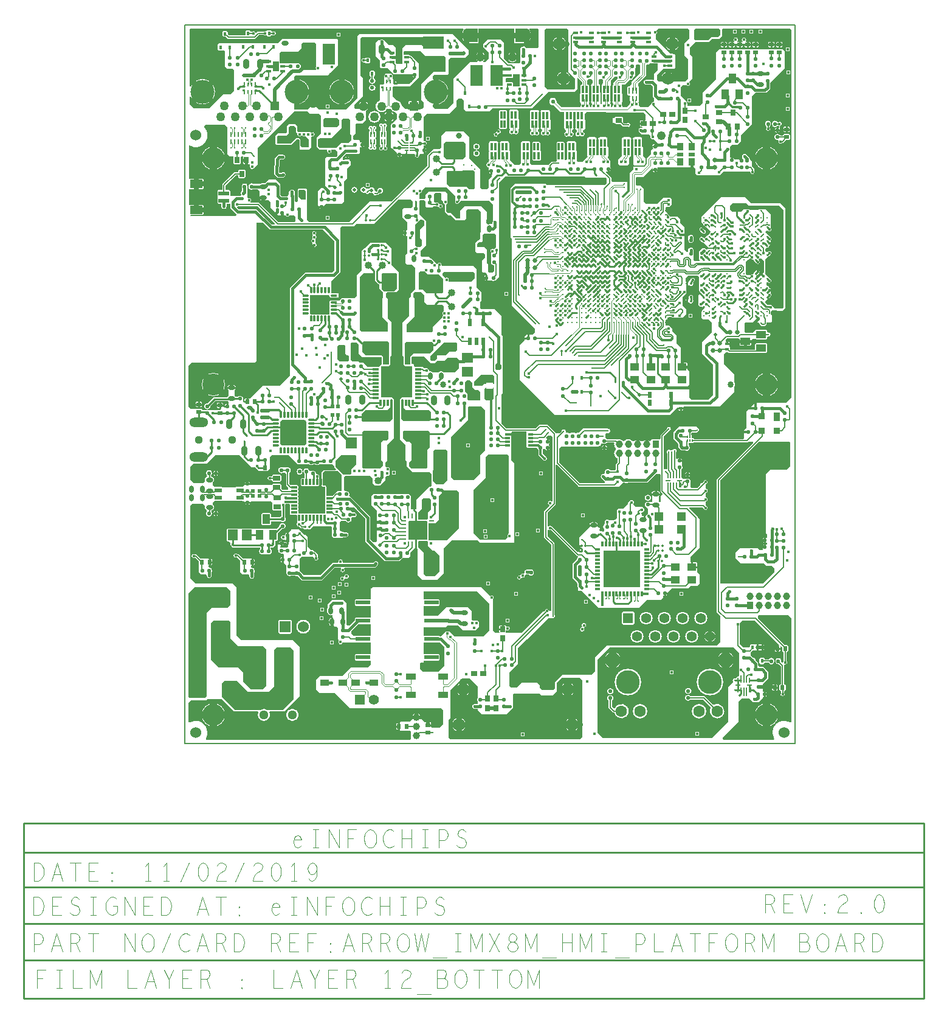
<source format=gbr>
G04 ================== begin FILE IDENTIFICATION RECORD ==================*
G04 Layout Name:  EI_ARROW_IMX8M_HMI_PLATFORM_17_00666_02.brd*
G04 Film Name:    L12_BOT.gbr*
G04 File Format:  Gerber RS274X*
G04 File Origin:  Cadence Allegro 17.2-P019*
G04 Origin Date:  Mon Feb 11 12:30:37 2019*
G04 *
G04 Layer:  DRAWING FORMAT/L12*
G04 Layer:  DRAWING FORMAT/FILM_LABEL_OUTLINE*
G04 Layer:  DRAWING FORMAT/FILM_TITLE_BLOCK*
G04 Layer:  VIA CLASS/BOTTOM*
G04 Layer:  PIN/BOTTOM*
G04 Layer:  ETCH/BOTTOM*
G04 Layer:  BOARD GEOMETRY/OUTLINE*
G04 *
G04 Offset:    (0.00 0.00)*
G04 Mirror:    No*
G04 Mode:      Positive*
G04 Rotation:  0*
G04 FullContactRelief:  No*
G04 UndefLineWidth:     5.00*
G04 ================== end FILE IDENTIFICATION RECORD ====================*
%FSLAX25Y25*MOIN*%
%IR0*IPPOS*OFA0.00000B0.00000*MIA0B0*SFA1.00000B1.00000*%
%ADD16O,.103X.052*%
%ADD92R,.112X.07*%
%AMMACRO102*
4,1,21,-.017,-.006,
-.017,.006,
.011,.006,
.012042,.005909,
.013052,.005638,
.014,.005196,
.014857,.004596,
.015596,.003857,
.016196,.003,
.016638,.002052,
.016909,.001042,
.017,0.0,
.016909,-.001042,
.016638,-.002052,
.016196,-.003,
.015596,-.003857,
.014857,-.004596,
.014,-.005196,
.013052,-.005638,
.012042,-.005909,
.011,-.006,
-.017,-.006,
0.0*
%
%ADD102MACRO102*%
%AMMACRO101*
4,1,21,-.006,.017,
.006,.017,
.006,-.011,
.005909,-.012042,
.005638,-.013052,
.005196,-.014,
.004596,-.014857,
.003857,-.015596,
.003,-.016196,
.002052,-.016638,
.001042,-.016909,
0.0,-.017,
-.001042,-.016909,
-.002052,-.016638,
-.003,-.016196,
-.003857,-.015596,
-.004596,-.014857,
-.005196,-.014,
-.005638,-.013052,
-.005909,-.012042,
-.006,-.011,
-.006,.017,
0.0*
%
%ADD101MACRO101*%
%ADD33R,.07X.112*%
%ADD139C,.011*%
%AMMACRO58*
4,1,22,-.01673,-.00551,
.01083,-.00551,
.011793,-.005492,
.012737,-.005307,
.013636,-.004961,
.01446,-.004464,
.015186,-.003831,
.015791,-.003082,
.016256,-.002239,
.016568,-.001329,
.016718,-.000378,
.0167,.000585,
.016515,.00153,
.016168,.002428,
.015671,.003252,
.015039,.003978,
.01429,.004583,
.013447,.005049,
.012536,.005361,
.011585,.00551,
.01083,.00551,
-.01673,.00551,
-.01673,-.00551,
0.0*
%
%ADD58MACRO58*%
%AMMACRO57*
4,1,22,.00551,-.01673,
.00551,.01083,
.005492,.011793,
.005307,.012737,
.004961,.013636,
.004464,.01446,
.003831,.015186,
.003082,.015791,
.002239,.016256,
.001329,.016568,
.000378,.016718,
-.000585,.0167,
-.00153,.016515,
-.002428,.016168,
-.003252,.015671,
-.003978,.015039,
-.004583,.01429,
-.005049,.013447,
-.005361,.012536,
-.00551,.011585,
-.00551,.01083,
-.00551,-.01673,
.00551,-.01673,
0.0*
%
%ADD57MACRO57*%
%ADD26C,.02*%
%ADD97R,.021X.009*%
%ADD73C,.012*%
%ADD140C,.013*%
%ADD28C,.04*%
%AMMACRO106*
4,1,24,.01722,.0374,
-.04085,.0374,
-.04085,-.0374,
.01722,-.0374,
.021322,-.037042,
.0253,-.035978,
.029033,-.034239,
.032406,-.031878,
.035319,-.028967,
.037682,-.025594,
.039423,-.021863,
.04049,-.017886,
.04085,-.013784,
.04085,-.01378,
.04085,.01378,
.040491,.017882,
.039424,.021859,
.037684,.025591,
.035321,.028964,
.032409,.031875,
.029036,.034237,
.025303,.035976,
.021326,.037042,
.017224,.0374,
.01722,.0374,
0.0*
%
%ADD106MACRO106*%
%ADD79C,.05*%
%ADD77C,.032*%
%ADD30R,.134X.038*%
%ADD143C,.015*%
%ADD25C,.06*%
%ADD19C,.051*%
%ADD93C,.025*%
%ADD74C,.016*%
%ADD14C,.034*%
%ADD17C,.044*%
%ADD128C,.063*%
%ADD120R,.027X.009*%
%ADD126C,.055*%
%ADD119R,.009X.027*%
%ADD98R,.019X.009*%
%ADD83R,.008X.028*%
%ADD129C,.083*%
%ADD54C,.056*%
%ADD136C,.048*%
%ADD80R,.05X.05*%
%ADD31R,.047X.185*%
%ADD115R,.033X.033*%
%ADD41R,.015X.015*%
%ADD24R,.06X.06*%
%ADD51C,.068*%
%AMMACRO88*
4,1,6,.00787,.00393,
0.0,.00393,
0.0,-.01181,
-.00788,-.01181,
-.00788,.01181,
.00787,.01181,
.00787,.00393,
0.0*
%
%ADD88MACRO88*%
%ADD125R,.055X.055*%
%ADD49R,.073X.073*%
%ADD53R,.056X.056*%
%ADD42R,.0443X.0443*%
%ADD62C,.03937*%
%ADD141R,.00984X.0374*%
%ADD84R,.00787X.02362*%
%ADD29R,.13386X.03937*%
%ADD132R,.00787X.01575*%
%ADD142R,.00984X.02559*%
%AMMACRO85*
4,1,6,-.00787,.01181,
.00001,.01181,
.00001,-.00393,
.00788,-.00393,
.00788,-.01181,
-.00787,-.01181,
-.00787,.01181,
0.0*
%
%ADD85MACRO85*%
%ADD35O,.024X.02*%
%ADD111R,.03X.012*%
%ADD65R,.022X.02*%
%ADD34O,.02X.024*%
%ADD112R,.012X.03*%
%ADD37O,.04X.024*%
%ADD94O,.015X.014*%
%ADD61R,.02X.024*%
%ADD36O,.024X.04*%
%ADD32O,.014X.015*%
%ADD137R,.03X.015*%
%ADD91R,.016X.02*%
%ADD81R,.012X.042*%
%ADD121R,.02X.018*%
%ADD75R,.024X.04*%
%ADD63R,.04X.025*%
%ADD43R,.01X.028*%
%ADD131R,.014X.016*%
%ADD122R,.024X.032*%
%AMMACRO104*
4,1,21,.017,.006,
.017,-.006,
-.011,-.006,
-.012042,-.005909,
-.013052,-.005638,
-.014,-.005196,
-.014857,-.004596,
-.015596,-.003857,
-.016196,-.003,
-.016638,-.002052,
-.016909,-.001042,
-.017,0.0,
-.016909,.001042,
-.016638,.002052,
-.016196,.003,
-.015596,.003857,
-.014857,.004596,
-.014,.005196,
-.013052,.005638,
-.012042,.005909,
-.011,.006,
.017,.006,
0.0*
%
%ADD104MACRO104*%
%ADD44R,.028X.01*%
%ADD27C,.12*%
%ADD22R,.026X.022*%
%ADD127C,.13*%
%AMMACRO103*
4,1,21,.006,-.017,
-.006,-.017,
-.006,.011,
-.005909,.012042,
-.005638,.013052,
-.005196,.014,
-.004596,.014857,
-.003857,.015596,
-.003,.016196,
-.002052,.016638,
-.001042,.016909,
0.0,.017,
.001042,.016909,
.002052,.016638,
.003,.016196,
.003857,.015596,
.004596,.014857,
.005196,.014,
.005638,.013052,
.005909,.012042,
.006,.011,
.006,-.017,
0.0*
%
%ADD103MACRO103*%
%ADD69R,.016X.014*%
%ADD50R,.028X.012*%
%ADD47R,.032X.044*%
%ADD45R,.06X.052*%
%ADD21R,.022X.026*%
%ADD130R,.017X.024*%
%ADD123R,.044X.032*%
%ADD118R,.013X.027*%
%ADD108R,.055X.04*%
%ADD78C,.131*%
%ADD46R,.052X.06*%
%ADD114O,.038X.042*%
%ADD10R,.04X.055*%
%AMMACRO59*
4,1,22,-.00551,.01673,
-.00551,-.01083,
-.005492,-.011793,
-.005307,-.012737,
-.004961,-.013636,
-.004464,-.01446,
-.003831,-.015186,
-.003082,-.015791,
-.002239,-.016256,
-.001329,-.016568,
-.000378,-.016718,
.000585,-.0167,
.00153,-.016515,
.002428,-.016168,
.003252,-.015671,
.003978,-.015039,
.004583,-.01429,
.005049,-.013447,
.005361,-.012536,
.00551,-.011585,
.00551,-.01083,
.00551,.01673,
-.00551,.01673,
0.0*
%
%ADD59MACRO59*%
%ADD39O,.056X.035*%
%ADD138R,.055X.043*%
%ADD117R,.048X.05*%
%ADD116R,.033X.047*%
%ADD95R,.028X.033*%
%AMMACRO56*
4,1,22,.01673,.00551,
-.01083,.00551,
-.011793,.005492,
-.012737,.005307,
-.013636,.004961,
-.01446,.004464,
-.015186,.003831,
-.015791,.003082,
-.016256,.002239,
-.016568,.001329,
-.016718,.000378,
-.0167,-.000585,
-.016515,-.00153,
-.016168,-.002428,
-.015671,-.003252,
-.015039,-.003978,
-.01429,-.004583,
-.013447,-.005049,
-.012536,-.005361,
-.011585,-.00551,
-.01083,-.00551,
.01673,-.00551,
.01673,.00551,
0.0*
%
%ADD56MACRO56*%
%ADD40O,.035X.056*%
%ADD20R,.07X.082*%
%ADD135R,.035X.028*%
%ADD113R,.038X.042*%
%ADD71R,.028X.035*%
%ADD23R,.043X.055*%
%ADD18R,.052X.083*%
%ADD12R,.03543X.012*%
%ADD110R,.201X.201*%
%AMMACRO107*
4,1,24,-.01722,-.0374,
.04085,-.0374,
.04085,.0374,
-.01722,.0374,
-.021322,.037042,
-.0253,.035978,
-.029033,.034239,
-.032406,.031878,
-.035319,.028967,
-.037682,.025594,
-.039423,.021863,
-.04049,.017886,
-.04085,.013784,
-.04085,.01378,
-.04085,-.01378,
-.040491,-.017882,
-.039424,-.021859,
-.037684,-.025591,
-.035321,-.028964,
-.032409,-.031875,
-.029036,-.034237,
-.025303,-.035976,
-.021326,-.037042,
-.017224,-.0374,
-.01722,-.0374,
0.0*
%
%ADD107MACRO107*%
%ADD100R,.102X.102*%
%ADD82R,.0174X.042*%
%ADD76R,.028X.035*%
%ADD70R,.035X.028*%
%ADD48R,.032X.059*%
%ADD38R,.071X.047*%
%ADD13R,.012X.03543*%
%ADD133R,.03346X.04*%
%ADD124R,.059X.032*%
%ADD99R,.059X.024*%
%ADD96R,.047X.071*%
%ADD55R,.048X.035*%
%ADD52R,.057X.035*%
%ADD134R,.03346X.024*%
%ADD15R,.079X.024*%
%ADD60R,.134X.134*%
%ADD11R,.17X.17*%
%ADD105O,.04331X.04921*%
%ADD64R,.04134X.02362*%
%ADD68R,.03365X.01181*%
%ADD67R,.01181X.03365*%
%AMMACRO86*
4,1,6,-.00787,-.00393,
0.0,-.00393,
0.0,.01181,
.00788,.01181,
.00788,-.01181,
-.00787,-.01181,
-.00787,-.00393,
0.0*
%
%ADD86MACRO86*%
%ADD109R,.05118X.04291*%
%ADD90R,.03346X.05709*%
%ADD89R,.02953X.01378*%
%ADD66R,.14567X.14567*%
%ADD72R,.07087X.04528*%
%AMMACRO87*
4,1,6,.00787,-.01181,
-.00001,-.01181,
-.00001,.00393,
-.00788,.00393,
-.00788,.01181,
.00787,.01181,
.00787,-.01181,
0.0*
%
%ADD87MACRO87*%
%ADD144C,.01*%
%ADD145C,.03*%
%ADD146C,.018*%
%ADD147C,.004*%
%ADD148C,.005*%
%ADD149C,.0041*%
%ADD150C,.006*%
%ADD151C,.007*%
%ADD152C,.008*%
%ADD153C,.0044*%
%ADD154C,.0035*%
%ADD155C,.0055*%
%ADD156C,.0046*%
%ADD157C,.0065*%
%ADD158C,.0085*%
%ADD159C,.00455*%
%ADD160C,.0059*%
%ADD161C,.00825*%
%ADD162C,.00565*%
%ADD176C,.03204*%
%ADD163C,.02404*%
%ADD169C,.06204*%
%ADD168C,.07104*%
%ADD179C,.09004*%
%ADD175C,.06604*%
%ADD174C,.05704*%
%ADD171C,.07504*%
%ADD166C,.07604*%
%ADD165C,.06704*%
%ADD178C,.07904*%
%ADD164O,.02704X.03104*%
%ADD170O,.03204X.03604*%
%ADD167C,.12704*%
%ADD177C,.14604*%
%ADD173C,.13804*%
%ADD172O,.05034X.05624*%
G75*
%LPD*%
G75*
G36*
G01X170300Y205500D02*
Y207600D01*
X171000Y208300D01*
X172700D01*
X173600Y207400D01*
Y205700D01*
X172800Y204900D01*
X170900D01*
X170300Y205500D01*
G37*
G36*
G01X107998Y208098D02*
X106291Y206392D01*
X102708D01*
G03X102420Y206318I1J-602D01*
G01X102386Y206300D01*
X100400D01*
X98100Y208600D01*
X96865D01*
X96850Y208603D01*
G03X96218I-316J-1570D01*
G01X96203Y208600D01*
X96000D01*
X95300Y209300D01*
X91900D01*
X91100Y210100D01*
Y219400D01*
X91600Y219900D01*
X94400D01*
X95400Y218900D01*
Y213800D01*
X97300Y211900D01*
X107900D01*
X107998Y211802D01*
Y208098D01*
G37*
G36*
G01X135867Y203500D02*
G03X134279Y204104I-1359J-1183D01*
G01X134206Y204094D01*
X133899Y204401D01*
X133892Y204452D01*
G03X132802Y205498I-1192J-152D01*
G01X132800Y205500D01*
Y205600D01*
X131400D01*
X130600Y206400D01*
X126200D01*
X125600Y207000D01*
Y207600D01*
X125200Y208000D01*
X124400D01*
X124302Y208098D01*
Y211702D01*
X124600Y212000D01*
X131300D01*
X134800Y208500D01*
X137200D01*
X138300Y209600D01*
X142300D01*
X144200Y211500D01*
X149000D01*
X150200Y210300D01*
Y205900D01*
X147800Y203500D01*
X141867D01*
G03X139149I-1359J-1183D01*
G01X135867D01*
G37*
G36*
G01X147600Y144300D02*
X146000Y145900D01*
Y168000D01*
X155200Y177200D01*
Y184300D01*
X155700Y184800D01*
X162700D01*
X164600Y182900D01*
Y160800D01*
X161900Y158100D01*
Y148000D01*
X158200Y144300D01*
X147600D01*
G37*
G36*
G01X120900Y207600D02*
X120500Y208000D01*
Y219200D01*
X121400Y220100D01*
X135400D01*
X135583Y219917D01*
G03X135889Y219611I989J683D01*
G01X136200Y219300D01*
Y215600D01*
X134300Y213700D01*
X125400D01*
X123700Y212000D01*
Y208000D01*
X123300Y207600D01*
X120900D01*
G37*
G36*
G01X97800Y220300D02*
X111300D01*
X111900Y219700D01*
Y208100D01*
X111600Y207800D01*
X108900D01*
X108600Y208100D01*
Y212100D01*
X107800Y212900D01*
X99300D01*
X97300Y214900D01*
Y219800D01*
X97800Y220300D01*
G37*
G36*
G01X134100Y176600D02*
X119900D01*
X118500Y178000D01*
Y188450D01*
X118800Y188750D01*
X119550D01*
X119800Y188500D01*
Y184200D01*
X121200Y182800D01*
X133700D01*
X134800Y181700D01*
Y177300D01*
X134100Y176600D01*
G37*
G36*
G01X112400Y176300D02*
X97500D01*
X96900Y176900D01*
Y180900D01*
X98900Y182900D01*
X111000D01*
X112600Y184500D01*
Y188500D01*
X112800Y188700D01*
X113600D01*
X113850Y188450D01*
Y177750D01*
X112400Y176300D01*
G37*
G36*
G01X158900Y196100D02*
X158500Y196500D01*
Y198200D01*
X162400Y202100D01*
X168900D01*
X169500Y201500D01*
Y197500D01*
X169150Y197150D01*
X168862D01*
Y197718D01*
X165260D01*
Y197150D01*
X164050D01*
X163000Y196100D01*
X158900D01*
G37*
G36*
G01X154900Y188600D02*
Y191900D01*
X153600Y193200D01*
Y198000D01*
X154600Y199000D01*
X156400D01*
X157600Y197800D01*
Y195300D01*
X159200Y193700D01*
X160800D01*
X161800Y192700D01*
Y188400D01*
X161500Y188100D01*
X155400D01*
X154900Y188600D01*
G37*
G36*
G01X86900Y147300D02*
X82600Y151600D01*
Y155000D01*
X85600Y158000D01*
X93500D01*
X94100Y157400D01*
Y156778D01*
X94080D01*
Y153080D01*
X91400Y150400D01*
Y148200D01*
X90500Y147300D01*
X88750D01*
G03X88618I-66J-1600D01*
G01X86900D01*
G37*
G36*
G01X139563Y58900D02*
G03X139114Y59102I-450J-400D01*
G01X131214D01*
G03X131163Y59099I10J-601D01*
G02X131000Y59249I-13J150D01*
G01Y63900D01*
X143400D01*
X144100Y64600D01*
X149800D01*
X152300Y62100D01*
X158535D01*
G03X158665I65J1200D01*
G01X159300D01*
X161300Y64100D01*
Y66600D01*
X160500Y67400D01*
X157900D01*
X157300Y68000D01*
Y72700D01*
X155100Y74900D01*
X143300D01*
X138500Y70100D01*
X131000D01*
Y75351D01*
G02X131163Y75501I150J0D01*
G03X131214Y75498I61J598D01*
G01X139114D01*
G03X139716Y76100I0J602D01*
G01Y78500D01*
G03X139114Y79102I-602J0D01*
G01X131214D01*
G03X131163Y79099I10J-601D01*
G02X131000Y79249I-13J150D01*
G01Y83500D01*
X160300D01*
X167000Y76800D01*
Y62000D01*
X163700Y58700D01*
X147900D01*
X145100Y61500D01*
X143000D01*
X140400Y58900D01*
X139563D01*
G37*
G36*
G01X130600Y39500D02*
X129000Y41100D01*
Y44200D01*
X129299Y44498D01*
X130902D01*
Y45199D01*
G02X131206Y45499I300J0D01*
G03X131214Y45498I78J592D01*
G01X139114D01*
G03X139716Y46100I0J602D01*
G01Y48500D01*
G03X139114Y49102I-602J0D01*
G01X131214D01*
G03X131163Y49099I10J-601D01*
G02X131000Y49249I-13J150D01*
G01Y55351D01*
G02X131163Y55501I150J0D01*
G03X131214Y55498I61J598D01*
G01X139114D01*
G03X139152Y55500I-13J601D01*
G01X139900D01*
X142400Y53000D01*
Y42900D01*
X139000Y39500D01*
X130600D01*
G37*
G36*
G01X128400Y111000D02*
X133000D01*
X133200Y110800D01*
Y108400D01*
X135900Y105700D01*
X136900D01*
X139600Y103000D01*
Y94300D01*
X137000Y91700D01*
X132300D01*
X131000Y93000D01*
Y104700D01*
X128100Y107600D01*
Y110700D01*
X128400Y111000D01*
G37*
G36*
G01X128200Y122800D02*
X127800Y123200D01*
Y126500D01*
X130100Y128800D01*
Y129898D01*
X130102D01*
Y133602D01*
X131000Y134500D01*
X134400D01*
X135100Y133800D01*
Y128400D01*
X133400Y126700D01*
Y123300D01*
X132900Y122800D01*
X128200D01*
G37*
G36*
G01X32000Y39000D02*
X29100Y41900D01*
X18400D01*
X14300Y46000D01*
Y66000D01*
X15800Y67500D01*
X23900D01*
X24800Y66600D01*
Y57800D01*
X29200Y53400D01*
X42900D01*
X44700Y51600D01*
Y31700D01*
X42700Y29700D01*
X36300D01*
X32000Y34000D01*
Y39000D01*
G37*
G36*
G01X27500Y18300D02*
X20300Y25500D01*
Y33200D01*
X21500Y34400D01*
X28600D01*
X34700Y28300D01*
X45900D01*
X49000Y31400D01*
Y51300D01*
X50500Y52800D01*
X57800D01*
X59600Y51000D01*
Y24400D01*
X53500Y18300D01*
X45462D01*
G03X41154I-2154J-2568D01*
G01X27500D01*
G37*
G36*
G01X12000Y26000D02*
X11200Y25200D01*
X2600D01*
X2100Y25700D01*
Y82300D01*
X5500Y85700D01*
X22800D01*
X24800Y83700D01*
Y75800D01*
X23400Y74400D01*
X14500D01*
X12000Y71900D01*
Y26000D01*
G37*
G36*
G01X134400Y170600D02*
Y162300D01*
X133000Y160900D01*
Y151400D01*
X132300Y150700D01*
X124200D01*
X123000Y151900D01*
Y154200D01*
X124200Y155400D01*
Y164500D01*
X123150Y165550D01*
X121550D01*
X119700Y167400D01*
Y171000D01*
X120000Y171300D01*
X133700D01*
X134400Y170600D01*
G37*
G36*
G01X98100Y150700D02*
X97250Y151550D01*
Y153174D01*
X97282D01*
Y156778D01*
X97250D01*
Y170650D01*
X97900Y171300D01*
X111300D01*
X111500Y171100D01*
Y166900D01*
X110700Y166100D01*
X108600D01*
X107700Y165200D01*
Y155300D01*
X108500Y154500D01*
Y152200D01*
X107000Y150700D01*
X104365D01*
G03X104235I-65J-1200D01*
G01X98265D01*
G03X98131I-67J-1200D01*
G01X98100D01*
G37*
G36*
G01X165200Y188100D02*
X164200Y189100D01*
Y194400D01*
X164900Y195100D01*
X165260D01*
Y194514D01*
X168862D01*
Y194875D01*
G02X169119Y194981I150J1D01*
G01X169300Y194800D01*
Y189200D01*
X168200Y188100D01*
X165200D01*
G37*
G36*
G01X136000Y149800D02*
X136400Y150200D01*
Y160400D01*
X137100Y161100D01*
X143300D01*
X144100Y160300D01*
Y144300D01*
X141900Y142100D01*
X137800D01*
X136000Y143900D01*
Y149800D01*
G37*
G36*
G01X52400Y164300D02*
Y176500D01*
X53400Y177500D01*
X65700D01*
X66700Y176500D01*
Y164300D01*
X65700Y163300D01*
X53400D01*
X52400Y164300D01*
G37*
G36*
G01X175942Y64531D02*
G03X175590Y64882I-351J0D01*
G01X172790D01*
G03X172438Y64531I0J-352D01*
G01Y61031D01*
G03X172443Y60974I352J2D01*
G01X172445Y60962D01*
Y60800D01*
X170200D01*
X169000Y62000D01*
Y79098D01*
G03X167353Y80847I-800J897D01*
G01X162600Y85600D01*
X103100D01*
X102702Y85202D01*
X101998D01*
Y84498D01*
X101800Y84300D01*
Y79102D01*
X93786D01*
G03X93184Y78500I0J-602D01*
G01Y76100D01*
G03X93786Y75498I602J0D01*
G01X101800D01*
Y69102D01*
X93786D01*
G03X93184Y68500I0J-602D01*
G01Y67596D01*
X90289Y64700D01*
X89100D01*
X88500Y65300D01*
Y77000D01*
X86900Y78600D01*
X80600D01*
X78400Y76400D01*
Y74834D01*
G03X77998Y73700I1400J-1134D01*
G01Y72100D01*
G03X80486Y70434I1802J0D01*
G02X80900Y70157I114J-277D01*
G01Y69351D01*
G02X80600Y69052I-300J1D01*
G03X79048Y67500I0J-1552D01*
G01Y65900D01*
G03X80243Y64390I1552J0D01*
G02X80474Y64100I-69J-292D01*
G01X83300D01*
X83900Y63500D01*
Y57300D01*
X84390Y56810D01*
G02X84402Y56399I-212J-212D01*
G03X86481Y55378I898J-799D01*
G01X86504Y55500D01*
X93748D01*
G03X93786Y55498I51J599D01*
G01X101800D01*
Y49102D01*
X93786D01*
G03X93184Y48500I0J-602D01*
G01Y46100D01*
G03X93786Y45498I602J0D01*
G01X101800D01*
Y43400D01*
X100300Y41900D01*
X91000D01*
X86200Y37100D01*
X74000D01*
X71800Y34900D01*
Y29900D01*
X73900Y27800D01*
X82200D01*
X90600Y19400D01*
X140400D01*
X141500Y18300D01*
Y10500D01*
X139700Y8700D01*
X135343D01*
G02X135047Y9048I0J300D01*
G03X135052Y9104I-347J59D01*
G01Y11304D01*
G03X134700Y11656I-352J0D01*
G01X132100D01*
G03X131886Y11583I1J-352D01*
G02X131491Y11609I-183J238D01*
G01X129700Y13400D01*
X129525D01*
G02X129236Y13780I0J300D01*
G03X124822Y13602I-2236J620D01*
G02X124681Y13400I-141J-52D01*
G01X124600D01*
X123400Y12200D01*
X118200D01*
X117800Y11800D01*
Y11052D01*
X116196D01*
G03X115844Y10700I0J-352D01*
G01Y8100D01*
G03X116196Y7748I352J0D01*
G01X117800D01*
Y7500D01*
X118200Y7100D01*
X123600D01*
X124000Y6700D01*
Y2800D01*
X123400Y2200D01*
X11660D01*
G02X11405Y2658I0J300D01*
G03X5884Y12590I-5522J3431D01*
G01X5883D01*
G03X2458Y11615I-1J-6501D01*
G02X2000Y11870I-158J255D01*
G01Y22400D01*
X3400Y23800D01*
X11600D01*
X12300Y24500D01*
X19900D01*
X26800Y17600D01*
X40010D01*
G02X40281Y17171I0J-300D01*
G03X46335I3027J-1439D01*
G02X46606Y17600I271J129D01*
G01X54500D01*
X62900Y26000D01*
Y53000D01*
X59300Y56600D01*
X30800D01*
X28300Y59100D01*
Y85500D01*
X26200Y87600D01*
X5800D01*
X3100Y90300D01*
Y130300D01*
X4300Y131500D01*
X9900D01*
X11038Y130362D01*
X10998Y130268D01*
G03X11931Y127898I1652J-718D01*
G02X12033Y127421I-119J-275D01*
G03X11614Y126341I1182J-1080D01*
G01Y125941D01*
G03X14818I1602J0D01*
G01Y126341D01*
G03X14387Y127434I-1601J0D01*
G01X14346Y127477D01*
Y127746D01*
X14478Y127763D01*
G03X15252Y131047I-228J1787D01*
G01Y132052D01*
X16318Y133118D01*
X20185D01*
G03X20455Y133183I-2J602D01*
G01X20487Y133198D01*
X27757D01*
X27789Y133183D01*
G03X28059Y133118I272J537D01*
G01X31682D01*
X32100Y132700D01*
X32574D01*
G02X32869Y132348I-1J-300D01*
G03X34200Y130764I1331J-233D01*
G01X34600D01*
G03X35931Y132348I0J1351D01*
G02X36226Y132700I296J52D01*
G01X47400D01*
X47900Y132200D01*
Y130888D01*
G03X47898Y130850I599J-51D01*
G01Y128350D01*
G03X48500Y127748I602J0D01*
G01X52500D01*
G03X52619Y127760I-1J602D01*
G01X52634Y127763D01*
X52798D01*
Y124508D01*
X52704Y124471D01*
G03X52107Y124052I597J-1486D01*
G01X47242D01*
Y125701D01*
G03X46642Y126302I-601J0D01*
G01X42640D01*
G03X42038Y125701I0J-602D01*
G01Y120201D01*
G03X42638Y119600I601J0D01*
G01X46640D01*
G03X47242Y120201I0J602D01*
G01Y121850D01*
X52170D01*
G03X53300Y121382I1131J1133D01*
G01X53700D01*
G03X55002Y123917I0J1602D01*
G01Y130218D01*
X55013Y130245D01*
G03X55076Y130949I-1113J454D01*
G02X55332Y131308I294J61D01*
G03X55364Y131313I-169J1189D01*
G01X55376Y131314D01*
X57386D01*
X57500Y131200D01*
Y125800D01*
X57900Y125400D01*
X61100D01*
X61518Y124982D01*
Y122064D01*
G03X61766Y121576I602J-1D01*
G02X61770Y121094I-176J-242D01*
G03X62533Y118932I723J-961D01*
G01X62598Y118934D01*
X63429Y118104D01*
X63474D01*
X63674Y117904D01*
X64868D01*
G03X66894Y117606I1130J646D01*
G02X67306I206J-218D01*
G03X69425Y118105I896J944D01*
G01X69437Y118137D01*
X70201Y118903D01*
Y118901D01*
X70400Y119100D01*
X80100D01*
X80600Y118600D01*
Y113600D01*
X81500Y112700D01*
X82150D01*
G03X82282I66J1600D01*
G01X85918D01*
G03X86050I66J1600D01*
G01X86500D01*
Y112781D01*
X86593Y112819D01*
G03X87097Y113148I-608J1482D01*
G01X88384D01*
G03Y115852I0J1352D01*
G01X87097D01*
G03X85712Y116278I-1112J-1152D01*
G01X85635Y116265D01*
X84900Y117000D01*
Y121400D01*
X85604Y122104D01*
X88050D01*
G03X89500Y121182I1450J679D01*
G01X89900D01*
G03X91345Y123474I0J1602D01*
G02X91453Y123855I271J129D01*
G03X91834Y124198I-867J1346D01*
G01X92481D01*
X92509Y124186D01*
G03X93834Y126140I476J1104D01*
G01X93372Y126602D01*
X91998D01*
X90583Y128017D01*
X90601Y128098D01*
G03X90636Y128400I-1317J306D01*
G01Y128800D01*
G03X90627Y128948I-1352J-8D01*
G01X90619Y129019D01*
X91000Y129400D01*
X92897D01*
X98998Y123298D01*
Y110790D01*
X109740Y100048D01*
X117660D01*
X119311Y101700D01*
X122700D01*
X123600Y102600D01*
Y104900D01*
X126200Y107500D01*
X127100D01*
X127700Y106900D01*
Y92400D01*
X130400Y89700D01*
X138200D01*
X141800Y93300D01*
Y106800D01*
X146300Y111300D01*
X160700D01*
X162000Y110000D01*
X175000D01*
X175050Y109950D01*
X180600D01*
Y153700D01*
X179100Y155200D01*
Y170400D01*
G02X179320Y170904I220J204D01*
G01X187342D01*
G02X187447Y170647I0J-150D01*
G01X187400Y170600D01*
Y162600D01*
X187900Y162100D01*
X192800D01*
X193400Y161500D01*
X193497D01*
X193535Y161406D01*
G03X193820Y160944I1486J598D01*
G01Y158033D01*
X196530Y155322D01*
G03X198230Y157022I850J850D01*
G01X196222Y159029D01*
Y160944D01*
G03X196507Y161406I-1201J1060D01*
G01X196545Y161500D01*
X197531D01*
X197572Y161415D01*
G03X200140Y162003I1217J588D01*
G01Y162403D01*
G03X199487Y163560I-1351J0D01*
G02X199492Y164077I155J257D01*
G03X200170Y165249I-674J1172D01*
G01Y165649D01*
G03X198476Y166956I-1351J0D01*
G02X198100Y167246I-76J290D01*
G01Y167871D01*
X198829Y168600D01*
X200900D01*
X201604Y167896D01*
Y132904D01*
G02X201083Y132701I-300J1D01*
G03X199909Y130720I-883J-815D01*
G02X200049Y130217I-72J-291D01*
G01X197104Y127271D01*
Y112829D01*
X200904Y109029D01*
Y73004D01*
X200500Y72600D01*
X199610D01*
X199594Y72732D01*
G03X197421Y72824I-1094J-132D01*
G01X197412Y72780D01*
X197132Y72500D01*
X196200D01*
X184500Y60800D01*
X175935D01*
Y60962D01*
X175937Y60974D01*
G03X175942Y61031I-347J59D01*
G01Y61943D01*
G02X176406Y62194I300J0D01*
G03Y64206I658J1006D01*
G02X175942Y64457I-164J251D01*
G01Y64531D01*
G37*
G36*
G01X215550Y104950D02*
X215500Y105000D01*
X215407Y104961D01*
X201351Y119016D01*
X200973D01*
G03X199383Y119102I-844J-856D01*
G02X198896Y119337I-187J235D01*
G01Y126529D01*
X203396Y131029D01*
Y152711D01*
G02X203909Y152924I300J1D01*
G01X216029Y140804D01*
X236100D01*
Y140800D01*
X238200D01*
X240364Y142964D01*
X241140D01*
X241175Y142943D01*
G03X242000Y142714I825J1373D01*
G01X242400D01*
G03X243259Y142964I0J1601D01*
G01X253660D01*
X258413Y147718D01*
X258466Y147723D01*
G03X258794Y147793I-168J1592D01*
G01X258817Y147800D01*
X260400D01*
X260804Y147396D01*
Y137929D01*
X261916Y136816D01*
X260800Y135700D01*
Y132396D01*
G02X260291Y132180I-300J-1D01*
G03X260038Y132384I-1252J-1294D01*
G01Y135702D01*
G03X259037Y138438I-1001J1185D01*
G01X257437D01*
G03X256436Y135702I0J-1551D01*
G01Y132384D01*
G03X256319Y132300I991J-1504D01*
G01X254906D01*
G03X254100Y132518I-807J-1384D01*
G01X253700D01*
G03X253307Y129364I0J-1601D01*
G01X253347Y129353D01*
X254100Y128600D01*
Y126200D01*
X252600Y124700D01*
X251000D01*
X250600Y125100D01*
Y126300D01*
X251900Y127600D01*
Y128600D01*
X251794Y128706D01*
X251783Y128735D01*
G03X250991Y129527I-1305J-513D01*
G01X250962Y129538D01*
X250800Y129700D01*
X247100D01*
X245809Y130991D01*
X245915Y131098D01*
X245916D01*
G03X243652Y132665I-981J1002D01*
G01X243640Y132639D01*
X243038Y132037D01*
Y131300D01*
X242900D01*
X240500Y128900D01*
X237700D01*
X236800Y128000D01*
Y123500D01*
X235913Y122613D01*
X235854Y122611D01*
G03X235377Y122511I45J-1401D01*
G01X235350Y122500D01*
X232369D01*
G03X230193Y120892I-869J-1100D01*
G01X230204Y120866D01*
Y120458D01*
G03X230050Y117221I1096J-1674D01*
G02X230075Y116775I-187J-234D01*
G01X229300Y116000D01*
X228989D01*
G02X228876Y116248I0J150D01*
G03X228081Y117988I-795J688D01*
G01X227981D01*
G03X227762Y117966I-5J-1051D01*
G02X227400Y118259I-62J293D01*
G01Y118500D01*
X226536D01*
G02X226293Y118976I0J300D01*
G03X225037Y121438I-1256J911D01*
G01X223437D01*
G03X222181Y118976I0J-1551D01*
G02X221938Y118500I-243J-176D01*
G01X221600D01*
X216200Y113100D01*
Y109000D01*
X216461Y108739D01*
X216453Y108667D01*
G03X216446Y108550I1045J-121D01*
G01Y108450D01*
G03X217500Y107399I1051J0D01*
G02X217800Y107099I0J-300D01*
G01Y106832D01*
G02X217492Y106532I-300J0D01*
G03X216412Y105481I-29J-1051D01*
G01Y105381D01*
G03X216416Y105279I1051J-10D01*
G02X216118Y104950I-298J-29D01*
G01X215550D01*
G37*
G36*
G01X199402Y29500D02*
Y29502D01*
X195998D01*
X194600Y30900D01*
Y32200D01*
X193400Y33400D01*
X184500D01*
X181800Y30700D01*
X179100D01*
X178000Y31800D01*
Y39000D01*
X182600Y43600D01*
Y52300D01*
X187400Y57100D01*
X187500D01*
X199300Y68900D01*
X201133D01*
G03X202696Y70701I667J1000D01*
G01Y109771D01*
X198896Y113571D01*
Y116983D01*
G02X199383Y117218I300J0D01*
G03X200628Y117066I747J942D01*
G01X200723Y117109D01*
X215229Y102604D01*
X215500D01*
Y102240D01*
X215450Y102195D01*
G03X214923Y101166I1066J-1195D01*
G01X214918Y101113D01*
X212548Y98744D01*
Y90840D01*
X214919Y88470D01*
X214925Y88418D01*
G03X215164Y87741I1591J181D01*
G01Y85924D01*
X215500Y85589D01*
Y83600D01*
X217700D01*
X227000Y74300D01*
X248900D01*
X253400Y78800D01*
X260900D01*
X262200Y80100D01*
Y80805D01*
G02X262661Y81058I300J0D01*
G03X264736Y82200I723J1142D01*
G01Y82600D01*
G02X264998Y82898I300J0D01*
G01X267200Y85100D01*
X275800D01*
X277200Y86500D01*
X281200D01*
X282300Y87600D01*
Y92900D01*
X281100Y94100D01*
Y94700D01*
X280838Y94962D01*
Y98988D01*
G03X280487Y99340I-351J1D01*
G01X277400D01*
Y102500D01*
X282300Y107400D01*
Y122900D01*
X281196Y124004D01*
Y124271D01*
X276476Y128991D01*
G02X276689Y129504I212J213D01*
G01X283824D01*
X284313Y129015D01*
X284318Y128961D01*
G03X285779Y130253I1196J120D01*
G01X285737Y130263D01*
X285600Y130400D01*
X285700Y130500D01*
Y132607D01*
X285813Y132636D01*
G03Y134964I-299J1164D01*
G01X285700Y134993D01*
Y137337D01*
X285813Y137366D01*
G03Y139694I-299J1164D01*
G01X285700Y139723D01*
Y142061D01*
X285813Y142090D01*
G03X284318Y143374I-299J1164D01*
G01X284313Y143320D01*
X283792Y142800D01*
X283000D01*
X282500Y142300D01*
Y141508D01*
X280989Y139996D01*
X278003D01*
X277300Y140700D01*
Y142820D01*
G03X275931Y145252I-1369J831D01*
G01X275531D01*
G03X274849Y145100I-1J-1601D01*
G01X273100D01*
X272212Y145988D01*
Y148100D01*
G03X272172Y148317I-602J1D01*
G01X272162Y148343D01*
Y149882D01*
G03X272700Y152082I-831J1369D01*
G01Y154200D01*
X272675D01*
G02X272541Y154417I0J150D01*
G03X271331Y156370I-1210J602D01*
G01X270931D01*
G03X269921Y155917I-1J-1351D01*
G02X269396Y156116I-225J199D01*
G01Y159599D01*
G03X267388Y160856I-896J801D01*
G02X267213Y160767I-139J57D01*
G03X266305Y160630I-288J-1167D01*
G03X264454Y159099I-955J-730D01*
G01Y150564D01*
G02X264025Y150293I-300J0D01*
G03X263019Y150306I-517J-1085D01*
G02X262596Y150580I-123J274D01*
G01Y168329D01*
X265466Y171199D01*
X265520Y171204D01*
G03X264204Y172520I-120J1196D01*
G01X264199Y172466D01*
X260804Y169071D01*
Y167071D01*
G02X260371Y166802I-300J0D01*
G03X260016Y166884I-353J-719D01*
G01X256216D01*
G03X255414Y166083I0J-802D01*
G01Y165900D01*
X254573D01*
X254532Y165933D01*
G03X251660Y165900I-1416J-1750D01*
G01X249572D01*
G03X246660I-1456J-1717D01*
G01X245202D01*
G03X241030I-2086J-1717D01*
G01X240202D01*
G03X236816Y166551I-2086J-1717D01*
G01X236586Y166780D01*
X231720D01*
X230700Y167800D01*
Y169600D01*
X231104Y170004D01*
X232000D01*
G03Y172596I0J1296D01*
G01X218379D01*
X216268Y170486D01*
X215900D01*
G03X214904Y170220I1J-2002D01*
G01X214869Y170200D01*
X213931D01*
X213896Y170220D01*
G03X212900Y170486I-997J-1736D01*
G01X212500D01*
G03X211504Y170220I1J-2002D01*
G01X211469Y170200D01*
X210531D01*
X210496Y170220D01*
G03X209500Y170486I-997J-1736D01*
G01X209100D01*
G03X208977Y170482I4J-2002D01*
G02X208828Y170683I-8J149D01*
G03X206504Y171220I-1128J416D01*
G01X206499Y171166D01*
X205532Y170200D01*
X203368D01*
X198871Y174696D01*
X196504D01*
X196500Y174700D01*
X194300D01*
X192300Y172700D01*
X191600D01*
X191596Y172696D01*
X176186D01*
X173600Y175283D01*
Y183479D01*
X173602Y183489D01*
G03Y183835I-1190J173D01*
G01X173600Y183845D01*
Y191300D01*
X174200Y191900D01*
Y205449D01*
X174202Y205451D01*
Y207649D01*
X174200Y207651D01*
Y223400D01*
X173500Y224100D01*
Y234300D01*
X169600Y238200D01*
X162400D01*
X161900Y238700D01*
Y241800D01*
X162700Y242600D01*
Y247400D01*
X160100Y250000D01*
Y260000D01*
X158386Y261714D01*
Y261718D01*
X158382D01*
X158300Y261800D01*
X141073D01*
G02X140775Y262140I-1J300D01*
G03X138536Y262889I-1191J160D01*
G02X138040Y262849I-261J147D01*
G03X137483Y263239I-940J-749D01*
G01X137449Y263251D01*
X136564Y264136D01*
X136553Y264173D01*
G03X136213Y264746I-1297J-382D01*
G01X135291Y265668D01*
X135032D01*
X133900Y266800D01*
X129700D01*
X129200Y267300D01*
Y270000D01*
X132300Y273100D01*
Y286300D01*
X128600Y290000D01*
Y297100D01*
X129100Y297600D01*
X131300D01*
X131800Y297100D01*
Y294500D01*
X132400Y293900D01*
X135600D01*
X136204Y294504D01*
X137481D01*
G03X138651Y294291I772J921D01*
G02X139040Y294086I99J-283D01*
G03X139802Y295534I1160J314D01*
G02X139413Y295739I-99J283D01*
G03X137744Y296514I-1160J-314D01*
G01X137714Y296500D01*
X137200D01*
X136500Y297200D01*
Y300900D01*
X137200Y301600D01*
X140200D01*
X140698Y301102D01*
Y297798D01*
X140702D01*
X141595Y296905D01*
X141588Y296834D01*
G03X142398Y295574I1196J-122D01*
G01X142500Y295539D01*
Y291400D01*
X144500Y289400D01*
X146100D01*
X148700Y286800D01*
X153300D01*
X154200Y287700D01*
Y292100D01*
X154900Y292800D01*
X161000D01*
X162400Y291400D01*
Y280500D01*
X162000Y280100D01*
Y276600D01*
X161100Y275700D01*
X160700D01*
X159400Y274400D01*
Y269500D01*
X160300Y268600D01*
X164100D01*
X164600Y268100D01*
Y266200D01*
X163000Y264600D01*
Y262418D01*
X162982D01*
Y258816D01*
X163000D01*
Y258600D01*
X163400Y258200D01*
X164600D01*
X165539Y257261D01*
G02X165343Y256750I-212J-212D01*
G03X164064Y255400I73J-1350D01*
G01Y255000D01*
G03X165923Y253747I1352J0D01*
G01X166015Y253785D01*
X166100Y253700D01*
X168249D01*
G03X170082Y253674I935J1300D01*
G01X170120Y253700D01*
X170300D01*
X172400Y255800D01*
Y307500D01*
X175700Y310800D01*
X176926D01*
X176928Y310798D01*
X186340D01*
X186342Y310800D01*
X219200D01*
X220000Y310000D01*
X230900D01*
X231200Y309700D01*
Y306800D01*
X230400Y306000D01*
X203952D01*
G03X202648I-652J-1010D01*
G01X198600D01*
X197800Y306800D01*
X181100D01*
X178600Y304300D01*
Y303899D01*
X178498Y303798D01*
Y296402D01*
X178600Y296301D01*
Y277500D01*
X179400Y276700D01*
Y240100D01*
X192100Y227400D01*
Y225400D01*
X190900Y224200D01*
X187200D01*
X186200Y223200D01*
Y220900D01*
X183600Y218300D01*
Y199400D01*
X202800Y180200D01*
X266000D01*
X270036Y184236D01*
G02X270548Y184024I212J-212D01*
G01Y182824D01*
G03X270900Y182472I352J0D01*
G01X272900D01*
G03X273252Y182824I0J352D01*
G01Y184300D01*
X273400D01*
X273900Y184800D01*
X293600D01*
X301400Y192600D01*
Y195636D01*
G03Y198064I-2188J1214D01*
G01Y202200D01*
X295600Y208000D01*
Y213400D01*
X296500Y214300D01*
Y214522D01*
X297634D01*
X298141Y214016D01*
X314653D01*
X314696Y214058D01*
X318780D01*
G03X319382Y214660I0J602D01*
G01Y218660D01*
G03X318780Y219262I-602J0D01*
G01X313280D01*
G03X312678Y218660I0J-602D01*
G01Y215808D01*
X299002D01*
Y216924D01*
G03X298739Y217421I-601J0D01*
G02X298674Y217856I169J248D01*
G03X298752Y218076I-274J221D01*
G01Y219876D01*
G03X298400Y220228I-352J0D01*
G01X296500D01*
Y221332D01*
X297371Y222204D01*
X303597D01*
X304100Y221700D01*
X304268D01*
Y218400D01*
G03X304620Y218048I352J0D01*
G01X310120D01*
G03X310472Y218400I0J352D01*
G01Y221100D01*
X310700D01*
X311200Y221600D01*
X313013D01*
X313042Y221588D01*
G03X313280Y221538I240J552D01*
G01X318780D01*
G03X319382Y222140I0J602D01*
G01Y222672D01*
G02X319745Y222965I300J0D01*
G03Y225315I255J1175D01*
G02X319382Y225608I-63J293D01*
G01Y226140D01*
G03X318780Y226742I-602J0D01*
G01X313280D01*
G03X313083Y226708I2J-602D01*
G01X313059Y226700D01*
X313000D01*
X312927Y226627D01*
G03X312799Y226501I353J-487D01*
G01X312792Y226492D01*
X311336Y225036D01*
X307563D01*
X306900Y225700D01*
Y230100D01*
X307400Y230600D01*
X314665D01*
G02X314964Y230327I0J-300D01*
G03X315351Y229665I898J81D01*
G01X315362Y229657D01*
X316284Y228736D01*
X318015D01*
X319098Y229819D01*
Y230600D01*
X321300D01*
X322100Y231400D01*
Y234700D01*
X321400Y235400D01*
Y236800D01*
X322000Y237400D01*
X324600D01*
X324800Y237200D01*
X327900D01*
X329300Y238600D01*
Y293400D01*
X326600Y296100D01*
X310600D01*
X307300Y299400D01*
X293900D01*
X283300Y288800D01*
Y285500D01*
X283399Y285401D01*
X283406Y285351D01*
G03X284387Y284370I1141J160D01*
G01X284437Y284363D01*
X284597Y284203D01*
X284601Y284148D01*
G03X285617Y283132I1099J83D01*
G01X285672Y283128D01*
X288200Y280600D01*
Y280100D01*
X285701Y277601D01*
X285670Y277590D01*
G03X285019Y276955I376J-1036D01*
G02X284528Y276852I-279J109D01*
G01X284047Y277333D01*
G03X282489Y275775I-779J-779D01*
G01X283530Y274735D01*
G03X284748Y274141I1017J540D01*
G02X285100Y273845I52J-296D01*
G01Y273800D01*
X286638Y272262D01*
X286649Y272238D01*
G03X287008Y271793I1048J478D01*
G02X287040Y271340I-180J-240D01*
G01X286600Y270900D01*
X285800D01*
X285300Y271400D01*
X285078D01*
X285051Y271411D01*
G03X284043I-504J-1254D01*
G01X284016Y271400D01*
X283500D01*
X282000Y269900D01*
X281800D01*
Y265300D01*
X282000D01*
X282386Y264914D01*
G02X282174Y264402I-212J-212D01*
G01X279913D01*
X279911Y264400D01*
X279700D01*
X279100Y265000D01*
Y269000D01*
X278802Y269298D01*
Y270132D01*
X278808Y270151D01*
G03X276546Y271456I-1306J349D01*
G01X276100Y271009D01*
Y269500D01*
X274900D01*
X273800Y270600D01*
Y283100D01*
X271600Y285300D01*
Y287400D01*
X270100Y288900D01*
X266200D01*
X265730Y289370D01*
Y289422D01*
X264601Y290552D01*
X264548D01*
X263492Y291608D01*
Y293592D01*
X264100Y294200D01*
X265800D01*
X266099Y294499D01*
G03X266349Y294749I-751J1001D01*
G01X267000Y295400D01*
Y298300D01*
X266100Y299200D01*
X262300D01*
X259000Y295900D01*
X252700D01*
X251600Y297000D01*
Y304000D01*
X249800Y305800D01*
X247800D01*
X247300Y306300D01*
Y310200D01*
X247600Y310500D01*
X251300D01*
X256500Y315700D01*
X256766D01*
Y315482D01*
X256714Y315437D01*
G03X257600Y313064I886J-1021D01*
G01X258000D01*
G03X259085Y315221I0J1351D01*
G02X259326Y315700I241J179D01*
G01X279300D01*
X280100Y314900D01*
Y312500D01*
X281100Y311500D01*
X293500D01*
X295300Y313300D01*
X310060D01*
X310069Y313160D01*
G03X312166Y314037I1200J77D01*
G01Y314903D01*
X311000Y316069D01*
Y319100D01*
X310100Y320000D01*
Y320500D01*
X309752Y320848D01*
Y320860D01*
X307856Y322756D01*
G03X305595Y321449I-956J-956D01*
G01X305600Y321430D01*
Y321200D01*
X305300Y320900D01*
X305225Y320718D01*
X305084D01*
G03X303890Y320000I0J-1352D01*
G01X301511D01*
X301474Y320095D01*
G03X300216Y320952I-1258J-495D01*
G01X299816D01*
G03X299476Y320909I-2J-1351D01*
G02X299100Y321199I-76J290D01*
G01Y327100D01*
X300000Y328000D01*
X302900D01*
X305000Y330100D01*
Y333200D01*
X311100Y339300D01*
Y354700D01*
X313000Y356600D01*
X318900D01*
X321000Y358700D01*
Y362100D01*
X329100Y370200D01*
Y379400D01*
X328000Y380500D01*
X293000D01*
X291200Y378700D01*
Y363900D01*
X284100Y356800D01*
Y351100D01*
X282300Y349300D01*
X276202D01*
G03X275654Y349500I-602J-800D01*
G01X275597Y349503D01*
X275496Y349604D01*
Y350066D01*
X275507Y350092D01*
G03X275329Y351431I-1307J508D01*
G01X275300Y351471D01*
Y351600D01*
X271800Y355100D01*
Y359400D01*
X273000Y360600D01*
X274600D01*
X274613Y360613D01*
G02X275036Y360614I212J-212D01*
G03X276736Y362314I847J853D01*
G02X276737Y362737I213J211D01*
G01X278300Y364300D01*
Y376400D01*
X277100Y377600D01*
Y381300D01*
X280100Y384300D01*
X287300D01*
X289100Y386100D01*
X293100D01*
X294500Y387500D01*
Y391400D01*
X294800Y391700D01*
X331900D01*
X332600Y391000D01*
Y189900D01*
X329600Y186900D01*
X312700D01*
X308000Y182200D01*
Y173100D01*
X306600Y171700D01*
Y167400D01*
X306603Y167397D01*
G02X306391Y166884I-212J-213D01*
G01X279209D01*
X279173Y166983D01*
G03X278608Y167378I-565J-207D01*
G01X277832D01*
Y168942D01*
G03X277680Y169340I-602J-2D01*
G01Y169873D01*
G03X278226Y170504I-896J1327D01*
G01X280655D01*
X280850Y170699D01*
X280904Y170704D01*
G03X281189Y173032I-120J1196D01*
G01X281157Y173043D01*
X280600Y173600D01*
X271000D01*
X270152Y172752D01*
X270090D01*
X267798Y170460D01*
Y167106D01*
X270002Y164903D01*
X270007Y164850D01*
G03X270448Y163903I1593J166D01*
G01Y162522D01*
X272122Y160848D01*
X274103D01*
G03X276818Y162000I1113J1152D01*
G01Y162400D01*
G03X276302Y163577I-1602J-1D01*
G01Y164598D01*
X278608D01*
G03X279173Y164993I0J602D01*
G01X279209Y165092D01*
X308617D01*
X308826Y165300D01*
X311508D01*
G02X311720Y164788I0J-300D01*
G01X291704Y144771D01*
Y72129D01*
X293700Y70132D01*
Y55900D01*
X291700Y53900D01*
X231400D01*
X225000Y47500D01*
Y39600D01*
X223100Y37700D01*
X206800D01*
X202900Y33800D01*
Y30400D01*
X202000Y29500D01*
X199402D01*
G37*
G36*
G01X56700Y140332D02*
Y139400D01*
X56224Y138924D01*
X53644D01*
X53002Y139566D01*
Y141650D01*
G03X52400Y142252I-602J0D01*
G01X48400D01*
G03X48181Y142210I2J-602D01*
G01X48155Y142200D01*
X48100D01*
X47992Y142092D01*
X47990Y142090D01*
G03X47960Y142060I410J-440D01*
G01X47958Y142058D01*
X47600Y141700D01*
X36232D01*
G02X35936Y142046I0J300D01*
G03X34600Y143604I-1336J206D01*
G01X34200D01*
G03X32895Y141901I0J-1352D01*
G01X32917Y141817D01*
X31722Y140622D01*
X28059D01*
G03X27594Y140402I0J-601D01*
G01X20650D01*
G03X20185Y140622I-465J-381D01*
G01X16278D01*
X15252Y141648D01*
Y143053D01*
G03X14478Y146337I-1002J1497D01*
G01X14346Y146354D01*
Y146823D01*
X14387Y146866D01*
G03X14818Y147959I-1170J1093D01*
G01Y148359D01*
G03X11614I-1602J0D01*
G01Y147959D01*
G03X12156Y146759I1602J1D01*
G02X12056Y146251I-199J-225D01*
G03X11027Y143769I594J-1701D01*
G01X11073Y143673D01*
X10000Y142600D01*
X5100D01*
X3100Y144600D01*
Y151700D01*
X4700Y153300D01*
X11900D01*
X16800Y158200D01*
X29700D01*
X36600Y151300D01*
X38600D01*
X38631Y151269D01*
G03X38957Y150939I1002J664D01*
G01X38969Y150931D01*
X40600Y149300D01*
X42658D01*
G03X42696Y149298I51J599D01*
G01X44896D01*
G03X44934Y149300I-13J601D01*
G01X45300D01*
X46700Y150700D01*
Y157000D01*
X47900Y158200D01*
X56700D01*
X61900Y153000D01*
X68158D01*
G03X69200Y152614I1043J1216D01*
G01X69600D01*
G03X70642Y153000I-1J1602D01*
G01X71258D01*
G03X72300Y152614I1043J1216D01*
G01X72700D01*
G03X73742Y153000I-1J1602D01*
G01X81000D01*
X81998Y152002D01*
Y151351D01*
X82000Y151349D01*
Y151300D01*
X82886Y150414D01*
G02X82674Y149902I-212J-212D01*
G01X76351D01*
X75098Y148649D01*
Y141451D01*
X75651Y140898D01*
X76698D01*
Y135951D01*
X77000Y135649D01*
Y126030D01*
X62130D01*
Y127200D01*
G03X62106Y127369I-602J1D01*
G01X62100Y127389D01*
Y127800D01*
X62106Y127820D01*
G03X62130Y127988I-578J168D01*
G01Y129170D01*
G03X62106Y129338I-602J0D01*
G01X62100Y129358D01*
Y129768D01*
X62106Y129788D01*
G03X62130Y129956I-578J168D01*
G01Y131138D01*
G03X62106Y131306I-602J0D01*
G01X62100Y131326D01*
Y131737D01*
X62106Y131757D01*
G03X62130Y131926I-578J168D01*
G01Y133106D01*
G03X62106Y133275I-602J1D01*
G01X62100Y133295D01*
Y133705D01*
X62106Y133725D01*
G03X62130Y133894I-578J168D01*
G01Y135074D01*
G03X62106Y135243I-602J1D01*
G01X62100Y135263D01*
Y135674D01*
X62106Y135694D01*
G03X62130Y135862I-578J168D01*
G01Y137044D01*
G03X62106Y137212I-602J0D01*
G01X62100Y137232D01*
Y137642D01*
X62106Y137662D01*
G03X62130Y137830I-578J168D01*
G01Y139012D01*
G03X62106Y139180I-602J0D01*
G01X62100Y139200D01*
Y139611D01*
X62106Y139631D01*
G03X62130Y139800I-578J168D01*
G01Y140980D01*
G03X61528Y141582I-601J1D01*
G01X58164D01*
G03X58077Y141576I-2J-602D01*
G01X58003Y141565D01*
X57260Y142308D01*
Y148374D01*
G03X56563Y151418I-697J1442D01*
G01X56163D01*
G03X55937Y151401I7J-1601D01*
G01X55927Y151400D01*
X53373D01*
X53363Y151401D01*
G03X53137Y151418I-233J-1584D01*
G01X52737D01*
G03Y148214I0J-1602D01*
G01X53137D01*
G03X53631Y148293I-3J1602D01*
G01X53654Y148300D01*
X55000D01*
X55466Y147834D01*
Y141566D01*
X56700Y140332D01*
G37*
G36*
G01X119400Y288200D02*
X121800Y285800D01*
Y281262D01*
G02X121355Y280999I-300J0D01*
G03X119348Y279817I-655J-1182D01*
G01Y279417D01*
G03X121355Y278235I1352J0D01*
G02X121800Y277972I145J-263D01*
G01Y268800D01*
X120900Y267900D01*
Y263300D01*
X121700Y262500D01*
X124600D01*
X126400Y260700D01*
Y249100D01*
X123900Y246600D01*
Y245000D01*
X122800Y243900D01*
Y234000D01*
X119400Y230600D01*
Y212400D01*
X119800Y212000D01*
Y207800D01*
X120800Y206800D01*
X124700D01*
Y189800D01*
X119000D01*
X118552Y189352D01*
X118551D01*
X117898Y188699D01*
Y188698D01*
X117800Y188600D01*
Y166900D01*
X120900Y163800D01*
Y159348D01*
X120874D01*
Y155746D01*
X120900D01*
Y155200D01*
X121500Y154600D01*
Y152100D01*
X124700Y148900D01*
X134400D01*
X135398Y147902D01*
Y143651D01*
X135400Y143649D01*
Y141500D01*
X134825Y140925D01*
X134792Y140913D01*
G03X134296Y140634I525J-1513D01*
G01X134254Y140600D01*
X133900D01*
X126900Y133600D01*
Y133502D01*
X126898D01*
Y129898D01*
X126900D01*
Y128900D01*
X126500Y128500D01*
X124400D01*
X124000Y128900D01*
Y131130D01*
G03Y131302I-1599J86D01*
G01Y135700D01*
X122800Y136900D01*
X103400D01*
X102400Y135900D01*
Y130600D01*
X105200Y127800D01*
Y110900D01*
X104600Y110300D01*
X103311D01*
X101702Y111910D01*
Y124418D01*
X90718Y135402D01*
X90353D01*
G02X90074Y135812I0J300D01*
G03X90186Y136400I-1490J588D01*
G01Y136800D01*
G03X88162Y138345I-1602J0D01*
G01X88078Y138322D01*
X87400Y139000D01*
Y146200D01*
X87898Y146698D01*
X90749D01*
X90751Y146700D01*
X101700D01*
X103100Y145300D01*
Y142700D01*
X104300Y141500D01*
X105178D01*
X105198Y141494D01*
G03X106602I702J2506D01*
G01X106622Y141500D01*
X107200D01*
X110000Y144300D01*
Y146100D01*
X110600Y146700D01*
X111700D01*
X112400Y147400D01*
Y150128D01*
X112401Y150138D01*
G03Y150458I-1191J160D01*
G01X112400Y150468D01*
Y150800D01*
X112138Y151062D01*
G03X111974Y151226I-928J-764D01*
G01X111700Y151500D01*
X110600D01*
X110000Y152100D01*
Y154000D01*
X110900Y154900D01*
Y155572D01*
X110952D01*
Y159174D01*
X110900D01*
Y160502D01*
X110920D01*
Y163720D01*
X114600Y167400D01*
Y188600D01*
X113400Y189800D01*
X107700D01*
Y206800D01*
X111500D01*
X112600Y207900D01*
Y211900D01*
X113400Y212700D01*
Y231100D01*
X111400Y233100D01*
Y240102D01*
X111420D01*
Y243704D01*
X111400D01*
Y243800D01*
X110300Y244900D01*
Y246800D01*
X110798Y247298D01*
X115049D01*
X115051Y247300D01*
X115800D01*
X117300Y248800D01*
Y258300D01*
X113300Y262300D01*
Y271400D01*
X110300Y274400D01*
X108436D01*
X108418Y274404D01*
G03X107786I-316J-1262D01*
G01X107768Y274400D01*
X101800D01*
X98700Y271300D01*
X98200D01*
X96800Y269900D01*
Y259000D01*
X94400Y256600D01*
Y245400D01*
X93200Y244200D01*
X85900D01*
X84500Y242800D01*
X79800D01*
X79400Y242400D01*
Y235500D01*
X79119Y235219D01*
X79050Y235224D01*
G03X78719Y235203I-90J-1198D01*
G01X78704Y235200D01*
X77248D01*
X77233Y235203D01*
G03X76751I-241J-1177D01*
G01X76736Y235200D01*
X75279D01*
X75264Y235203D01*
G03X74782I-241J-1177D01*
G01X74767Y235200D01*
X73311D01*
X73296Y235203D01*
G03X72814I-241J-1177D01*
G01X72799Y235200D01*
X71342D01*
X71327Y235203D01*
G03X70845I-241J-1177D01*
G01X70830Y235200D01*
X69374D01*
X69359Y235203D01*
G03X69133Y235227I-239J-1177D01*
G01X69072Y235228D01*
X68700Y235600D01*
Y245700D01*
X68900Y245900D01*
X79000D01*
X79400Y245500D01*
Y244800D01*
X79900Y244300D01*
X84000D01*
X84400Y244700D01*
Y246600D01*
X84100Y246900D01*
X80500D01*
X80200Y247200D01*
Y253300D01*
X85400Y258500D01*
Y282600D01*
X86300Y283500D01*
X92700D01*
X93900Y284700D01*
X103700D01*
X117100Y298100D01*
X123800D01*
X125000Y296900D01*
Y294200D01*
X124100Y293300D01*
X120100D01*
X119400Y292600D01*
Y288200D01*
G37*
G36*
G01X101800Y59102D02*
X93786D01*
G03X93748Y59100I13J-601D01*
G01X92400D01*
X91200Y60300D01*
Y61789D01*
X94910Y65498D01*
X101800D01*
Y59102D01*
G37*
G36*
G01X122800Y122100D02*
X132500D01*
X132800Y121800D01*
Y112200D01*
X132500Y111900D01*
X122700D01*
X122500Y112100D01*
Y121800D01*
X122800Y122100D01*
G37*
G36*
G01X9800Y182800D02*
X9200Y183400D01*
X3200D01*
X2000Y184600D01*
Y207000D01*
X3800Y208800D01*
X38300D01*
X39300Y209800D01*
Y285300D01*
X42889D01*
X46590Y281598D01*
X75702D01*
X82000Y275300D01*
Y259300D01*
X80900Y258200D01*
X66000D01*
X65952Y258152D01*
X65840D01*
X57548Y249860D01*
Y207040D01*
X57600Y206989D01*
Y201800D01*
X51900Y196100D01*
X42600D01*
X35700Y189200D01*
Y189082D01*
X35509D01*
X35474Y189103D01*
G03X35296Y189152I-179J-303D01*
G01X33096D01*
G03X32744Y188800I0J-352D01*
G01Y187000D01*
X32100D01*
X31800Y187300D01*
Y188206D01*
G03X30400Y190586I-1400J778D01*
G01X30000D01*
G03X28853Y190102I0J-1601D01*
G01X27826D01*
G03X27402Y190497I-1424J-1104D01*
G01Y193815D01*
G03X26400Y196552I-1002J1185D01*
G01X24800D01*
G03X23798Y193815I0J-1552D01*
G01Y190497D01*
G03X23187Y189802I1002J-1497D01*
G01X15760D01*
X12344Y186386D01*
X12100D01*
G03Y183182I0J-1602D01*
G01X12500D01*
G03X14094Y184942I0J1602D01*
G01X14087Y185013D01*
X16672Y187598D01*
X23668D01*
G03X23900Y187439I1131J1402D01*
G01Y186532D01*
G02X23582Y186233I-300J0D01*
G03X23500Y186236I-90J-1349D01*
G01X23100D01*
G03X21757Y184733I0J-1352D01*
G02X21459Y184400I-298J-33D01*
G01X20852D01*
Y186404D01*
G03X20500Y186756I-352J0D01*
G01X17900D01*
G03X17548Y186404I0J-352D01*
G01Y184204D01*
G03X17900Y183852I352J0D01*
G01X19700D01*
Y183200D01*
X19300Y182800D01*
X9800D01*
G37*
G36*
G01X84500Y218500D02*
X87500D01*
X87800Y218200D01*
Y213600D01*
X88600Y212800D01*
X89300D01*
X89800Y212300D01*
Y210100D01*
X89200Y209500D01*
X84800D01*
X83600Y210700D01*
Y217600D01*
X84500Y218500D01*
G37*
G36*
G01X149300Y219400D02*
Y215800D01*
X148400Y214900D01*
X144900D01*
X142900Y212900D01*
X138400D01*
X138200Y212700D01*
Y211100D01*
X136900Y209800D01*
X135000D01*
X134500Y210300D01*
Y212500D01*
X141900Y219900D01*
X148800D01*
X149300Y219400D01*
G37*
G36*
G01X162100Y111700D02*
X158400Y115400D01*
Y139200D01*
X164800Y145600D01*
Y156900D01*
X166300Y158400D01*
X176900D01*
X177500Y157800D01*
Y114993D01*
G03X177023Y113200I500J-1093D01*
G01X177097Y113097D01*
X175700Y111700D01*
X162100D01*
G37*
G36*
G01X133800Y111400D02*
X133600Y111600D01*
Y120600D01*
X133700Y120700D01*
X137300D01*
X139300Y122700D01*
Y135600D01*
X142400Y138700D01*
X149300D01*
X150200Y137800D01*
Y118100D01*
X143500Y111400D01*
X133800D01*
G37*
G36*
G01X77700Y135800D02*
X77485Y136015D01*
Y140784D01*
G03X77225Y141279I-602J0D01*
G01X77213Y141287D01*
X77000Y141500D01*
X75900D01*
X75713Y141687D01*
Y144936D01*
G03X75703Y145048I-602J3D01*
G01X75700Y145062D01*
Y148400D01*
X76600Y149300D01*
X83800D01*
X86100Y147000D01*
Y138700D01*
X85800Y138400D01*
X84882D01*
G03X84750I-66J-1600D01*
G01X83600D01*
X81000Y135800D01*
X77700D01*
G37*
G36*
G01X145600Y2300D02*
X144700Y3200D01*
Y13100D01*
X145500Y13900D01*
Y29500D01*
X151900Y35900D01*
X156200D01*
X160700Y31400D01*
Y25369D01*
G03Y22791I951J-1289D01*
G01Y21664D01*
X158912D01*
G03Y18960I0J-1352D01*
G01X160700D01*
Y18300D01*
X162800Y16200D01*
X176300D01*
X179800Y19700D01*
Y27100D01*
X180200Y27500D01*
X194400D01*
X195600Y26300D01*
X195798D01*
Y26298D01*
X199402D01*
Y26300D01*
X201700D01*
X203800Y28400D01*
Y33300D01*
X206700Y36200D01*
X216700D01*
X218000Y34900D01*
Y3800D01*
X216500Y2300D01*
X145600D01*
G37*
G36*
G01X132500Y246800D02*
X130400Y248900D01*
X128600D01*
X128300Y249200D01*
Y258100D01*
X129000Y258800D01*
X131258D01*
G03X131766Y258323I1042J600D01*
G01X131788Y258312D01*
X133000Y257100D01*
X139200D01*
X141700Y254600D01*
Y247500D01*
X141000Y246800D01*
X132500D01*
G37*
G36*
G01X127490Y285640D02*
X127537Y285648D01*
G03X128518Y286629I-204J1185D01*
G01X128526Y286676D01*
X128950Y287100D01*
X130400D01*
X131300Y286200D01*
Y284200D01*
X129000Y281900D01*
Y281418D01*
X128982D01*
Y277816D01*
X129000D01*
Y277200D01*
X130000Y276200D01*
Y273000D01*
X129200Y272200D01*
X127000D01*
X126250Y272950D01*
Y284400D01*
X127490Y285640D01*
G37*
G36*
G01X143900Y297159D02*
Y297798D01*
X143902D01*
Y301402D01*
X143900D01*
Y301500D01*
X143100Y302300D01*
X133700D01*
X131800Y300400D01*
Y298800D01*
X131300Y298300D01*
X128900D01*
X128500Y298700D01*
Y301015D01*
X128511Y301042D01*
G03X128592Y301348I-1111J458D01*
G02X128892Y301610I298J-38D01*
G03X130087Y303000I8J1202D01*
G01X130075Y303075D01*
X131600Y304600D01*
X143700D01*
X148200Y300100D01*
Y297185D01*
X148189Y297158D01*
G03X150496Y296580I1111J-458D01*
G01X150501Y296634D01*
X150612Y296744D01*
X150644D01*
X151300Y297400D01*
X166800D01*
X168900Y295300D01*
Y286271D01*
G03X168732Y285568I1183J-654D01*
G01Y285132D01*
X168200Y284600D01*
X167727D01*
X167702Y284609D01*
G03X166466I-618J-1692D01*
G01X166441Y284600D01*
X165900D01*
X165400Y285100D01*
Y287000D01*
X165700Y287300D01*
Y291100D01*
X162500Y294300D01*
X153300D01*
X151000Y292000D01*
Y291918D01*
X150982D01*
Y288182D01*
X150600Y287800D01*
X149100D01*
X146000Y290900D01*
X144200D01*
X143200Y291900D01*
Y295400D01*
X143900Y296100D01*
Y296265D01*
X143910Y296290D01*
G03Y297134I-1126J422D01*
G01X143900Y297159D01*
G37*
G36*
G01X166700Y258100D02*
X166200Y258600D01*
Y262900D01*
X165600Y263500D01*
Y270600D01*
X164200Y272000D01*
X160600D01*
X160300Y272300D01*
Y273900D01*
X161300Y274900D01*
X162800D01*
X163400Y275500D01*
Y278800D01*
X164100Y279500D01*
X169700D01*
X170600Y278600D01*
Y272100D01*
X169381Y270881D01*
X169282Y270936D01*
G03X168100Y268842I-582J-1052D01*
G01Y268420D01*
X168074Y268382D01*
G03X168100Y266549I1326J-898D01*
G01Y264651D01*
G03X169400Y262114I1300J-935D01*
G01X169704D01*
Y259104D01*
X168700Y258100D01*
X166700D01*
G37*
G36*
G01X144800Y253000D02*
X144487Y253313D01*
X144561Y253417D01*
G03X142785Y255015I-977J700D01*
G01X141300Y256500D01*
Y257900D01*
X141900Y258500D01*
X158400D01*
X159000Y257900D01*
Y255000D01*
X157000Y253000D01*
X144800D01*
G37*
G36*
G01X84500Y338900D02*
X83400Y337800D01*
X76400D01*
X75900Y338300D01*
Y342100D01*
X76500Y342700D01*
X83600D01*
X84500Y341800D01*
Y338900D01*
G37*
G36*
G01X118976Y349724D02*
X118968Y349770D01*
G03X116317Y352421I-3248J-597D01*
G01X116271Y352429D01*
X113900Y354800D01*
Y359900D01*
X114200Y360200D01*
X123200D01*
X128200Y365200D01*
Y372800D01*
X124200Y376800D01*
X124068D01*
X123987Y376880D01*
X123502D01*
X123460Y376959D01*
G03X122930Y377274I-529J-286D01*
G01X120126D01*
X120002Y377398D01*
Y379202D01*
X120200Y379400D01*
X129100D01*
X131800Y376700D01*
X142200D01*
X143000Y375900D01*
Y368500D01*
X142500Y368000D01*
X136300D01*
X129700Y361400D01*
Y352600D01*
X130800Y351500D01*
Y348600D01*
X129800Y347600D01*
X128414D01*
Y351673D01*
G03X128063Y352024I-351J0D01*
G01X123063D01*
G03X122712Y351673I0J-351D01*
G01Y347600D01*
X121100D01*
X118976Y349724D01*
G37*
G36*
G01X52050Y374126D02*
Y378350D01*
X52800Y379100D01*
X62200D01*
X64100Y381000D01*
Y383500D01*
X64800Y384200D01*
X71200D01*
X72100Y383300D01*
Y371071D01*
G03X71919Y369582I842J-858D01*
G01X71981Y369481D01*
X71600Y369100D01*
X64900D01*
X63700Y370300D01*
Y371700D01*
X62600Y372800D01*
X62346D01*
X62321Y372809D01*
G03X61247I-537J-1509D01*
G01X61222Y372800D01*
X58578D01*
X58553Y372809D01*
G03X57479I-537J-1509D01*
G01X57454Y372800D01*
X52300D01*
X52074Y373025D01*
Y373954D01*
G03X52055Y374107I-601J3D01*
G01X52050Y374126D01*
G37*
G36*
G01X152500Y329900D02*
X153800Y328600D01*
Y321400D01*
X152400Y320000D01*
X143500D01*
X142000Y321500D01*
Y328800D01*
X143100Y329900D01*
X152500D01*
G37*
G36*
G01X108500Y257900D02*
X115600D01*
X116200Y257300D01*
Y249300D01*
X114800Y247900D01*
X109200D01*
X107900Y249200D01*
Y257300D01*
X108500Y257900D01*
G37*
G36*
G01X121900Y225400D02*
X121700Y225600D01*
Y229700D01*
X126000Y234000D01*
Y240116D01*
X126010D01*
Y243718D01*
X126000D01*
Y244100D01*
X125400Y244700D01*
Y246900D01*
X126000Y247500D01*
X129400D01*
X131300Y245600D01*
Y242200D01*
X133100Y240400D01*
X141100D01*
X141800Y239700D01*
Y236773D01*
G03X141482Y234800I500J-1093D01*
G02Y234360I-205J-220D01*
G03X141100Y233553I818J-881D01*
G01X141097Y233497D01*
X135900Y228300D01*
Y226100D01*
X135200Y225400D01*
X121900D01*
G37*
G36*
G01X96800Y225700D02*
X96000Y226500D01*
Y255700D01*
X98000Y257700D01*
X104298D01*
Y253644D01*
X106171Y251772D01*
X106500D01*
Y249400D01*
X108700Y247200D01*
Y244300D01*
X108200Y243800D01*
Y233600D01*
X111400Y230400D01*
Y225900D01*
X111200Y225700D01*
X96800D01*
G37*
G36*
G01X64000Y298000D02*
X62402Y299598D01*
Y303102D01*
X62698Y303398D01*
X65702D01*
X66398Y302702D01*
Y298298D01*
X66100Y298000D01*
X64000D01*
G37*
G36*
G01X73900Y326300D02*
X72902Y327298D01*
Y330902D01*
X73800Y331800D01*
X80400D01*
X86000Y337400D01*
Y341800D01*
X86500Y342300D01*
X90000D01*
X90500Y341800D01*
Y338202D01*
X90498D01*
Y334598D01*
X90500D01*
Y334100D01*
X91400Y333200D01*
Y330600D01*
X89900Y329100D01*
X85600D01*
X82800Y326300D01*
X73900D01*
G37*
G36*
G01X155700Y303800D02*
X154500Y305000D01*
X145300D01*
X143600Y306700D01*
Y313300D01*
X143900Y313600D01*
X152100D01*
X152500Y314000D01*
X158103D01*
G03X158366Y313823I797J900D01*
G01X158388Y313812D01*
X158782Y313418D01*
Y309816D01*
X158800D01*
Y307918D01*
X158782D01*
Y304282D01*
X158300Y303800D01*
X155700D01*
G37*
G36*
G01X60200Y347500D02*
X59800Y347900D01*
Y350054D01*
G02X60152Y350350I300J0D01*
G03Y363944I1197J6797D01*
G02X59800Y364240I-52J296D01*
G01Y365100D01*
X60700Y366000D01*
X78500D01*
X84100Y371600D01*
Y385500D01*
X83500Y386100D01*
X53300D01*
X50900Y383700D01*
X18600D01*
X17800Y382900D01*
Y380400D01*
X18500Y379700D01*
X21600D01*
X22100Y379200D01*
Y371000D01*
X23350Y369750D01*
X26250D01*
X26800Y369200D01*
Y357800D01*
X24900Y355900D01*
X21000D01*
X13300Y348200D01*
X5000D01*
X2700Y350500D01*
Y354304D01*
G02X3276Y354422I300J0D01*
G03Y359872I6341J2725D01*
G02X2700Y359990I-276J118D01*
G01Y391400D01*
X3000Y391700D01*
X152591D01*
G02X152811Y391197I0J-300D01*
G03X152092Y389357I1995J-1840D01*
G01Y386601D01*
G03X154806Y383888I2714J1D01*
G01X160966D01*
Y391700D01*
X180734D01*
Y383888D01*
X186894D01*
G03X189608Y386601I0J2714D01*
G01Y389357D01*
G03X188889Y391197I-2714J0D01*
G02X189109Y391700I220J203D01*
G01X193400D01*
X193800Y391300D01*
Y381800D01*
X193200Y381200D01*
X187085D01*
G03X184603Y381597I-1385J-700D01*
G01X183964Y380959D01*
Y380364D01*
X183900Y380300D01*
Y373300D01*
X183300Y372700D01*
X177500D01*
X174900Y375300D01*
Y384100D01*
X173400Y385600D01*
X165900D01*
X163600Y383300D01*
Y381700D01*
X166500Y378800D01*
Y375100D01*
X164750Y373350D01*
X163820D01*
G02X163636Y373887I0J300D01*
G03X164607Y375873I-1545J1986D01*
G01Y376463D01*
G03X159573I-2517J0D01*
G01Y375873D01*
G03X160544Y373887I2516J0D01*
G02X160360Y373350I-184J-237D01*
G01X156250D01*
X147200Y364300D01*
Y351000D01*
X143800Y347600D01*
X137400D01*
X136100Y348900D01*
Y349954D01*
G02X136452Y350250I300J0D01*
G03Y363844I1197J6797D01*
G02X136100Y364140I-52J296D01*
G01Y365600D01*
X137000Y366500D01*
X144200D01*
X144700Y367000D01*
Y374700D01*
X145700Y375700D01*
X153500D01*
X155600Y377800D01*
Y379800D01*
X146800Y388600D01*
X95500D01*
X94600Y387700D01*
Y353800D01*
X88300Y347500D01*
X73400D01*
X72200Y348700D01*
X68500D01*
X67300Y347500D01*
X60200D01*
G37*
G36*
G01X180400Y360100D02*
X180100Y360400D01*
Y361900D01*
X179700Y362300D01*
X176200D01*
X175900Y362600D01*
Y364400D01*
X176200Y364700D01*
X179600D01*
X179814Y364914D01*
G03X179903Y365002I-376J469D01*
G01X179907Y365007D01*
X180100Y365200D01*
Y366600D01*
X180400Y366900D01*
X183400D01*
X183700Y366600D01*
Y360200D01*
X183600Y360100D01*
X180400D01*
G37*
G36*
G01X51008Y285800D02*
X40511Y296296D01*
X36090D01*
G02X35900Y296829I0J300D01*
G03X34628Y298847I-761J930D01*
G02X34200Y299119I-128J272D01*
G01Y301577D01*
X34218Y301594D01*
Y304442D01*
X34226Y304467D01*
G03X34318Y305000I-1510J535D01*
G01Y305400D01*
G03X31114I-1602J0D01*
G01Y305000D01*
G03X31206Y304467I1602J2D01*
G01X31214Y304442D01*
Y302838D01*
X30978Y302602D01*
G03X30912Y300549I1062J-1062D01*
G02X30686Y300052I-226J-197D01*
G01X27840D01*
X27789Y300000D01*
X25400D01*
X24952Y300448D01*
Y302700D01*
G03X24350Y303302I-602J0D01*
G01X22296D01*
Y305729D01*
X27831Y311264D01*
X29198D01*
Y310410D01*
G03X29800Y309808I602J0D01*
G01X32600D01*
G03X33202Y310410I0J602D01*
G01Y313910D01*
G03X32600Y314512I-602J0D01*
G01X29800D01*
G03X29198Y313910I0J-602D01*
G01Y313056D01*
X27089D01*
X20504Y306471D01*
Y303302D01*
X18450D01*
G03X17848Y302700I0J-602D01*
G01Y300300D01*
G03X17890Y300081I602J2D01*
G01X17900Y300055D01*
Y298945D01*
X17890Y298919D01*
G03X17848Y298700I560J-221D01*
G01Y296300D01*
G03X18450Y295698I602J0D01*
G01X19898D01*
Y294300D01*
G03X22902I1502J0D01*
G01Y295698D01*
X24350D01*
G03X24549Y295732I0J602D01*
G02X24948Y295449I99J-283D01*
G01Y293440D01*
X28200Y290189D01*
Y289500D01*
X27702Y289002D01*
X3198D01*
X3000Y289200D01*
G02X3212Y289712I212J212D01*
G01X9865D01*
G03X10216Y290064I0J351D01*
G01Y294764D01*
G03X9865Y295116I-352J0D01*
G01X2765D01*
G03X2622Y295085I1J-352D01*
G02X2200Y295359I-122J274D01*
G01Y303641D01*
G02X2622Y303915I300J0D01*
G03X2765Y303884I144J321D01*
G01X9865D01*
G03X10216Y304236I0J351D01*
G01Y308936D01*
G03X9865Y309288I-352J0D01*
G01X2765D01*
G03X2622Y309257I1J-352D01*
G02X2200Y309531I-122J274D01*
G01Y327600D01*
X2396Y327796D01*
X2496Y327734D01*
G03X10535Y337825I3387J5550D01*
G01X10431Y337931D01*
X11500Y339000D01*
X21700D01*
X21800Y339100D01*
X23300Y337600D01*
Y323100D01*
X24700Y321700D01*
X26340D01*
G02X26640Y321397I0J-300D01*
G01Y317890D01*
G03X27241Y317288I602J0D01*
G01X30041D01*
G03X30642Y317890I0J601D01*
G01Y321390D01*
Y321397D01*
G02X30942Y321700I300J3D01*
G01X31708D01*
G02X32008Y321395I0J-300D01*
G01Y317890D01*
G03X32359Y317538I352J0D01*
G01X35159D01*
G03X35181Y317539I-5J352D01*
G02X35500Y317240I19J-299D01*
G01Y316300D01*
X35694Y316106D01*
X35688Y316037D01*
G03X37905Y315300I1198J-100D01*
G01X37914Y315314D01*
X40000Y317400D01*
Y326400D01*
X59900Y346300D01*
X67200D01*
X68300Y345200D01*
X73600D01*
X74600Y344200D01*
Y334400D01*
X72300Y332100D01*
Y326900D01*
X73800Y325400D01*
X77797D01*
G02X78068Y324970I1J-300D01*
G03X80234I1083J-521D01*
G02X80505Y325400I270J130D01*
G01X82400D01*
X83500Y324300D01*
Y322111D01*
X82889Y321500D01*
X77900D01*
X77100Y320700D01*
Y305500D01*
X76100Y304500D01*
X74700D01*
X72900Y302700D01*
Y294900D01*
X73100Y294700D01*
X73286D01*
Y294533D01*
X73282Y294517D01*
G03X74600Y292864I1318J-301D01*
G01X75000D01*
G03X76318Y294517I0J1352D01*
G01X76314Y294533D01*
Y294700D01*
X76500D01*
X77400Y295600D01*
X85800D01*
X87200Y297000D01*
Y308000D01*
X89100Y309900D01*
Y315000D01*
X91000Y316900D01*
Y319200D01*
X90300Y319900D01*
G02X90026Y320311I5J300D01*
G03X89050Y321754I-976J391D01*
G01X88950D01*
G03X87974Y320311I0J-1052D01*
G02X87695Y319900I-279J-111D01*
G01X86900D01*
X86600Y320200D01*
Y321389D01*
X88311Y323100D01*
X95300D01*
X95900Y323700D01*
Y326474D01*
G02X96379Y326715I300J0D01*
G03X98536Y327800I806J1085D01*
G01Y328200D01*
G03X96379Y329285I-1351J0D01*
G02X95900Y329526I-179J241D01*
G01Y330200D01*
X95500Y330600D01*
X93100D01*
X92200Y331500D01*
Y333000D01*
X93700Y334500D01*
Y334598D01*
X93702D01*
Y338202D01*
X93700D01*
Y339400D01*
X94200Y339900D01*
X97500D01*
X99400Y341800D01*
Y346687D01*
G03X95290Y348293I-1397J2486D01*
G02X95005Y347900I-285J-93D01*
G01X93500D01*
X93100Y348300D01*
Y350200D01*
X97700Y354800D01*
Y364800D01*
X96400Y366100D01*
Y386400D01*
X97200Y387200D01*
X141000D01*
X141700Y386500D01*
Y382000D01*
X141200Y381500D01*
X131200D01*
X129800Y382900D01*
X121200D01*
X119400Y381100D01*
Y379401D01*
X119395Y379383D01*
G03X119376Y379232I583J-150D01*
G01Y377854D01*
G03X119395Y377703I602J-1D01*
G01X119400Y377685D01*
Y376842D01*
X119395Y376824D01*
G03X119376Y376673I583J-150D01*
G01Y375295D01*
G03X119395Y375144I602J-1D01*
G01X119400Y375126D01*
Y374283D01*
X119395Y374265D01*
G03X119376Y374114I583J-150D01*
G01Y372676D01*
X119100Y372400D01*
X116200D01*
X115700Y372900D01*
Y381500D01*
X114300Y382900D01*
X111600D01*
X109200Y385300D01*
X109106D01*
X109061Y385363D01*
G03X106811Y385300I-1104J-779D01*
G01X105800D01*
X104700Y384200D01*
Y376500D01*
X106950Y374250D01*
Y370600D01*
X107550Y370000D01*
X111400D01*
X114600Y366800D01*
X114768D01*
X114796Y366788D01*
G03X116036I620J1477D01*
G01X116064Y366800D01*
X118536D01*
X118564Y366788D01*
G03X119804I620J1477D01*
G01X119832Y366800D01*
X124245D01*
G02X124543Y366464I0J-300D01*
G03X125884Y364948I1341J-165D01*
G01X126185D01*
G02X126291Y364691I1J-150D01*
G01X123050Y361450D01*
X116102D01*
Y362610D01*
X115316D01*
Y364184D01*
X114000D01*
Y365448D01*
X114002Y365460D01*
G03Y365862I-1185J201D01*
G01X114000Y365874D01*
Y366300D01*
X113300Y367000D01*
X110100D01*
X109781Y366681D01*
X109768Y366672D01*
G03X109400Y365020I649J-1012D01*
G01Y361500D01*
X109200Y361300D01*
X107300D01*
X106800Y360800D01*
Y352305D01*
G03X110849Y347800I1046J-3132D01*
G01X112717D01*
G03X115468Y345881I3003J1373D01*
G01X115524Y345876D01*
X116300Y345100D01*
Y342500D01*
X113642Y339842D01*
X113630Y339834D01*
G03X113182Y339386I886J-1334D01*
G01X113174Y339374D01*
X113000Y339200D01*
Y339017D01*
X112993Y338994D01*
G03X112914Y338500I1523J-497D01*
G01Y338100D01*
G03X112993Y337606I1602J3D01*
G01X113000Y337583D01*
Y335517D01*
X112993Y335494D01*
G03X112914Y335000I1523J-497D01*
G01Y334600D01*
G03X112993Y334106I1602J3D01*
G01X113000Y334083D01*
Y326800D01*
X113612Y326188D01*
X113623Y326150D01*
G03X114450Y325323I1156J329D01*
G01X114488Y325312D01*
X116338Y323462D01*
X116283Y323363D01*
G03X117467Y321360I1184J-652D01*
G01X117867D01*
G03X119217Y322784I0J1352D01*
G02X119516Y323100I299J16D01*
G01X125800D01*
X126258Y322642D01*
X126229Y322554D01*
G03X128522Y322512I1140J-380D01*
G01X128497Y322597D01*
X129000Y323100D01*
X130700D01*
X130800Y323200D01*
Y323409D01*
X130959D01*
X130969Y323408D01*
G03X132488Y324749I168J1341D01*
G01Y325149D01*
G03X131107Y326500I-1351J0D01*
G02X130800Y326800I-7J300D01*
G01Y327436D01*
G02X131177Y327726I300J0D01*
G03Y330048I310J1161D01*
G02X130800Y330338I-77J290D01*
G01Y342801D01*
X130801Y342812D01*
G03X130832Y343365I-3270J461D01*
G01X130830Y343430D01*
X132500Y345100D01*
X145100D01*
X148800Y348800D01*
Y352300D01*
X149800Y353300D01*
X152100D01*
X153100Y352300D01*
Y347500D01*
X154300Y346300D01*
X166900D01*
X168600Y348000D01*
X190400D01*
X199600Y357200D01*
X213800D01*
X215200Y358600D01*
Y364600D01*
X215472Y364872D01*
X217962Y362382D01*
Y361203D01*
X217683D01*
G03X217081Y360601I0J-602D01*
G01Y356562D01*
G03X216681Y355761I602J-801D01*
G01Y351561D01*
G03X217210Y350678I1001J0D01*
G02X217297Y350220I-142J-264D01*
G03X217008Y348979I1072J-904D01*
G02X216717Y348606I-291J-73D01*
G01X206659D01*
X203789Y351476D01*
X203790Y351539D01*
Y351970D01*
G03X199788I-2001J0D01*
G01Y351570D01*
G03X202158Y349603I2001J0D01*
G01X202235Y349617D01*
X205659Y346194D01*
X208050D01*
Y341887D01*
G03X208102Y341567I1002J-1D01*
G03X208050Y341247I950J-319D01*
G01Y337047D01*
G03X208816Y336073I1002J0D01*
G01X208930Y336045D01*
Y335159D01*
X208844Y335118D01*
G03X210426Y332854I593J-1270D01*
G02X210848I211J-213D01*
G03X212430Y335118I989J994D01*
G01X212343Y335159D01*
Y336045D01*
X212458Y336073D01*
G03X213224Y337047I-236J974D01*
G01Y341247D01*
G03X213172Y341567I-1002J1D01*
G03X213224Y341887I-950J319D01*
G01Y346194D01*
X213960D01*
Y341887D01*
G03X214013Y341566I1002J1D01*
G03X213960Y341247I949J-322D01*
G01Y337047D01*
G03X214755Y336067I1002J0D01*
G01X214874Y336042D01*
Y335210D01*
G03X216448Y332942I585J-1274D01*
G02X216870I211J-213D01*
G03X218381Y335237I989J994D01*
G01X218286Y335275D01*
Y336046D01*
X218625D01*
G03X219626Y337047I0J1001D01*
G01Y341247D01*
G03X219134Y342110I-1001J1D01*
G01Y344934D01*
X220394Y346194D01*
X230669D01*
G02X230954Y345800I0J-300D01*
G01X246492D01*
X246505Y345798D01*
G03X246895I195J1186D01*
G01X246908Y345800D01*
X251700D01*
X252600Y344900D01*
Y341472D01*
X249815D01*
G03X249464Y341121I0J-351D01*
G01Y338321D01*
G03X249815Y337970I351J0D01*
G01X250745D01*
G02X250957Y337457I0J-300D01*
G01X250775Y337275D01*
X250680Y337321D01*
G03X249144Y335144I-581J-1221D01*
G01X249800Y334489D01*
Y334400D01*
X250400Y333800D01*
X254700D01*
X255284Y333217D01*
Y332549D01*
X255300Y332532D01*
Y332100D01*
X256300Y331100D01*
X257400D01*
X259300Y329200D01*
Y328498D01*
G02X258818Y328260I-300J0D01*
G03X258000Y328536I-819J-1076D01*
G01X257600D01*
G03X256830Y326073I0J-1352D01*
G01X256895Y326029D01*
Y325800D01*
X256500D01*
X255700Y325000D01*
Y323100D01*
X253300Y320700D01*
X252700D01*
X251225Y322175D01*
G03X251226Y322234I-1000J46D01*
G01Y326434D01*
G03X250734Y327297I-1001J1D01*
G01Y331274D01*
G03X249732Y332276I-1002J0D01*
G01X246562D01*
G03X245560Y331274I0J-1002D01*
G01Y327074D01*
G03X245613Y326753I1002J1D01*
G03X245560Y326434I949J-322D01*
G01Y322234D01*
G03X245800Y321584I1002J1D01*
G01Y314800D01*
X243700Y312700D01*
Y308100D01*
X243200Y307600D01*
X241722D01*
G03X240388I-667J-1000D01*
G01X234600D01*
X233800Y308400D01*
Y310100D01*
X231000Y312900D01*
Y313205D01*
G02X231461Y313458I300J0D01*
G03X233536Y314600I723J1142D01*
G01Y315000D01*
G03X233414Y315561I-1351J0D01*
G01X233400Y315591D01*
Y318030D01*
X233410Y318056D01*
G03X232603Y319881I-1304J514D01*
G01X232506Y319918D01*
Y320499D01*
X232100Y320905D01*
Y321789D01*
X232113Y321819D01*
G03X232204Y322234I-911J417D01*
G01Y326434D01*
G03X231711Y327297I-1002J0D01*
G01Y331274D01*
G03X230709Y332276I-1002J0D01*
G01X227539D01*
G03X226537Y331274I0J-1002D01*
G01Y327074D01*
G03X226590Y326753I1002J1D01*
G03X226538Y326434I949J-318D01*
G01Y322300D01*
X225801D01*
Y326434D01*
G03X225749Y326754I-1002J1D01*
G03X225801Y327074I-950J319D01*
G01Y331274D01*
G03X224799Y332276I-1002J0D01*
G01X221629D01*
G03X220627Y331274I0J-1002D01*
G01Y327074D01*
G03X220679Y326754I1002J-1D01*
G03X220627Y326434I950J-319D01*
G01Y322234D01*
G03X220729Y321794I1002J0D01*
G01X220776Y321698D01*
X219794Y320716D01*
Y320593D01*
X218100Y318900D01*
X215400D01*
X215000Y319300D01*
Y319784D01*
X215003Y319799D01*
G03X215026Y320013I-978J213D01*
G01Y324213D01*
G03X214534Y325076I-1001J1D01*
G01Y329053D01*
G03X213532Y330055I-1002J0D01*
G01X210362D01*
G03X209360Y329053I0J-1002D01*
G01Y324853D01*
G03X209413Y324532I1002J1D01*
G03X209360Y324213I949J-322D01*
G01Y320013D01*
G03X209362Y319958I1002J9D01*
G01Y319800D01*
X208221D01*
Y319956D01*
X208222Y319963D01*
G03X208224Y320013I-600J49D01*
G01Y324213D01*
G03X208132Y324533I-603J0D01*
G03X208224Y324853I-511J320D01*
G01Y329053D01*
G03X207622Y329655I-602J0D01*
G01X204452D01*
G03X203850Y329053I0J-602D01*
G01Y324853D01*
G03X203942Y324533I603J0D01*
G03X203850Y324213I511J-320D01*
G01Y320013D01*
G03X203970Y319652I603J0D01*
G01X204000Y319612D01*
Y319400D01*
X203496Y318896D01*
X201129D01*
X199432Y317200D01*
X190200D01*
X189300Y318100D01*
Y319529D01*
X189316Y319561D01*
G03X189424Y320013I-894J452D01*
G01Y324213D01*
G03X189372Y324533I-1002J1D01*
G03X189424Y324853I-950J319D01*
G01Y329053D01*
G03X188422Y330055I-1002J0D01*
G01X185252D01*
G03X184250Y329053I0J-1002D01*
G01Y324853D01*
G03X184302Y324533I1002J-1D01*
G03X184250Y324213I950J-319D01*
G01Y320013D01*
G03X184400Y319486I1001J0D01*
G01Y318100D01*
X183500Y317200D01*
X180900D01*
X178318Y319782D01*
X178330Y319857D01*
G03X178342Y320013I-989J155D01*
G01Y324213D01*
G03X177850Y325076I-1001J1D01*
G01Y329053D01*
G03X176848Y330055I-1002J0D01*
G01X173678D01*
G03X172676Y329053I0J-1002D01*
G01Y324853D01*
G03X172729Y324532I1002J1D01*
G03X172676Y324213I949J-322D01*
G01Y320000D01*
X171940D01*
Y324213D01*
G03X171888Y324533I-1002J1D01*
G03X171940Y324853I-950J319D01*
G01Y329053D01*
G03X170938Y330055I-1002J0D01*
G01X167768D01*
G03X166766Y329053I0J-1002D01*
G01Y324853D01*
G03X166818Y324533I1002J-1D01*
G03X166766Y324213I950J-319D01*
G01Y320013D01*
G03X166826Y319670I1002J-1D01*
G01X166859Y319580D01*
X166476Y319197D01*
Y318538D01*
X166367Y318429D01*
X166329Y318418D01*
G03X166476Y315688I385J-1348D01*
G01X166600Y315667D01*
Y314600D01*
X166769D01*
Y314422D01*
X166758Y314395D01*
G03X166664Y313900I1258J-495D01*
G01Y313500D01*
G03X168085Y312150I1352J0D01*
G02X168400Y311851I15J-300D01*
G01Y310600D01*
X166800Y309000D01*
X166700D01*
Y304700D01*
X165600Y303600D01*
X162900D01*
X162100Y304400D01*
Y314500D01*
X155900Y320700D01*
Y332400D01*
X152800Y335500D01*
X142900D01*
X140500Y333100D01*
Y326400D01*
X139700Y325600D01*
X136200D01*
X135696Y325096D01*
X135629D01*
X133004Y322471D01*
Y316603D01*
X113500Y297100D01*
X101300D01*
X90000Y285800D01*
X68300D01*
X67000Y287100D01*
Y303500D01*
X66500Y304000D01*
X62300D01*
X61800Y303500D01*
Y297200D01*
X61400Y296800D01*
X60700D01*
X60200Y297300D01*
Y302700D01*
X59754Y303146D01*
X59749Y303152D01*
G03X59552Y303349I-1049J-852D01*
G01X59546Y303354D01*
X59500Y303400D01*
X59487D01*
X59449Y303425D01*
G03X57951I-749J-1125D01*
G01X57913Y303400D01*
X57800D01*
X56800Y302400D01*
Y300800D01*
X56100Y300100D01*
X52911D01*
X52300Y300711D01*
Y306700D01*
X49800Y309200D01*
X46000D01*
X44852Y308052D01*
X44840D01*
X43789Y307000D01*
X43726Y307001D01*
G03X43700Y307002I-82J-1799D01*
G01X42100D01*
G03X41105Y306702I1J-1802D01*
G01X37417D01*
G03X34882Y305400I-933J-1302D01*
G01Y305000D01*
G03X37417Y303698I1602J0D01*
G01X39902D01*
X41098Y302502D01*
Y300385D01*
G03X42100Y297648I1002J-1185D01*
G01X43700D01*
G03X44095Y297700I-3J1552D01*
G01X44178Y297722D01*
X44300Y297600D01*
X46100D01*
X46900Y296800D01*
Y293800D01*
X51400Y289300D01*
X55182D01*
X55218Y289202D01*
G03X57382I1082J396D01*
G01X57418Y289300D01*
X60100D01*
X60700Y288700D01*
Y286500D01*
X60000Y285800D01*
X51008D01*
G37*
G36*
G01X39160Y292852D02*
X29360D01*
X28520Y293692D01*
G02X28705Y294203I212J212D01*
G03X29401Y294504I-105J1197D01*
G01X39769D01*
X49459Y284814D01*
G02X49246Y284302I-212J-212D01*
G01X47710D01*
X39160Y292852D01*
G37*
G36*
G01X209600Y391700D02*
X210200Y391100D01*
Y368100D01*
X213900Y364400D01*
Y359100D01*
X213300Y358500D01*
X199100D01*
X197400Y360200D01*
Y391200D01*
X197900Y391700D01*
X209600D01*
G37*
G36*
G01X295300Y2200D02*
X294800Y2700D01*
Y3400D01*
X303500Y12100D01*
Y23000D01*
X305400Y24900D01*
X309600D01*
X311600Y22900D01*
X314600D01*
X316800Y25100D01*
Y25331D01*
G02X317261Y25584I300J0D01*
G03X319340Y26723I727J1139D01*
G01Y27123D01*
G03X317261Y28262I-1352J0D01*
G02X316800Y28515I-161J253D01*
G01Y32600D01*
X319800Y35600D01*
Y39300D01*
X319752Y39348D01*
Y39460D01*
X317160Y42052D01*
X315148D01*
X314136Y43064D01*
Y44377D01*
X312792Y45720D01*
Y46460D01*
G03X312191Y47062I-602J0D01*
G01X311451D01*
X310400Y48112D01*
Y50032D01*
X311306Y50938D01*
X312191D01*
G03X312680Y51190I-1J602D01*
G02X312876Y51234I122J-87D01*
G03X313050Y51188I174J306D01*
G01X317309D01*
G03X317661Y51540I0J352D01*
G01Y53940D01*
G03X317309Y54292I-352J0D01*
G01X313050D01*
G03X312876Y54246I0J-352D01*
G02X312680Y54290I-74J131D01*
G03X312191Y54542I-490J-350D01*
G01X310491D01*
G03X309890Y53940I0J-601D01*
G01Y53190D01*
X309300Y52600D01*
X306200D01*
X304300Y54500D01*
Y65015D01*
X304311Y65042D01*
G03Y65958I-1111J458D01*
G01X304300Y65985D01*
Y66200D01*
X305600Y67500D01*
X312732D01*
X326387Y53845D01*
X326229Y53687D01*
X326155Y53697D01*
G03X326110Y53700I-46J-349D01*
G01X323910D01*
G03X323558Y53348I0J-352D01*
G01Y50748D01*
G03X323910Y50396I352J0D01*
G01X326110D01*
G03X326462Y50748I0J352D01*
G01Y53348D01*
G03X326459Y53393I-352J-1D01*
G01X326449Y53467D01*
X326607Y53625D01*
X327516Y52716D01*
Y50748D01*
G03X328118Y50146I602J0D01*
G01X328304D01*
Y45201D01*
G03X328006Y44535I896J-801D01*
G02X327495Y44356I-298J33D01*
G01X326982Y44870D01*
X326984Y44936D01*
G03X326986Y45000I-1599J82D01*
G01Y45400D01*
G03X323782I-1602J0D01*
G01Y45000D01*
G03X325768Y43445I1602J0D01*
G01X325851Y43466D01*
X326856Y42461D01*
Y32554D01*
X326652D01*
G03X326050Y31952I0J-602D01*
G01Y29352D01*
G03X326652Y28750I602J0D01*
G01X326904D01*
Y27901D01*
G03X328696I896J-801D01*
G01Y28750D01*
X328852D01*
G03X329454Y29352I0J602D01*
G01Y31952D01*
G03X328852Y32554I-602J0D01*
G01X328648D01*
Y42919D01*
G02X328999Y43215I300J0D01*
G03X330096Y45201I201J1185D01*
G01Y50146D01*
X330318D01*
G03X330920Y50748I0J602D01*
G01Y53348D01*
G03X330318Y53950I-602J0D01*
G01X328818D01*
X314200Y68568D01*
Y70000D01*
X314700Y70500D01*
X330700D01*
X332500Y68700D01*
Y11910D01*
G02X332045Y11653I-300J0D01*
G03X328684Y12590I-3362J-5564D01*
G01X328683D01*
G03X322182Y6089I0J-6501D01*
G03X323160Y2658I6501J-2D01*
G02X322906Y2200I-255J-158D01*
G01X295300D01*
G37*
G36*
G01X277800Y188300D02*
X276500Y189600D01*
Y204000D01*
X275446Y205054D01*
Y208546D01*
G03X275094Y208897I-352J-1D01*
G01X271800D01*
Y217000D01*
X269500Y219300D01*
Y223600D01*
X267400Y225700D01*
Y227300D01*
X265700Y229000D01*
X263900D01*
X263518Y229382D01*
Y231953D01*
G02X263655Y232102I150J0D01*
G03X264802Y233341I-105J1248D01*
G01Y233402D01*
X265146Y233746D01*
X266828D01*
G03X267013Y233583I816J740D01*
G01X267025Y233575D01*
X267300Y233300D01*
X273000D01*
X274800Y235100D01*
Y238100D01*
X273100Y239800D01*
Y244900D01*
X275000Y246800D01*
Y247338D01*
G03Y247462I-1100J62D01*
G01Y247900D01*
X274800Y248100D01*
Y250613D01*
G02X275144Y250910I300J0D01*
G03X276025Y251190I154J1040D01*
G02X276470Y251157I208J-216D01*
G03X278804Y251950I1032J793D01*
G01Y252050D01*
G03X278683Y252597I-1302J-1D01*
G01X278639Y252692D01*
X278935Y252988D01*
X278962Y253000D01*
G03X277389Y254573I-465J1108D01*
G01X277377Y254546D01*
X276400Y253569D01*
Y252743D01*
G03X276379Y252708I1106J-687D01*
G02X276131Y252692I-129J76D01*
G03X274911Y253027I-832J-642D01*
G02X274500Y253306I-111J279D01*
G01Y254900D01*
X275883Y256284D01*
X281117D01*
X282100Y255300D01*
Y248454D01*
G03Y248346I1100J-54D01*
G01Y247300D01*
X282200Y247200D01*
Y246300D01*
X281700Y245800D01*
Y240200D01*
X282500Y239400D01*
X283400D01*
X284200Y238600D01*
Y237992D01*
X284107Y237954D01*
G03X283399Y236788I440J-1065D01*
G01X283400Y236782D01*
Y234437D01*
X283399Y234431D01*
G03Y234229I1148J-101D01*
G01X283400Y234223D01*
Y233500D01*
X284400Y232500D01*
X287400D01*
X289000Y230900D01*
X288900Y230800D01*
Y225400D01*
X283600Y220100D01*
Y213700D01*
X289700Y207600D01*
Y191200D01*
X286800Y188300D01*
X277800D01*
G37*
G36*
G01X237219Y156235D02*
Y153987D01*
X236404Y153171D01*
Y150331D01*
X236323Y150289D01*
G03X236015Y149895I277J-534D01*
G01X235988Y149780D01*
X233527D01*
G03X232200Y150486I-1328J-896D01*
G01X231800D01*
G03X230217Y149127I0J-1601D01*
G01X230200Y149016D01*
Y148950D01*
G03Y148818I1600J-66D01*
G01Y147974D01*
G02X229809Y147688I-300J0D01*
G03X228444Y145444I-409J-1288D01*
G01X230124Y143764D01*
X230200D01*
Y142596D01*
X216771D01*
X205296Y154071D01*
Y161896D01*
X206200Y162800D01*
X208521D01*
X208541Y162794D01*
G03X209100Y162714I560J1922D01*
G01X209500D01*
G03X210059Y162794I-1J2002D01*
G01X210079Y162800D01*
X225521D01*
X225541Y162794D01*
G03X226100Y162714I560J1922D01*
G01X226500D01*
G03X228476Y164400I0J2001D01*
G02X228950Y164594I296J-47D01*
G03X229900Y164282I950J1290D01*
G01X230300D01*
G03X231627Y164988I-1J1602D01*
G01X235157D01*
G02X235453Y164637I0J-300D01*
G03X235414Y164183I2663J-457D01*
G01Y163783D01*
G03X236380Y161713I2701J0D01*
G02Y161253I-192J-230D01*
G03X235414Y159183I1735J-2070D01*
G01Y158783D01*
G03X237219Y156235I2701J0D01*
G37*
G36*
G01X293496Y87600D02*
Y144029D01*
X314768Y165300D01*
X331500D01*
X332100Y164700D01*
Y152000D01*
X330100Y150000D01*
X320800D01*
X318700Y147900D01*
Y115300D01*
X319300Y114700D01*
Y113003D01*
G02X318833Y112754I-300J0D01*
G03X316730Y111631I-752J-1123D01*
G01Y111231D01*
G03X318833Y110108I1351J0D01*
G02X319300Y109859I167J-249D01*
G01Y109163D01*
G02X318833Y108914I-300J0D01*
G03X316730Y107791I-752J-1123D01*
G01Y107391D01*
G03X317000Y106580I1351J-1D01*
G02X316760Y106100I-240J-180D01*
G01X315100D01*
X314200Y107000D01*
X311206D01*
G03X309962I-622J-1200D01*
G01X304300D01*
X302100Y104800D01*
Y101500D01*
X304800Y98800D01*
X317500D01*
X319000Y97300D01*
X321800D01*
X323200Y95900D01*
Y93700D01*
X317100Y87600D01*
X293496D01*
G37*
G36*
G01X229400Y3100D02*
X226400Y6100D01*
Y46000D01*
X233100Y52700D01*
X300800D01*
X303900Y49600D01*
Y40996D01*
G03Y39604I980J-696D01*
G01Y37811D01*
G03X303757Y36961I1035J-611D01*
G02X303463Y36602I-294J-59D01*
G01X302910D01*
G03X302308Y36000I0J-602D01*
G01Y35752D01*
X302082D01*
X302055Y35763D01*
G03X300683Y33873I-455J-1113D01*
G02X300667Y33467I-229J-194D01*
G01X298100Y30900D01*
Y12200D01*
X289000Y3100D01*
X229400D01*
G37*
G36*
G01X321400Y254118D02*
Y254500D01*
X318400Y257500D01*
Y265500D01*
X319357Y266457D01*
X319403Y266465D01*
G03X320201Y267040I-210J1133D01*
G01X320211Y267058D01*
X321251Y268098D01*
G03X319693Y269656I-779J779D01*
G01X319537Y269500D01*
X318900D01*
X318400Y270000D01*
Y271000D01*
X318981Y271581D01*
X319054Y271572D01*
G03X320345Y272741I139J1144D01*
G02X320492Y272894I150J3D01*
G03X321400Y274588I-20J1101D01*
G01Y275961D01*
G03X321574Y276554I-928J594D01*
G01Y276555D01*
G03X321251Y277334I-1101J0D01*
G01X320210Y278374D01*
G03X319480Y278950I-1018J-539D01*
G01X319440Y278960D01*
X318400Y280000D01*
Y280500D01*
X318900Y281000D01*
X319627D01*
X319744Y280883D01*
G03X321400Y282328I779J779D01*
G01Y289900D01*
X318500Y292800D01*
X316288D01*
X316257Y292815D01*
G03X315483I-387J-815D01*
G01X315452Y292800D01*
X314800D01*
X314300Y292300D01*
X310000D01*
X309600Y292700D01*
X309063D01*
X309035Y292712D01*
G03X308165I-435J-1012D01*
G01X308137Y292700D01*
X306200D01*
X304900Y291400D01*
X300400D01*
X299100Y292700D01*
Y294900D01*
X300300Y296100D01*
X308100D01*
X309300Y294900D01*
X325900D01*
X328400Y292400D01*
Y239100D01*
X327700Y238400D01*
X323500D01*
X322362Y239538D01*
X322352Y239555D01*
G03X321955Y239952I-952J-555D01*
G01X321938Y239962D01*
X321400Y240500D01*
X319663D01*
X319636Y240512D01*
G03X319354Y240589I-442J-1064D01*
G01X319304Y240596D01*
X318400Y241500D01*
Y242500D01*
X319320Y243420D01*
X319368Y243427D01*
G03X320201Y244008I-175J1139D01*
G01X320211Y244026D01*
X321251Y245066D01*
G03X321574Y245845I-778J779D01*
G01Y245846D01*
G03X321400Y246439I-1102J-1D01*
G01Y247812D01*
G03X321421Y248965I-928J594D01*
G01X321400Y249000D01*
X321397Y249003D01*
X321389Y249015D01*
G03X321082Y249322I-917J-610D01*
G01X321070Y249330D01*
X320244Y250156D01*
X320233Y250179D01*
G03X319688Y250724I-1040J-495D01*
G01X319665Y250735D01*
X318900Y251500D01*
Y252500D01*
X319400Y253000D01*
X319437D01*
X319693Y252744D01*
G03X321421Y254083I780J778D01*
G01X321400Y254118D01*
G37*
G36*
G01X313400Y256326D02*
G03X313902Y256803I-506J1035D01*
G01X313912Y256821D01*
X314952Y257861D01*
G03X315274Y258640I-779J778D01*
G01Y258641D01*
G03X313368Y259393I-1101J0D01*
G01X313367Y259391D01*
X312354Y258379D01*
X312336Y258369D01*
G03X311743Y257407I558J-1008D01*
G02X311353Y257133I-300J12D01*
G03X310187Y256800I-330J-1051D01*
G01X308240D01*
X307746Y257294D01*
Y257357D01*
G03X307617Y257891I-1152J4D01*
G01X307600Y257923D01*
Y264200D01*
X308480Y265080D01*
X308996D01*
X309616Y265700D01*
X310111D01*
G03X311353Y265267I912J618D01*
G02X311743Y264993I90J-286D01*
G03X312354Y264022I1151J46D01*
G01X313367Y263009D01*
G03X315274Y263759I806J750D01*
G01Y263760D01*
G03X314952Y264539I-1101J1D01*
G01X314658Y264832D01*
G02X314726Y265308I212J213D01*
G03X315145Y265700I-553J1011D01*
G01X316300D01*
X317600Y264400D01*
Y258100D01*
X315100Y255600D01*
X313400D01*
Y256326D01*
G37*
G36*
G01X228084Y356324D02*
G03X227765Y356624I-829J-562D01*
G01Y360601D01*
G03X226999Y361575I-1002J0D01*
G01X226884Y361603D01*
Y363784D01*
X227200Y364100D01*
X229000D01*
X229289Y363811D01*
X229238Y363761D01*
Y361622D01*
X229124Y361594D01*
G03X228358Y360620I236J-974D01*
G01Y356420D01*
Y356410D01*
G02X228084Y356324I-150J-1D01*
G37*
G36*
G01X250000Y348700D02*
X248878Y349822D01*
X248912Y349912D01*
G03X248739Y351223I-1312J494D01*
G03X249062Y351960I-679J737D01*
G01Y354518D01*
G03X248869Y355109I-1002J0D01*
G03X249062Y355700I-808J591D01*
G01Y359440D01*
G03X248600Y360284I-1002J0D01*
G01Y361479D01*
X253106Y365985D01*
Y371807D01*
X253500Y372200D01*
X254400D01*
X254800Y372600D01*
X259200D01*
X259400Y372400D01*
Y369000D01*
X257300Y366900D01*
Y363735D01*
G02X256788Y363523I-300J0D01*
G01X256682Y363630D01*
X252900D01*
G03Y360926I0J-1352D01*
G01X255562D01*
X256448Y360040D01*
Y354539D01*
X257300Y353688D01*
Y352200D01*
X256488Y351388D01*
X256466Y351377D01*
G03X255923Y350834I534J-1077D01*
G01X255912Y350812D01*
X253800Y348700D01*
X250000D01*
G37*
G36*
G01X244340Y351118D02*
G03X244047Y350580I1055J-923D01*
G01X244036Y350542D01*
X242194Y348700D01*
X240158D01*
G02X239864Y349056I1J300D01*
G03X239477Y350308I-1378J260D01*
G02X239514Y350765I212J213D01*
G03X239934Y351580I-581J815D01*
G01Y355780D01*
G03X239441Y356643I-1002J0D01*
G01Y360620D01*
G03X239433Y360754I-1001J7D01*
G02X239730Y361094I297J40D01*
G01X241400D01*
X244149Y363843D01*
X244242Y363805D01*
G03X245890Y364748I458J1111D01*
G01X245897Y364797D01*
X247100Y366000D01*
Y367250D01*
G03Y367382I-1600J66D01*
G01Y369882D01*
G03X247383Y371762I-1600J1202D01*
G01X247351Y371851D01*
X247700Y372200D01*
X249300D01*
X249694Y371807D01*
Y367400D01*
X244894Y362600D01*
Y361193D01*
X243742Y360042D01*
X243140D01*
G03X242538Y359440I0J-602D01*
G01Y355700D01*
G03X243140Y355098I602J0D01*
G01X243837D01*
G02X244129Y354734I-1J-300D01*
G03X244106Y354518I979J-213D01*
G01Y351960D01*
G03X244342Y351314I1002J0D01*
G02X244340Y351118I-115J-97D01*
G37*
G36*
G01X221455Y356562D02*
Y360601D01*
G03X220853Y361203I-602J0D01*
G01X220574D01*
Y363474D01*
X221300Y364200D01*
X222800D01*
X223472Y363529D01*
Y361603D01*
X223357Y361575D01*
G03X222591Y360601I236J-974D01*
G01Y356401D01*
G03X222644Y356080I1002J1D01*
G03X222592Y355761I949J-318D01*
G01Y351561D01*
G03X223118Y350679I1001J-1D01*
G02X223205Y350222I-142J-264D01*
G03X222914Y348979I1070J-906D01*
G02X222623Y348606I-291J-73D01*
G01X222421D01*
G02X222130Y348979I0J300D01*
G03X221619Y350431I-1361J337D01*
G02X221583Y350875I182J238D01*
G03X221855Y351561I-729J686D01*
G01Y355761D01*
G03X221455Y356562I-1002J0D01*
G37*
G36*
G01X236800Y363900D02*
Y363891D01*
X235605Y362695D01*
X235600Y362700D01*
X234900Y362000D01*
Y361094D01*
G03X234668Y360620I370J-475D01*
G01Y356581D01*
G03X234268Y355780I602J-801D01*
G01Y351580D01*
G03X234877Y350659I1001J0D01*
G02X234994Y350195I-117J-276D01*
G03X234702Y349542I1092J-880D01*
G01X234695Y349495D01*
X233806Y348606D01*
X233603D01*
G02X233477Y348838I0J150D01*
G03X233324Y350558I-1177J762D01*
G02X233310Y350951I219J205D01*
G03X233532Y351580I-780J629D01*
G01Y355780D01*
G03X233480Y356100I-1002J1D01*
G03X233532Y356420I-950J319D01*
G01Y360620D01*
G03X233504Y360855I-1002J0D01*
G01X233500Y360872D01*
Y363195D01*
X235406Y365101D01*
Y365107D01*
X235700Y365400D01*
X237001D01*
G02X237301Y365080I1J-300D01*
G03X237400Y364515I1199J-81D01*
G01Y364500D01*
X236800Y363900D01*
G37*
G36*
G01X288700Y387200D02*
X287000Y385500D01*
X279800D01*
X279300Y386000D01*
Y390900D01*
X280000Y391600D01*
X293000D01*
X293600Y391000D01*
Y388300D01*
X292500Y387200D01*
X288700D01*
G37*
G36*
G01X258676Y390876D02*
X259500Y391700D01*
X275800D01*
X276700Y390800D01*
Y386500D01*
X273800Y383600D01*
Y377100D01*
X276000Y374900D01*
Y364500D01*
X274300Y362800D01*
X268671D01*
G02X268384Y363187I0J300D01*
G03X261301Y362901I-3591J1087D01*
G01X261100Y362700D01*
X260000D01*
X259000Y363700D01*
Y366400D01*
X262500Y369900D01*
X268300D01*
X268800Y370400D01*
Y377300D01*
X268200Y377900D01*
X267650D01*
X267625Y377925D01*
X266375D01*
X258300Y386000D01*
Y388515D01*
X258387Y388556D01*
G03X258684Y390444I-487J1044D01*
G02X258676Y390876I204J220D01*
G37*
%LPC*%
G75*
G36*
G01X29651Y103612D02*
X31962Y101302D01*
X33696D01*
G02X33734Y101300I-13J-601D01*
G01X36500D01*
Y101052D01*
X37904D01*
G02X38256Y100700I0J-352D01*
G01Y98100D01*
G02X37904Y97748I-352J0D01*
G01X36500D01*
Y97500D01*
X36400D01*
X36300Y97400D01*
Y96699D01*
G03X36613Y96400I300J1D01*
G02X38286Y94800I71J-1600D01*
G01Y94400D01*
G02X38036Y93541I-1601J0D01*
G01Y91616D01*
G02X35332I-1352J0D01*
G01Y92367D01*
X34800Y92900D01*
X33478D01*
X33453Y92891D01*
G02X32379I-537J1509D01*
G01X32354Y92900D01*
X31700D01*
X30400Y94200D01*
Y100328D01*
X28624Y102104D01*
X28609D01*
X28514Y102033D01*
G02X28600Y103896I-714J966D01*
G01X29367D01*
X29608Y103655D01*
G02X29651Y103612I-612J-655D01*
G37*
G36*
G01X51136Y60945D02*
Y66945D01*
G02X51937Y67746I801J0D01*
G01X57937D01*
G02X58738Y66945I0J-801D01*
G01Y60945D01*
G02X57937Y60144I-801J0D01*
G01X51937D01*
G02X51136Y60945I0J801D01*
G37*
G36*
G01X24242Y110658D02*
X23598D01*
G02X22998Y111259I1J601D01*
G01Y117259D01*
G02X23600Y117860I602J-1D01*
G01X28660D01*
X28700Y117900D01*
X31600D01*
X31640Y117860D01*
X36300D01*
Y117900D01*
X50431D01*
X51698Y119167D01*
X51699Y119228D01*
G02X53300Y120818I1601J-11D01*
G01X53700D01*
G02Y117614I0J-1602D01*
G01X53261D01*
X50982Y115335D01*
Y111541D01*
G02X50380Y110940I-602J1D01*
G01X49482D01*
Y110002D01*
X49493Y109975D01*
G02Y109065I-1113J-455D01*
G01X49482Y109038D01*
Y108824D01*
X48156Y107498D01*
X47308D01*
G02X47128Y107280I-1320J907D01*
G01X47086Y107236D01*
Y106852D01*
X47137Y106807D01*
G02X47686Y105600I-1052J-1207D01*
G01Y105200D01*
G02X46255Y103608I-1601J0D01*
G01X46202Y103602D01*
X46200Y103600D01*
X46150D01*
G02X46018I-66J1600D01*
G01X42382D01*
G02X42250I-66J1600D01*
G01X42100D01*
X42086Y103614D01*
X42039Y103623D01*
G02X40714Y105200I276J1577D01*
G01Y105600D01*
G02X41172Y106720I1601J-1D01*
G01X41214Y106764D01*
Y107148D01*
X41163Y107193D01*
G02X40892Y107498I1052J1208D01*
G01X26244D01*
X25762Y107980D01*
X25735Y107992D01*
G02X25087Y109555I465J1109D01*
G01X25098Y109582D01*
Y109801D01*
X24242Y110658D01*
G37*
G36*
G01X5601Y103696D02*
X6367D01*
X8662Y101402D01*
X10396D01*
G02X10434Y101400I-13J-601D01*
G01X13100D01*
Y101152D01*
X14604D01*
G02X14956Y100800I0J-352D01*
G01Y98200D01*
G02X14604Y97848I-352J0D01*
G01X13100D01*
Y96798D01*
G03X13382Y96499I300J0D01*
G02X14886Y94900I-98J-1599D01*
G01Y94500D01*
G02X14636Y93641I-1601J0D01*
G01Y92016D01*
G02X11932I-1352J0D01*
G01Y92367D01*
X11400Y92900D01*
X9582D01*
G02X9450I-66J1600D01*
G01X8600D01*
X7500Y94000D01*
Y100028D01*
X5625Y101904D01*
X5601D01*
G02Y103696I-801J896D01*
G37*
G36*
G01X87502Y90397D02*
G02X87019Y91363I-1202J3D01*
G03X87498Y91603I179J241D01*
G02X87981Y90637I1202J-3D01*
G03X87502Y90397I-179J-241D01*
G37*
G36*
G01X184577Y90755D02*
G02X183824Y92125I-1177J245D01*
G03X184223Y92345I105J281D01*
G02X185821Y93226I1177J-245D01*
G03X186215Y93587I105J281D01*
G02X187518Y95298I1303J359D01*
G01X188936D01*
G02X191422Y93963I885J-1335D01*
G01Y93563D01*
G02X188546Y92594I-1601J0D01*
G01X187518D01*
G02X186984Y92704I0J1351D01*
G03X186573Y92363I-118J-275D01*
G02X184976Y90975I-1173J-263D01*
G03X184577Y90755I-105J-281D01*
G37*
G36*
G01X54300Y103600D02*
X53580Y104320D01*
X53492Y104292D01*
G02X53000Y104214I-494J1524D01*
G01X52600D01*
G02X51091Y106353I0J1602D01*
G01X51100Y106378D01*
Y109028D01*
G03X51269Y109352I-127J272D01*
G02X52600Y110936I1331J233D01*
G01X53000D01*
G02X53994Y110500I0J-1351D01*
G01X54565D01*
G03X54864Y110800I-1J300D01*
G01Y111200D01*
G02X54887Y111446I1352J-2D01*
G03X54592Y111800I-295J54D01*
G01X54024D01*
X54011Y111798D01*
G02X54415Y114026I-195J1186D01*
G03X54864Y114286I149J260D01*
G01Y114300D01*
G02X56694Y115564I1352J0D01*
G03X57100Y115844I106J281D01*
G01Y115900D01*
X58200Y117000D01*
Y117100D01*
X58400Y117300D01*
X62500D01*
X65300Y114500D01*
X66300D01*
X67400Y113400D01*
Y111400D01*
X67396Y111396D01*
Y107904D01*
X69100Y106200D01*
X70200D01*
X71194Y105206D01*
X71262D01*
X72888Y103580D01*
Y102340D01*
G02X70793Y101633I-897J-801D01*
G01X70798Y101702D01*
X70000Y102500D01*
X64100D01*
X63100Y101500D01*
Y97512D01*
X63105Y97494D01*
G02Y96708I-1553J-393D01*
G01X63100Y96690D01*
Y94412D01*
X65261Y92252D01*
X74140D01*
X80923Y99034D01*
X83947D01*
G03X84230Y99434I0J300D01*
G02X86498I1134J399D01*
G03X86781Y99034I283J-100D01*
G01X103223D01*
X103744Y99556D01*
G02X105656Y97644I956J-956D01*
G01X104343Y96332D01*
X87592D01*
G03X87374Y95826I0J-300D01*
G02X85626I-874J-826D01*
G03X85408Y96332I-218J206D01*
G01X82043D01*
X75260Y89548D01*
X64141D01*
X61918Y91772D01*
X61840Y91758D01*
G02X61553Y91732I-287J1575D01*
G01X61151D01*
G02X60247Y92012I1J1601D01*
G01X58464D01*
G02X57605Y91762I-859J1351D01*
G01X57205D01*
G02X55650Y93747I0J1602D01*
G01X55671Y93829D01*
X55600Y93900D01*
Y96900D01*
X55605D01*
Y97057D01*
G02X55639Y97465I1600J72D01*
G01X55656Y97544D01*
X53919Y99281D01*
X53843Y99268D01*
G02X52264Y100600I-228J1332D01*
G01Y101000D01*
G02X53930Y102314I1351J0D01*
G03X54300Y102606I70J292D01*
G01Y103600D01*
G37*
G36*
G01X253700Y133082D02*
G02Y136286I0J1602D01*
G01X254100D01*
G02Y133082I0J-1602D01*
G01X253700D01*
G37*
G36*
G01X328348Y335404D02*
Y337604D01*
G02X328700Y337956I352J0D01*
G01X331300D01*
G02X331652Y337604I0J-352D01*
G01Y335404D01*
G02X331300Y335052I-352J0D01*
G01X328700D01*
G02X328348Y335404I0J352D01*
G37*
G36*
G01X324348Y381904D02*
Y384104D01*
G02X324700Y384456I352J0D01*
G01X327300D01*
G02X327652Y384104I0J-352D01*
G01Y381904D01*
G02X327300Y381552I-352J0D01*
G01X324700D01*
G02X324348Y381904I0J352D01*
G37*
G36*
G01X319948D02*
Y384104D01*
G02X320300Y384456I352J0D01*
G01X322900D01*
G02X323252Y384104I0J-352D01*
G01Y381904D01*
G02X322900Y381552I-352J0D01*
G01X320300D01*
G02X319948Y381904I0J352D01*
G37*
G36*
G01X311248D02*
Y384104D01*
G02X311600Y384456I352J0D01*
G01X314200D01*
G02X314552Y384104I0J-352D01*
G01Y381904D01*
G02X314200Y381552I-352J0D01*
G01X311600D01*
G02X311248Y381904I0J352D01*
G37*
G36*
G01X293948Y381804D02*
Y384004D01*
G02X294300Y384356I352J0D01*
G01X296900D01*
G02X297252Y384004I0J-352D01*
G01Y381804D01*
G02X296900Y381452I-352J0D01*
G01X294300D01*
G02X293948Y381804I0J352D01*
G37*
G36*
G01X239548Y66037D02*
Y71537D01*
G02X240350Y72338I802J-1D01*
G01X245850D01*
G02X246652Y71537I1J-801D01*
G01Y66037D01*
G02X245850Y65236I-802J1D01*
G01X240350D01*
G02X239548Y66037I-1J801D01*
G37*
G36*
G01X275531Y146068D02*
G02Y148770I0J1351D01*
G01X275931D01*
G02Y146068I0J-1351D01*
G01X275531D01*
G37*
G36*
G01X320696Y337962D02*
Y337602D01*
X320730Y337561D01*
G02X318870I-930J-761D01*
G01X318904Y337602D01*
Y337984D01*
G02X318214Y339300I912J1317D01*
G01Y339700D01*
G02X321418I1602J0D01*
G01Y339300D01*
G02X320696Y337962I-1601J0D01*
G37*
G36*
G01X327975Y329004D02*
X327501D01*
G02X325571Y330313I-801J896D01*
G03X325276Y330716I-281J103D01*
G02X325200Y330714I-80J1600D01*
G01X324800D01*
G02Y333918I0J1602D01*
G01X325200D01*
G02X326540Y333192I-1J-1601D01*
G01X328098D01*
Y333396D01*
G02X328700Y333998I602J0D01*
G01X331300D01*
G02X331902Y333396I0J-602D01*
G01Y331196D01*
G02X331300Y330594I-602J0D01*
G01X329566D01*
X327975Y329004D01*
G37*
G36*
G01X284047Y282451D02*
X285087Y281410D01*
G02X283539Y279835I-540J-1017D01*
G01X283529Y279853D01*
X282489Y280893D01*
G02X284047Y282451I779J779D01*
G37*
G36*
G01X278802Y275091D02*
X278356Y274644D01*
G02X276094Y275949I-956J956D01*
G01X276100Y275968D01*
Y278009D01*
X276546Y278456D01*
G02X278808Y277151I956J-956D01*
G01X278802Y277132D01*
Y275091D01*
G37*
G36*
G01X301300Y381452D02*
X298700D01*
G02X298348Y381804I0J352D01*
G01Y384004D01*
G02X298700Y384356I352J0D01*
G01X301300D01*
G02X301304Y384355I-81J-332D01*
G03X301394Y384627I2J150D01*
G02X302784Y384611I706J973D01*
G03X302908Y384343I85J-123D01*
G02X303000Y384356I95J-339D01*
G01X305600D01*
G02X305854Y384247I-1J-352D01*
G01X305899Y384200D01*
X306235D01*
Y384450D01*
X306142Y384489D01*
G02X307554Y384869I458J1111D01*
G03X307792Y384386I238J-183D01*
G01X309911D01*
G02X310262Y384035I0J-351D01*
G01Y381835D01*
G02X309911Y381484I-351J0D01*
G01X307311D01*
G02X306960Y381835I0J351D01*
G01Y383400D01*
X305952D01*
Y381804D01*
G02X305600Y381452I-352J0D01*
G01X303000D01*
G02X302648Y381804I0J352D01*
G01Y383400D01*
X301652D01*
Y381804D01*
G02X301300Y381452I-352J0D01*
G37*
G36*
G01X325200Y334732D02*
X324800D01*
G02Y337436I0J1352D01*
G01X325200D01*
G02X325691Y337343I-2J-1352D01*
G03X326100Y337623I109J280D01*
G01Y338291D01*
X325967Y338305D01*
G02X325344Y338565I133J1195D01*
G01X325303Y338598D01*
X325024D01*
G02X321982Y339300I-1440J702D01*
G01Y339700D01*
G02X325024Y340402I1602J0D01*
G01X325303D01*
X325344Y340435D01*
G02X326500Y338367I756J-935D01*
G01X326400Y338331D01*
Y337100D01*
X326277D01*
Y336902D01*
X326304Y336864D01*
G02X325200Y334732I-1104J-780D01*
G37*
G36*
G01X218897Y63271D02*
G02X217623Y63770I-997J-671D01*
G03X217803Y64229I-69J292D01*
G02X219077Y63730I997J671D01*
G03X218897Y63271I69J-292D01*
G37*
G36*
G01X53002Y144150D02*
G02X52400Y143548I-602J0D01*
G01X48400D01*
G02X47799Y144141I0J601D01*
G01X47798Y144202D01*
X47496Y144504D01*
X47287D01*
X47246Y144470D01*
G02X47254Y146331I-757J934D01*
G01X47296Y146296D01*
X47798D01*
Y146650D01*
G02X48400Y147252I602J0D01*
G01X52400D01*
G02X53002Y146650I0J-602D01*
G01Y144150D01*
G37*
G36*
G01X73746Y141572D02*
G02X73144Y140970I-602J0D01*
G01X64088D01*
G02X63486Y141572I0J602D01*
G01Y142846D01*
X63477Y142872D01*
G02Y143728I1123J428D01*
G01X63486Y143754D01*
Y144936D01*
G02X64088Y145538I602J0D01*
G01X65750D01*
Y147532D01*
G02X64982Y148900I834J1368D01*
G01Y149300D01*
G02X68097Y149824I1602J0D01*
G01X68109Y149791D01*
X68500Y149400D01*
X69397D01*
X69423Y149410D01*
G02X70000Y149518I578J-1494D01*
G01X70400D01*
G02X72000Y147977I0J-1601D01*
G03X72341Y147691I300J11D01*
G02X73701Y146378I164J-1191D01*
G01X73700Y146370D01*
Y145168D01*
X73709Y145143D01*
G02X73746Y144936I-565J-208D01*
G01Y141572D01*
G37*
G36*
G01X6030Y184735D02*
Y186935D01*
G02X6382Y187286I352J-1D01*
G01X8982D01*
G02X9334Y186935I1J-351D01*
G01Y184735D01*
G02X8982Y184384I-352J1D01*
G01X6382D01*
G02X6030Y184735I-1J351D01*
G37*
G36*
G01X71447Y274726D02*
G03X71579Y274289I253J-162D01*
G02X70085Y273835I-481J-1101D01*
G03X69953Y274272I-253J162D01*
G02X69870Y276434I481J1101D01*
G03X69983Y276859I-141J265D01*
G02X70143Y278343I1017J641D01*
G03X70123Y278783I-213J211D01*
G02X71757Y278857I777J917D01*
G03X71777Y278417I213J-211D01*
G02X71564Y276439I-777J-917D01*
G03X71451Y276014I141J-265D01*
G02X71447Y274726I-1017J-641D01*
G37*
G36*
G01X23450Y389847D02*
Y388713D01*
X24167Y387996D01*
X33148D01*
Y390093D01*
G02X33749Y390694I601J0D01*
G01X35349D01*
G02X35949Y390130I0J-601D01*
G01X35958Y389990D01*
X36706D01*
G02X38656Y389446I801J-897D01*
G03X39155Y389323I287J89D01*
G01X39894Y390062D01*
X43148D01*
G02X44417Y390272I800J-897D01*
G03X44805Y390421I116J277D01*
G02X45349Y390766I544J-256D01*
G01X46949D01*
G02X47549Y390202I0J-601D01*
G01X47558Y390062D01*
X47963D01*
X48004Y390095D01*
G02Y388235I761J-930D01*
G01X47963Y388268D01*
X47558D01*
X47549Y388128D01*
G02X46949Y387564I-600J37D01*
G01X45349D01*
G02X44805Y387909I0J601D01*
G03X44417Y388058I-272J-128D01*
G02X43148Y388268I-469J1107D01*
G01X40636D01*
X38571Y386204D01*
X23425D01*
X22383Y387246D01*
X21249D01*
G02X20648Y387847I0J601D01*
G01Y389847D01*
G02X21249Y390448I601J0D01*
G01X22849D01*
G02X23450Y389847I0J-601D01*
G37*
G36*
G01X159701Y325482D02*
G02Y328686I0J1602D01*
G01X160101D01*
G02Y325482I0J-1602D01*
G01X159701D01*
G37*
G36*
G01Y321714D02*
G02Y324918I0J1602D01*
G01X160101D01*
G02Y321714I0J-1602D01*
G01X159701D01*
G37*
G36*
G01X102557Y357702D02*
G02Y360904I0J1601D01*
G01X102957D01*
G02Y357702I0J-1601D01*
G01X102557D01*
G37*
G36*
G01X98805Y373045D02*
G03X98417Y373194I-272J-128D01*
G02Y375408I-468J1107D01*
G03X98805Y375557I116J277D01*
G02X99349Y375902I544J-256D01*
G01X100949D01*
G02X101550Y375301I0J-601D01*
G01Y373301D01*
G02X100949Y372700I-601J0D01*
G01X99349D01*
G02X98805Y373045I0J601D01*
G37*
G36*
G01X102557Y361470D02*
G02X101812Y364488I0J1601D01*
G01Y365384D01*
X101711Y365419D01*
G02X101306Y365987I196J568D01*
G01Y367987D01*
G02X101908Y368588I602J-1D01*
G01X103508D01*
G02X104110Y367987I1J-601D01*
G01Y365987D01*
G02X103705Y365419I-601J0D01*
G01X103604Y365384D01*
Y364536D01*
G02X102957Y361470I-647J-1465D01*
G01X102557D01*
G37*
G36*
G01X240871Y339846D02*
X242349D01*
G02Y338054I801J-896D01*
G01X240129D01*
X238684Y339498D01*
X236200D01*
G02X235611Y339979I0J601D01*
G01X235586Y340098D01*
X234600D01*
Y342902D01*
X235586D01*
X235611Y343021D01*
G02X236200Y343502I589J-120D01*
G01X239700D01*
G02X240302Y342900I0J-602D01*
G01Y340416D01*
X240871Y339846D01*
G37*
G36*
G01X176632Y337380D02*
G02X176030Y336778I-602J0D01*
G01X172860D01*
G02X172258Y337380I0J602D01*
G01Y341580D01*
G02X172350Y341900I603J0D01*
G02X172258Y342220I511J320D01*
G01Y346420D01*
G02X172860Y347022I602J0D01*
G01X176030D01*
G02X176632Y346420I0J-602D01*
G01Y342220D01*
G02X176540Y341900I-603J0D01*
G02X176632Y341580I-511J-320D01*
G01Y337380D01*
G37*
G36*
G01X181940Y347422D02*
G02X182942Y346420I0J-1002D01*
G01Y342443D01*
G02X183434Y341580I-509J-862D01*
G01Y337380D01*
G02X182867Y336477I-1001J-1D01*
G03X182753Y336033I130J-270D01*
G02X180623Y334224I-1141J-816D01*
G03X180201I-211J-213D01*
G02X178176Y336163I-989J994D01*
G03X178143Y336599I-221J203D01*
G02X177768Y337380I626J781D01*
G01Y341580D01*
G02X177821Y341899I1002J-3D01*
G02X177768Y342220I949J322D01*
G01Y346420D01*
G02X178770Y347422I1002J0D01*
G01X181940D01*
G37*
G36*
G01X199240Y347222D02*
G02X200242Y346220I0J-1002D01*
G01Y342243D01*
G02X200734Y341380I-509J-862D01*
G01Y337180D01*
G02X199733Y336178I-1001J-1D01*
G01X199394D01*
Y335908D01*
X199489Y335870D01*
G02X197978Y333575I-522J-1301D01*
G03X197556I-211J-213D01*
G02X195982Y335843I-989J994D01*
G01Y336175D01*
X195863Y336200D01*
G02X195068Y337180I207J980D01*
G01Y341380D01*
G02X195121Y341699I1002J-3D01*
G02X195068Y342020I949J322D01*
G01Y346220D01*
G02X196070Y347222I1002J0D01*
G01X199240D01*
G37*
G36*
G01X193566Y336206D02*
X193451Y336178D01*
Y335862D01*
X193538Y335821D01*
G02X191956Y333557I-593J-1270D01*
G03X191534I-211J-213D01*
G02X189952Y335821I-989J994D01*
G01X190038Y335862D01*
Y336178D01*
X189924Y336206D01*
G02X189158Y337180I236J974D01*
G01Y341380D01*
G02X189210Y341700I1002J1D01*
G02X189158Y342020I950J319D01*
G01Y346220D01*
G02X190160Y347222I1002J0D01*
G01X193330D01*
G02X194332Y346220I0J-1002D01*
G01Y342020D01*
G02X194280Y341700I-1002J-1D01*
G02X194332Y341380I-950J-319D01*
G01Y337180D01*
G02X193566Y336206I-1002J0D01*
G37*
G36*
G01X172011Y334101D02*
G03X171691Y333762I-23J-299D01*
G02X170589Y334799I-1191J-162D01*
G03X170909Y335138I23J299D01*
G02X172011Y334101I1191J162D01*
G37*
G36*
G01X68700Y335200D02*
X69178Y334722D01*
X69280Y334793D01*
G02X69592Y332659I682J-990D01*
G03X69200Y332374I-92J-285D01*
G01Y326700D01*
X67900Y325400D01*
X63200D01*
X62700Y325900D01*
Y330600D01*
X62200Y331100D01*
X61400D01*
X58500Y328200D01*
X50300D01*
X49600Y328900D01*
Y332900D01*
X51000Y334300D01*
X55400D01*
X56000Y334900D01*
Y338200D01*
X57100Y339300D01*
X60600D01*
X61600Y338300D01*
Y335800D01*
X62200Y335200D01*
X68700D01*
G37*
G36*
G01X193085Y319412D02*
G02X192724Y319532I-1J601D01*
G02X192362Y319412I-361J481D01*
G01X191162D01*
G02X190560Y320013I-1J601D01*
G01Y324213D01*
G02X190652Y324533I603J0D01*
G02X190560Y324853I511J320D01*
G01Y329053D01*
G02X191162Y329655I602J0D01*
G01X194332D01*
G02X194934Y329053I0J-602D01*
G01Y324814D01*
X195032Y324778D01*
G02X195426Y324213I-208J-565D01*
G01Y320013D01*
G02X194825Y319412I-601J0D01*
G01X193085D01*
G37*
G36*
G01X243600Y317600D02*
X242700Y316700D01*
X238500D01*
X237600Y317600D01*
Y320100D01*
X239651Y322151D01*
X239650Y322215D01*
Y326434D01*
G02X239702Y326754I1002J1D01*
G02X239650Y327074I950J319D01*
G01Y331274D01*
G02X240652Y332276I1002J0D01*
G01X243822D01*
G02X244824Y331274I0J-1002D01*
G01Y327074D01*
G02X244772Y326754I-1002J-1D01*
G02X244824Y326434I-950J-319D01*
G01Y322234D01*
G02X244048Y321258I-1002J0D01*
G01X244006Y321248D01*
X243600Y320842D01*
Y317600D01*
G37*
G36*
G01X48946Y316860D02*
X49246Y317160D01*
Y320760D01*
X51138Y322652D01*
X53652D01*
G02Y319948I0J-1352D01*
G01X52258D01*
X51950Y319640D01*
Y316600D01*
G02X51650Y315751I-1351J0D01*
G01Y313005D01*
X51920Y312734D01*
X52923D01*
X52944Y312756D01*
G02X54856Y310844I956J-956D01*
G01X54043Y310032D01*
X50800D01*
X48946Y311885D01*
Y316860D01*
G37*
G36*
G01X98975Y301777D02*
G03X98569Y301944I-281J-105D01*
G02X99341Y304100I-669J1456D01*
G01X101075D01*
G02X103993Y303033I1325J-900D01*
G03X104293Y302702I298J-31D01*
G02X105061Y302430I7J-1202D01*
G01X105102Y302396D01*
X105329D01*
X105526Y302594D01*
X105515Y302668D01*
G02X106868Y301315I1585J232D01*
G01X106794Y301326D01*
X106071Y300604D01*
X105101D01*
G02X103105Y301374I-801J896D01*
G03X102742Y301635I-298J-32D01*
G02X101603Y301810I-342J1565D01*
G03X101184Y301680I-149J-260D01*
G02X98975Y301777I-1084J520D01*
G37*
G36*
G01X102665Y325597D02*
G02X101040Y327369I-800J897D01*
G03X101049Y327796I-206J218D01*
G02X100878Y328217I431J420D01*
G01Y329380D01*
X100875Y329396D01*
G02Y329838I1005J221D01*
G01X100878Y329854D01*
Y331017D01*
G02X101075Y331462I601J0D01*
G03Y331906I-202J222D01*
G02X100878Y332351I404J445D01*
G01Y333514D01*
X100875Y333530D01*
G02Y333972I1005J221D01*
G01X100878Y333988D01*
Y335151D01*
G02X101284Y335720I602J0D01*
G01X101386Y335755D01*
Y336187D01*
G02X102665Y338186I479J1102D01*
G03X103065I200J224D01*
G02X104344Y336187I800J-897D01*
G01Y335755D01*
X104446Y335720D01*
G02X104851Y335151I-197J-569D01*
G01Y333988D01*
X104854Y333972D01*
G02Y333530I-1005J-221D01*
G01X104851Y333514D01*
Y332351D01*
G02X104654Y331906I-601J0D01*
G03Y331462I202J-222D01*
G02X104851Y331017I-404J-445D01*
G01Y329854D01*
X104854Y329838D01*
G02Y329396I-1005J-221D01*
G01X104851Y329380D01*
Y328217D01*
G02X104680Y327797I-601J0D01*
G03X104689Y327369I215J-210D01*
G02X103065Y325597I-824J-875D01*
G03X102665I-200J-224D01*
G37*
G36*
G01X108555Y325382D02*
G02X107173Y327227I-964J718D01*
G01X107270Y327263D01*
Y327617D01*
X107173Y327653D01*
G02X106783Y328217I213J564D01*
G01Y329380D01*
X106780Y329396D01*
G02Y329838I1005J221D01*
G01X106783Y329854D01*
Y331017D01*
G02X106980Y331462I601J0D01*
G03Y331906I-202J222D01*
G02X106783Y332351I404J445D01*
G01Y333514D01*
X106780Y333530D01*
G02Y333972I1005J221D01*
G01X106783Y333988D01*
Y335151D01*
G02X107189Y335720I602J0D01*
G01X107290Y335755D01*
Y337504D01*
X107199Y337543D01*
G02X108470Y339546I471J1106D01*
G03X108870I200J224D01*
G02X110250Y337596I800J-897D01*
G01Y335755D01*
X110351Y335720D01*
G02X110756Y335151I-197J-569D01*
G01Y333988D01*
X110759Y333972D01*
G02Y333530I-1005J-221D01*
G01X110756Y333514D01*
Y332351D01*
G02X110559Y331906I-601J0D01*
G03Y331462I202J-222D01*
G02X110756Y331017I-404J-445D01*
G01Y329854D01*
X110759Y329838D01*
G02Y329396I-1005J-221D01*
G01X110756Y329380D01*
Y328217D01*
G02X110335Y327643I-602J0D01*
G01X110230Y327610D01*
Y327285D01*
X110337Y327254D01*
G02X109036Y325382I-337J-1154D01*
G03X108555I-240J-179D01*
G37*
G36*
G01X322092Y29352D02*
Y31952D01*
G02X322444Y32304I352J0D01*
G01X324644D01*
G02X324996Y31952I0J-352D01*
G01Y29352D01*
G02X324644Y29000I-352J0D01*
G01X322444D01*
G02X322092Y29352I0J352D01*
G37*
G36*
G01X323218Y45400D02*
Y45000D01*
G02X320146Y44364I-1602J0D01*
G01X317910D01*
Y44060D01*
G02X317309Y43458I-601J-1D01*
G01X315609D01*
G02X315008Y44060I1J602D01*
G01Y46460D01*
G02X315609Y47062I601J1D01*
G01X317309D01*
G02X317910Y46460I-1J-602D01*
G01Y46156D01*
X320204D01*
G02X323218Y45400I1412J-756D01*
G37*
G36*
G01X278804Y242550D02*
Y242450D01*
G02X276470Y241657I-1302J0D01*
G03X276025Y241690I-237J-183D01*
G02X274246Y242450I-727J760D01*
G01Y242550D01*
G02X275883Y243424I1052J0D01*
G03X276350Y243673I167J249D01*
G01Y244907D01*
X276480Y245038D01*
X276492Y245065D01*
G02X278552Y243867I1109J-464D01*
G01Y243320D01*
X278578Y243282D01*
G02X278804Y242550I-1076J-733D01*
G37*
G36*
G01X229900Y160764D02*
G02Y163468I0J1352D01*
G01X230300D01*
G02Y160764I0J-1352D01*
G01X229900D01*
G37*
G36*
G01X233100Y27082D02*
G02Y30286I0J1602D01*
G01X233500D01*
G02Y27082I0J-1602D01*
G01X233100D01*
G37*
G36*
G01X275800Y27282D02*
G02Y30486I0J1602D01*
G01X276200D01*
G02Y27282I0J-1602D01*
G01X275800D01*
G37*
G36*
G01X288483Y19892D02*
X284156Y24220D01*
X277527D01*
G02X276200Y23514I-1328J896D01*
G01X275800D01*
G02Y26718I0J1602D01*
G01X276200D01*
G02X277527Y26012I-1J-1602D01*
G01X284898D01*
X289751Y21160D01*
X289851Y21218D01*
G02X288425Y19792I1989J-3415D01*
G01X288483Y19892D01*
G37*
G36*
G01X235284Y19183D02*
G03X235775Y19283I212J212D01*
G02X235618Y16795I3664J-1480D01*
G01X235588Y16906D01*
X235026D01*
X232404Y19529D01*
Y23474D01*
G02X233100Y26518I696J1442D01*
G01X233500D01*
G02X234196Y23474I0J-1602D01*
G01Y20271D01*
X235284Y19183D01*
G37*
G54D176*
X93000Y303300D03*
G54D163*
X155337Y163553D03*
X80500Y55500D03*
X177100Y67500D03*
X69100Y80200D03*
X74064Y78333D03*
X75000Y68900D03*
X75200Y73500D03*
X103400Y90900D03*
X88500Y87000D03*
X81700Y85400D03*
X81500Y80800D03*
X84900Y87300D03*
X84700Y82700D03*
X181700Y82000D03*
X195304Y148140D03*
X166416Y87784D03*
X193700Y116800D03*
X182200Y114720D03*
X218300Y125100D03*
X176214Y246559D03*
X272200Y82100D03*
X219900Y77900D03*
X330700Y354940D03*
X330762Y347750D03*
X301600Y390100D03*
X310700D03*
X306200Y390000D03*
X315700Y390100D03*
X330671Y380327D03*
X330800Y367900D03*
X276513Y352500D03*
X114500Y148500D03*
X164950Y113430D03*
X168500Y133400D03*
X164567Y116400D03*
X185200Y5000D03*
X84241Y388323D03*
X78433Y349100D03*
X133416Y331245D03*
X78129Y288073D03*
X100400Y305999D03*
X277400Y234500D03*
X280900Y5300D03*
X266800Y39000D03*
G54D169*
X288100Y58787D03*
G54D168*
X253100Y68787D03*
X263100D03*
X273100D03*
X283100D03*
X248100Y58787D03*
X258100D03*
X268100D03*
X278100D03*
G54D179*
X234675Y45795D03*
X296500D03*
G54D175*
X103909Y343267D03*
G54D174*
X111783D03*
G54D171*
X152756Y29726D03*
X150394Y10435D03*
X209842Y29726D03*
X212205Y10435D03*
X207707Y364274D03*
X205344Y383565D03*
X267155D03*
G54D166*
X64937Y63945D03*
G54D165*
X59057Y15732D03*
G54D178*
X249458Y17803D03*
X281781D03*
G54D164*
X16984Y126141D03*
Y148159D03*
G54D170*
X62816Y149100D03*
G54D167*
X15748Y15748D03*
X318898Y196850D03*
Y320866D03*
X15748Y196850D03*
Y320866D03*
X318898Y15748D03*
G54D177*
X243100Y33787D03*
X288100D03*
G54D173*
X85917Y357047D03*
G54D172*
X179610Y376168D03*
%LPD*%
G75*
G36*
G01X53236Y107400D02*
X53226Y107401D01*
G03X53000Y107418I-233J-1584D01*
G01X52600D01*
G03X52516Y107415I15J-1601D01*
G02X52200Y107715I-16J300D01*
G01Y107936D01*
G02X52518Y108235I300J0D01*
G03X52600Y108232I90J1349D01*
G01X53000D01*
G03X54340Y109761I0J1352D01*
G02X54637Y110100I297J39D01*
G01X55060D01*
G03X56367Y109457I1156J700D01*
G02X56700Y109159I33J-298D01*
G01Y107893D01*
G02X56371Y107594I-300J0D01*
G03X55438Y107400I-155J-1594D01*
G01X53236D01*
G37*
G36*
G01X64200Y326700D02*
X63302Y327598D01*
Y330849D01*
X63300Y330851D01*
Y330900D01*
X62500Y331700D01*
X62451D01*
X62449Y331702D01*
X61151D01*
X61149Y331700D01*
X61100D01*
X58202Y328802D01*
X50899D01*
X50600Y329100D01*
Y332700D01*
X51100Y333200D01*
X55500D01*
X56800Y334500D01*
Y337600D01*
X57500Y338300D01*
X60100D01*
X60900Y337500D01*
Y335000D01*
X61400Y334500D01*
G02X61678Y334121I-11J-300D01*
G03X63797Y333080I1159J-318D01*
G02X64277I240J-180D01*
G03X65958Y332842I960J723D01*
G01X68000Y330800D01*
Y327100D01*
X67600Y326700D01*
X64200D01*
G37*
G54D100*
X74039Y240603D03*
G54D110*
X239700Y95700D03*
G54D101*
X78960Y248280D03*
X76992D03*
X75023D03*
X73055D03*
X71086D03*
X69118D03*
G54D111*
X253241Y84873D03*
Y86842D03*
Y88810D03*
Y90779D03*
Y92747D03*
Y94716D03*
Y96684D03*
Y98653D03*
Y100621D03*
Y102590D03*
Y104558D03*
Y106527D03*
X226159D03*
Y104558D03*
Y102590D03*
Y100621D03*
Y98653D03*
Y96684D03*
Y94716D03*
Y92747D03*
Y90779D03*
Y88810D03*
Y86842D03*
Y84873D03*
G54D120*
X303341Y32071D03*
X309679D03*
X264841Y144171D03*
X271179D03*
G54D102*
X66362Y245524D03*
Y243556D03*
Y241587D03*
Y239619D03*
Y237650D03*
Y235682D03*
G54D10*
X40900Y114291D03*
X48380D03*
X44640Y122951D03*
X296429Y355766D03*
X303909D03*
X300169Y364426D03*
G54D130*
X311341Y45260D03*
X316459D03*
Y52740D03*
X313900D03*
X311341D03*
X217659Y200240D03*
X212541D03*
Y192760D03*
X215100D03*
X217659D03*
G54D103*
X69118Y232926D03*
X71086D03*
X73055D03*
X75023D03*
X76992D03*
X78960D03*
G54D121*
X271900Y186676D03*
Y183724D03*
X297400Y216024D03*
Y218976D03*
X326300Y239276D03*
Y236324D03*
X311900Y294024D03*
Y296976D03*
G54D112*
X250527Y109241D03*
X248558D03*
X246590D03*
X244621D03*
X242653D03*
X240684D03*
X238716D03*
X236747D03*
X234779D03*
X232810D03*
X230842D03*
X228873D03*
Y82159D03*
X230842D03*
X232810D03*
X234779D03*
X236747D03*
X238716D03*
X240684D03*
X242653D03*
X244621D03*
X246590D03*
X248558D03*
X250527D03*
G54D11*
X116200Y198300D03*
G54D113*
X258116Y163983D03*
X309831Y75581D03*
G54D20*
X25400Y29600D03*
Y46800D03*
G54D104*
X81716Y235682D03*
Y237650D03*
Y239619D03*
Y241587D03*
Y243556D03*
Y245524D03*
G54D122*
X266717Y191049D03*
X254869D03*
X266717Y186667D03*
X254869D03*
G54D131*
X237300Y143245D03*
Y148955D03*
X279945Y341014D03*
Y346724D03*
G54D140*
X266109Y233350D03*
Y235909D03*
Y238469D03*
Y241028D03*
Y243587D03*
Y246146D03*
Y248705D03*
Y251264D03*
Y253823D03*
Y256382D03*
Y258941D03*
Y261500D03*
Y264059D03*
Y266618D03*
Y269177D03*
Y271736D03*
Y274295D03*
Y276854D03*
Y279413D03*
Y281972D03*
Y284531D03*
Y287091D03*
Y289650D03*
X263550Y230791D03*
Y233350D03*
Y235909D03*
Y238469D03*
Y241028D03*
Y243587D03*
Y246146D03*
Y248705D03*
Y251264D03*
Y253823D03*
Y256382D03*
Y258941D03*
Y261500D03*
Y264059D03*
Y266618D03*
Y269177D03*
Y271736D03*
Y274295D03*
Y276854D03*
Y279413D03*
Y281972D03*
Y284531D03*
Y287091D03*
Y289650D03*
Y292209D03*
X260991Y230791D03*
Y233350D03*
Y235909D03*
Y238469D03*
Y241028D03*
Y243587D03*
Y246146D03*
Y248705D03*
Y251264D03*
Y253823D03*
Y256382D03*
Y258941D03*
Y261500D03*
Y264059D03*
Y266618D03*
Y269177D03*
Y271736D03*
Y274295D03*
Y276854D03*
Y279413D03*
Y281972D03*
Y284531D03*
Y287091D03*
Y289650D03*
Y292209D03*
X258431Y230791D03*
Y233350D03*
Y235909D03*
Y238469D03*
Y241028D03*
Y243587D03*
Y246146D03*
Y248705D03*
Y251264D03*
Y253823D03*
Y256382D03*
Y258941D03*
Y261500D03*
Y264059D03*
Y266618D03*
Y269177D03*
Y271736D03*
Y274295D03*
Y276854D03*
Y279413D03*
Y281972D03*
Y284531D03*
Y287091D03*
Y289650D03*
Y292209D03*
X255872Y230791D03*
Y233350D03*
Y235909D03*
Y238469D03*
Y241028D03*
Y243587D03*
Y246146D03*
Y248705D03*
Y251264D03*
Y253823D03*
Y256382D03*
Y258941D03*
Y261500D03*
Y264059D03*
Y266618D03*
Y269177D03*
Y271736D03*
Y274295D03*
Y276854D03*
Y279413D03*
Y281972D03*
Y284531D03*
Y287091D03*
Y289650D03*
Y292209D03*
X253313Y230791D03*
Y233350D03*
Y235909D03*
Y238469D03*
Y241028D03*
Y243587D03*
Y246146D03*
Y248705D03*
Y251264D03*
Y253823D03*
Y256382D03*
Y258941D03*
Y261500D03*
Y264059D03*
Y266618D03*
Y269177D03*
Y271736D03*
Y274295D03*
Y276854D03*
Y279413D03*
Y281972D03*
Y284531D03*
Y287091D03*
Y289650D03*
Y292209D03*
X250754Y230791D03*
Y233350D03*
Y235909D03*
Y238469D03*
Y241028D03*
Y243587D03*
Y246146D03*
Y248705D03*
Y251264D03*
Y253823D03*
Y256382D03*
Y258941D03*
Y261500D03*
Y264059D03*
Y266618D03*
Y269177D03*
Y271736D03*
Y274295D03*
Y276854D03*
Y279413D03*
Y281972D03*
Y284531D03*
Y287091D03*
Y289650D03*
Y292209D03*
X248195Y230791D03*
Y233350D03*
Y235909D03*
Y238469D03*
Y241028D03*
Y243587D03*
Y246146D03*
Y248705D03*
Y251264D03*
Y253823D03*
Y256382D03*
Y258941D03*
Y261500D03*
Y264059D03*
Y266618D03*
Y269177D03*
Y271736D03*
Y274295D03*
Y276854D03*
Y279413D03*
Y281972D03*
Y284531D03*
Y287091D03*
Y289650D03*
Y292209D03*
X245636Y230791D03*
Y233350D03*
Y235909D03*
Y238469D03*
Y241028D03*
Y243587D03*
Y246146D03*
Y248705D03*
Y251264D03*
Y253823D03*
Y256382D03*
Y258941D03*
Y261500D03*
Y264059D03*
Y266618D03*
Y269177D03*
Y271736D03*
Y274295D03*
Y276854D03*
Y279413D03*
Y281972D03*
Y284531D03*
Y287091D03*
Y289650D03*
Y292209D03*
X243077Y230791D03*
Y233350D03*
Y235909D03*
Y238469D03*
Y241028D03*
Y243587D03*
Y246146D03*
Y248705D03*
Y251264D03*
Y253823D03*
Y256382D03*
Y258941D03*
Y261500D03*
Y264059D03*
Y266618D03*
Y269177D03*
Y271736D03*
Y274295D03*
Y276854D03*
Y279413D03*
Y281972D03*
Y284531D03*
Y287091D03*
Y289650D03*
Y292209D03*
X240518Y230791D03*
Y233350D03*
Y235909D03*
Y238469D03*
Y241028D03*
Y243587D03*
Y246146D03*
Y248705D03*
Y251264D03*
Y253823D03*
Y256382D03*
Y258941D03*
Y261500D03*
Y264059D03*
Y266618D03*
Y269177D03*
Y271736D03*
Y274295D03*
Y276854D03*
Y279413D03*
Y281972D03*
Y284531D03*
Y287091D03*
Y289650D03*
Y292209D03*
X237959Y230791D03*
Y233350D03*
Y235909D03*
Y238469D03*
Y241028D03*
Y243587D03*
Y246146D03*
Y248705D03*
Y251264D03*
Y253823D03*
Y256382D03*
Y258941D03*
Y261500D03*
Y264059D03*
Y266618D03*
Y269177D03*
Y271736D03*
Y274295D03*
Y276854D03*
Y279413D03*
Y281972D03*
Y284531D03*
Y287091D03*
Y289650D03*
Y292209D03*
X235400Y230791D03*
Y233350D03*
Y235909D03*
Y238469D03*
Y241028D03*
Y243587D03*
Y246146D03*
Y248705D03*
Y251264D03*
Y253823D03*
Y256382D03*
Y258941D03*
Y261500D03*
Y264059D03*
Y266618D03*
Y269177D03*
Y271736D03*
Y274295D03*
Y276854D03*
Y279413D03*
Y281972D03*
Y284531D03*
Y287091D03*
Y289650D03*
Y292209D03*
X232841Y230791D03*
Y233350D03*
Y235909D03*
Y238469D03*
Y241028D03*
Y243587D03*
Y246146D03*
Y248705D03*
Y251264D03*
Y253823D03*
Y256382D03*
Y258941D03*
Y261500D03*
Y264059D03*
Y266618D03*
Y269177D03*
Y271736D03*
Y274295D03*
Y276854D03*
Y279413D03*
Y281972D03*
Y284531D03*
Y287091D03*
Y289650D03*
Y292209D03*
X230282Y230791D03*
Y233350D03*
Y235909D03*
Y238469D03*
Y241028D03*
Y243587D03*
Y246146D03*
Y248705D03*
Y251264D03*
Y253823D03*
Y256382D03*
Y258941D03*
Y261500D03*
Y264059D03*
Y266618D03*
Y269177D03*
Y271736D03*
Y274295D03*
Y276854D03*
Y279413D03*
Y281972D03*
Y284531D03*
Y287091D03*
Y289650D03*
Y292209D03*
X227723Y230791D03*
Y233350D03*
Y235909D03*
Y238469D03*
Y241028D03*
Y243587D03*
Y246146D03*
Y248705D03*
Y251264D03*
Y253823D03*
Y256382D03*
Y258941D03*
Y261500D03*
Y264059D03*
Y266618D03*
Y269177D03*
Y271736D03*
Y274295D03*
Y276854D03*
Y279413D03*
Y281972D03*
Y284531D03*
Y287091D03*
Y289650D03*
Y292209D03*
X225164Y230791D03*
Y233350D03*
Y235909D03*
Y238469D03*
Y241028D03*
Y243587D03*
Y246146D03*
Y248705D03*
Y251264D03*
Y253823D03*
Y256382D03*
Y258941D03*
Y261500D03*
Y264059D03*
Y266618D03*
Y269177D03*
Y271736D03*
Y274295D03*
Y276854D03*
Y279413D03*
Y281972D03*
Y284531D03*
Y287091D03*
Y289650D03*
Y292209D03*
X222605Y230791D03*
Y233350D03*
Y235909D03*
Y238469D03*
Y241028D03*
Y243587D03*
Y246146D03*
Y248705D03*
Y251264D03*
Y253823D03*
Y256382D03*
Y258941D03*
Y261500D03*
Y264059D03*
Y266618D03*
Y269177D03*
Y271736D03*
Y274295D03*
Y276854D03*
Y279413D03*
Y281972D03*
Y284531D03*
Y287091D03*
Y289650D03*
Y292209D03*
X220046Y230791D03*
Y233350D03*
Y235909D03*
Y238469D03*
Y241028D03*
Y243587D03*
Y246146D03*
Y248705D03*
Y251264D03*
Y253823D03*
Y256382D03*
Y258941D03*
Y261500D03*
Y264059D03*
Y266618D03*
Y269177D03*
Y271736D03*
Y274295D03*
Y276854D03*
Y279413D03*
Y281972D03*
Y284531D03*
Y287091D03*
Y289650D03*
Y292209D03*
X217487Y230791D03*
Y233350D03*
Y235909D03*
Y238469D03*
Y241028D03*
Y243587D03*
Y246146D03*
Y248705D03*
Y251264D03*
Y253823D03*
Y256382D03*
Y258941D03*
Y261500D03*
Y264059D03*
Y266618D03*
Y269177D03*
Y271736D03*
Y274295D03*
Y276854D03*
Y279413D03*
Y281972D03*
Y284531D03*
Y287091D03*
Y289650D03*
Y292209D03*
X214928Y230791D03*
Y233350D03*
Y235909D03*
Y238469D03*
Y241028D03*
Y243587D03*
Y246146D03*
Y248705D03*
Y251264D03*
Y253823D03*
Y256382D03*
Y258941D03*
Y261500D03*
Y264059D03*
Y266618D03*
Y269177D03*
Y271736D03*
Y274295D03*
Y276854D03*
Y279413D03*
Y281972D03*
Y284531D03*
Y287091D03*
Y289650D03*
Y292209D03*
X212369Y230791D03*
Y233350D03*
Y235909D03*
Y238469D03*
Y241028D03*
Y243587D03*
Y246146D03*
Y248705D03*
Y251264D03*
Y253823D03*
Y256382D03*
Y258941D03*
Y261500D03*
Y264059D03*
Y266618D03*
Y269177D03*
Y271736D03*
Y274295D03*
Y276854D03*
Y279413D03*
Y281972D03*
Y284531D03*
Y287091D03*
Y289650D03*
Y292209D03*
X209809Y230791D03*
Y233350D03*
Y235909D03*
Y238469D03*
Y241028D03*
Y243587D03*
Y246146D03*
Y248705D03*
Y251264D03*
Y253823D03*
Y256382D03*
Y258941D03*
Y261500D03*
Y264059D03*
Y266618D03*
Y269177D03*
Y271736D03*
Y274295D03*
Y276854D03*
Y279413D03*
Y281972D03*
Y284531D03*
Y287091D03*
Y289650D03*
Y292209D03*
X207250Y230791D03*
Y233350D03*
Y235909D03*
Y238469D03*
Y241028D03*
Y243587D03*
Y246146D03*
Y248705D03*
Y251264D03*
Y253823D03*
Y256382D03*
Y258941D03*
Y261500D03*
Y264059D03*
Y266618D03*
Y269177D03*
Y271736D03*
Y274295D03*
Y276854D03*
Y279413D03*
Y281972D03*
Y284531D03*
Y287091D03*
Y289650D03*
Y292209D03*
X204691Y233350D03*
Y235909D03*
Y238469D03*
Y241028D03*
Y243587D03*
Y246146D03*
Y248705D03*
Y251264D03*
Y253823D03*
Y256382D03*
Y258941D03*
Y261500D03*
Y264059D03*
Y266618D03*
Y269177D03*
Y271736D03*
Y274295D03*
Y276854D03*
Y279413D03*
Y281972D03*
Y284531D03*
Y287091D03*
Y289650D03*
G54D150*
G01X275458Y165988D02*
X275300Y165830D01*
G01X317322Y268877D02*
Y271437D01*
X316043Y272716D01*
G01X285700Y286790D02*
X286418D01*
X287697Y285511D01*
G01X285700Y284231D02*
X285810Y284341D01*
X286660D01*
X287697Y283304D01*
Y282952D01*
G01X263550Y289650D02*
X264228D01*
X264829Y289049D01*
Y288370D01*
G01X295893Y276555D02*
Y275652D01*
X295293Y275052D01*
X294219D01*
X293996Y275275D01*
G01Y285511D02*
X292777D01*
X292177Y286111D01*
Y289424D01*
X290500Y291101D01*
Y293500D01*
G01X295800D02*
X296000Y293300D01*
Y288805D01*
X295815Y288620D01*
Y286869D01*
X295893Y286791D01*
G01X298893Y279114D02*
X297846D01*
X297797Y279163D01*
X297698D01*
X297696Y279165D01*
X296596D01*
X296544Y279114D01*
X296446D01*
X296377Y279045D01*
X295207D01*
X293996Y277834D01*
G01X286046Y276554D02*
X286418D01*
X287697Y275275D01*
G01X289202Y276559D02*
X288972D01*
X287697Y277834D01*
G01X295893Y284232D02*
X295276D01*
X293996Y282952D01*
G01X323584Y339500D02*
X326100D01*
G01X288849Y284231D02*
X289567D01*
X290846Y282952D01*
G01X263550Y287091D02*
X264829Y285812D01*
Y285811D01*
G01X228371Y350900D02*
Y350929D01*
X228156Y351144D01*
Y363198D01*
G01X284547Y272716D02*
X285827Y271436D01*
G01D02*
X289567D01*
G01X228156Y363198D02*
X228229Y363271D01*
G54D105*
X179610Y376168D03*
X162090D03*
G54D12*
X127921Y189442D03*
Y191410D03*
Y193379D03*
Y195347D03*
Y197316D03*
Y199284D03*
Y201253D03*
Y203221D03*
Y205190D03*
Y207158D03*
X104479D03*
Y205190D03*
Y203221D03*
Y201253D03*
Y199284D03*
Y197316D03*
Y195347D03*
Y193379D03*
Y191410D03*
Y189442D03*
G54D114*
X253116Y163983D03*
X248116D03*
X243116D03*
X238116D03*
X258116Y158983D03*
X253116D03*
X248116D03*
X243116D03*
X238116D03*
X314831Y75581D03*
X319831D03*
X324831D03*
X329831D03*
X309831Y80581D03*
X314831D03*
X319831D03*
X324831D03*
X329831D03*
G54D123*
X212349Y176801D03*
X268849D03*
X209849Y308401D03*
X268849D03*
G54D21*
X36804Y99400D03*
X32596D03*
X13504Y99500D03*
X9296D03*
X48004Y151200D03*
X43796D03*
X34196Y187500D03*
X38404D03*
X117296Y9400D03*
X121504D03*
X323544Y30652D03*
X327752D03*
X325010Y52048D03*
X329218D03*
G54D132*
X275458Y165988D03*
X276836D03*
X278214D03*
Y168154D03*
X276836D03*
X275458D03*
G54D141*
X247568Y357570D03*
X245600D03*
X243632D03*
G54D30*
X128463Y218145D03*
X104563Y218345D03*
X128463Y227475D03*
X104563Y227675D03*
G54D160*
G01X60584Y180144D02*
Y183731D01*
X58299Y186016D01*
G01X52100Y186800D02*
X54679Y184221D01*
Y180144D01*
G01X197973Y172102D02*
X195223Y169352D01*
X189461D01*
G01X64521Y180144D02*
Y193092D01*
X65945Y194516D01*
G01X77650Y177595D02*
X76156Y179089D01*
X75377D01*
G01X80400Y214341D02*
Y202723D01*
X75377Y197700D01*
G01X85666Y203013D02*
X84187D01*
X83000Y204200D01*
G01X199361Y170400D02*
X196861Y167900D01*
X194200D01*
X193684Y167384D01*
X189461D01*
G01X66490Y180144D02*
Y191761D01*
X69245Y194516D01*
G01X65998Y118600D02*
X65798Y118800D01*
X64045D01*
X63845Y119000D01*
X63800D01*
X62667Y120133D01*
X62493D01*
G01X104479Y199284D02*
X101300D01*
G01X212400Y224100D02*
X201000Y212700D01*
X188800D01*
X186800Y214700D01*
Y214800D01*
G01X127921Y199284D02*
X132435D01*
X134266Y197453D01*
G01X104479Y197316D02*
X104307Y197144D01*
X100786D01*
G01X90294Y179219D02*
Y175823D01*
X90361Y175756D01*
G01X174084Y50784D02*
X171500D01*
G01X174190Y57681D02*
Y50890D01*
X174084Y50784D01*
G01X168255Y50800D02*
X168271Y50784D01*
X171500D01*
G01X240518Y224100D02*
Y218018D01*
X230400Y207900D01*
X193739D01*
X188639Y202800D01*
G01X115797Y25520D02*
X118320D01*
G01X115797Y38080D02*
X118400D01*
G01X84100Y184600D02*
Y189416D01*
X84284Y189600D01*
G01X46284Y190800D02*
X46184Y190900D01*
Y193411D01*
X44796Y194799D01*
G01X89371Y194916D02*
Y193329D01*
X90300Y192400D01*
X98776D01*
X101734Y189442D01*
X104479D01*
G01X89371Y194916D02*
X85600Y198687D01*
Y199773D01*
G01X27800Y103000D02*
X28996D01*
X32596Y99400D01*
G01D02*
Y94920D01*
X32916Y94600D01*
G01X9296Y99500D02*
Y94920D01*
X9516Y94700D01*
G01X4800Y102800D02*
X5996D01*
X9296Y99500D01*
G01X104479Y193379D02*
X101668D01*
X96634Y198413D01*
G01X104479Y191410D02*
X101591D01*
X98428Y194573D01*
X96634D01*
G01X97736Y57300D02*
X90900D01*
X89863Y58337D01*
X86579D01*
G01X195051Y165449D02*
X189494D01*
X189461Y165416D01*
G01X177061Y167384D02*
X174116D01*
X171549Y169951D01*
G01X171571Y173163D02*
Y169973D01*
X171549Y169951D01*
G01X89452Y206813D02*
X92746D01*
X92766Y206833D01*
G01X104479Y205190D02*
X98177D01*
X96534Y206833D01*
G01X56216Y105800D02*
X52816D01*
X52800Y105816D01*
G01X105342Y184861D02*
X106303Y183900D01*
X108301D01*
X109310Y184909D01*
Y186579D01*
G01X127400Y184800D02*
X126512Y183912D01*
X124087D01*
X123090Y184909D01*
Y186579D01*
G01X151763Y193526D02*
X147663D01*
G01D02*
X135175D01*
X131385Y197316D01*
X127921D01*
G01Y195347D02*
X131453D01*
X134700Y192100D01*
X145700D01*
X147333Y190467D01*
X149466D01*
G01D02*
Y186359D01*
X149440Y186333D01*
G01X127921Y191410D02*
X132992D01*
X132996Y191406D01*
G01X127921Y189442D02*
X132458D01*
X133000Y188900D01*
X133100D01*
G01X69344Y175321D02*
X75377D01*
G01D02*
X75395D01*
X75516Y175200D01*
G01X239228Y224100D02*
Y218628D01*
X230333Y209733D01*
X192533D01*
X186400Y203600D01*
Y201691D01*
X187491Y200600D01*
X188700D01*
G01X132700Y204300D02*
X131000D01*
X130110Y205190D01*
X127921D01*
G01X80900Y180200D02*
Y176816D01*
X79284Y175200D01*
G01X163750Y38500D02*
X164700Y39450D01*
Y42750D01*
G01X59984Y111000D02*
X64500D01*
X64551Y110949D01*
G01X59984Y105800D02*
Y111000D01*
G01X198500Y72600D02*
X179184Y53284D01*
Y46500D01*
G01X179384Y43000D02*
X181400Y45016D01*
Y53300D01*
X198400Y70300D01*
X198900D01*
G01X69119Y104309D02*
X70891D01*
X71991Y103209D01*
Y101539D01*
G01X162545Y50800D02*
X159116D01*
X159100Y50816D01*
G01X59984Y114100D02*
X61968D01*
X62868Y115000D01*
G01X65351Y104309D02*
X66500Y105458D01*
Y111398D01*
X62898Y115000D01*
X62868D01*
G01X62951Y103500D02*
X60084D01*
X57384Y100800D01*
G01D02*
Y97152D01*
X57405Y97131D01*
G01D02*
X61322D01*
X61352Y97101D01*
G01X89434Y203013D02*
X91515Y200932D01*
X94465D01*
X96560Y203027D01*
G01D02*
X98373D01*
X99000Y202400D01*
G01D02*
X100147Y201253D01*
X104479D01*
G01X127921D02*
X134244D01*
X134508Y201517D01*
G01X127000Y4400D02*
X128596Y5996D01*
X133400D01*
G01D02*
X135596D01*
X135600Y6000D01*
X135900D01*
G01X201800Y69900D02*
Y109400D01*
X198000Y113200D01*
Y126900D01*
X202500Y131400D01*
Y169800D01*
X198500Y173800D01*
X194700D01*
X192700Y171800D01*
X175815D01*
X170500Y177115D01*
Y190300D01*
X171300Y191100D01*
Y202200D01*
X169350Y204150D01*
Y220350D01*
X167100Y222600D01*
G01X121504Y9400D02*
X127000D01*
G01X161851Y24080D02*
X165962D01*
X166101Y24219D01*
Y24665D01*
G01D02*
Y28079D01*
X170472Y32450D01*
Y42900D01*
G01X175416Y46500D02*
X173902D01*
X170472Y43070D01*
Y42900D01*
G01X174851Y24080D02*
X170779D01*
X170640Y24219D01*
Y24665D01*
G01D02*
Y29299D01*
X172700Y31359D01*
Y42900D01*
G01X175616Y43000D02*
X172800D01*
X172700Y42900D01*
G01X122720Y124600D02*
Y127181D01*
X122201Y127700D01*
Y131216D01*
G01D02*
X119000D01*
G01X120050Y112070D02*
X117670D01*
X116218Y110618D01*
X115282D01*
X115270Y110606D01*
X108806D01*
X107000Y108800D01*
G01X115300Y131216D02*
X111700D01*
X111600Y131316D01*
G01D02*
X108100D01*
G01X115300Y131216D02*
X118190Y128326D01*
Y123075D01*
X119335Y121930D01*
X120050D01*
G01X107199Y114116D02*
X108715D01*
X109699Y115100D01*
X112085D01*
X114484Y112701D01*
G01X120050Y114040D02*
X115823D01*
X114484Y112701D01*
G01X121884Y104329D02*
Y104684D01*
X124690Y107490D01*
Y109400D01*
G01X110716Y125200D02*
X107116D01*
X107100Y125184D01*
G01X122720Y109400D02*
Y108420D01*
X121300Y107000D01*
X115884D01*
X114484Y108400D01*
G01X120050Y117990D02*
X117694D01*
X114484Y121200D01*
G01Y125200D02*
Y121200D01*
G01X120050Y116010D02*
X115674D01*
X114484Y117200D01*
G01X104500Y131316D02*
X108216Y127600D01*
X115400D01*
X116900Y126100D01*
Y121931D01*
X117755Y121076D01*
Y121059D01*
X118279Y120535D01*
X118296D01*
X118871Y119960D01*
X120050D01*
G01X177061Y163448D02*
X171619D01*
X171584Y163483D01*
G01X177061Y165416D02*
X172851D01*
X171584Y166683D01*
G01X86071Y174684D02*
X82729D01*
G01X58571Y194316D02*
X62429D01*
G01D02*
X62553Y194192D01*
Y180144D01*
G01X50400Y140400D02*
X50900D01*
X53273Y138027D01*
X59452D01*
X59846Y138421D01*
G01X50400Y140400D02*
X49900D01*
X47380Y137880D01*
X45090D01*
X44500Y138470D01*
G01D02*
Y139084D01*
G01Y138470D02*
X43815Y137785D01*
X42481D01*
X42471Y137795D01*
X41705D01*
X41000Y138500D01*
G01X50500Y134600D02*
X50900D01*
X53147Y136847D01*
X59452D01*
X59846Y136453D01*
G01X44500Y135316D02*
Y135900D01*
G01D02*
X45200Y136600D01*
X47900D01*
X49900Y134600D01*
X50500D01*
G01X44500Y135900D02*
X43800Y136600D01*
X41700D01*
X41000Y135900D01*
G01X50400Y145400D02*
X46504D01*
X46500Y145404D01*
X46489D01*
G01X85316Y131500D02*
X81940D01*
X80924Y132516D01*
X79354D01*
G01X86816Y125400D02*
Y126184D01*
X85516Y127484D01*
Y128600D01*
G01D02*
X85410Y128706D01*
X79481D01*
X79354Y128579D01*
G01X79500Y126610D02*
X80590D01*
X81884Y125316D01*
X83582D01*
X85898Y123000D01*
X89484D01*
X89700Y122784D01*
G01X34400Y138484D02*
X35089Y137795D01*
X36495D01*
X37200Y138500D01*
G01X34400Y138484D02*
X33695Y137779D01*
X31186D01*
X30126Y138839D01*
G01X74521Y123746D02*
Y120821D01*
X74500Y120800D01*
G01X72600Y120700D02*
Y123699D01*
X72553Y123746D01*
G01X18118Y134901D02*
X17298D01*
X15799Y136400D01*
X14300D01*
X13450Y135550D01*
G01D02*
X12580Y136420D01*
X10191D01*
X9600Y135829D01*
Y134739D01*
G01X72505Y146500D02*
X72553Y146452D01*
Y143254D01*
G01X70584Y123746D02*
Y120982D01*
X68202Y118600D01*
G01X34400Y135884D02*
X33884Y136400D01*
X31525D01*
X30126Y135001D01*
Y134901D01*
G01X37200Y135900D02*
X36500Y136600D01*
X35116D01*
X34400Y135884D01*
G01X66647Y123746D02*
Y122175D01*
X65072Y120600D01*
X64643D01*
G01X56363Y149816D02*
X52937D01*
G01X59846Y140390D02*
X57910D01*
X56363Y141937D01*
Y149816D01*
G01X79354Y134484D02*
X80969D01*
X83085Y136600D01*
X84816D01*
G01X18118Y138839D02*
X17038D01*
X15899Y137700D01*
X14300D01*
X13450Y138550D01*
G01X9600Y139339D02*
Y138235D01*
X10190Y137645D01*
X12545D01*
X13450Y138550D01*
G01X66647Y143254D02*
Y149037D01*
X66584Y149100D01*
G01X58616Y180144D02*
Y182685D01*
X51512Y189789D01*
X49200D01*
G01X13450Y144550D02*
Y147750D01*
X13200Y148000D01*
Y148200D01*
G01X13450Y129550D02*
Y126375D01*
X13216Y126141D01*
G01X165000Y382200D02*
X167295Y384495D01*
X170397D01*
X172492Y382400D01*
G01X168700Y302284D02*
X171300Y304884D01*
Y308400D01*
X172600Y309700D01*
G01X209349Y295500D02*
X205549Y299300D01*
X197316D01*
X196700Y298684D01*
G01X182400Y298184D02*
X184108Y299892D01*
G01X191584Y290700D02*
Y290584D01*
X190000Y289000D01*
G01X205410Y294400D02*
X202601D01*
X201001Y292800D01*
X194400D01*
X192300Y290700D01*
X191616D01*
G01X200100Y289000D02*
X199705Y288605D01*
X193721D01*
X191616Y286500D01*
G01X191584Y280100D02*
Y283200D01*
G01X200100Y284300D02*
X192684D01*
X191584Y283200D01*
G01X101502Y286600D02*
X104300D01*
X133900Y316200D01*
Y322100D01*
X136000Y324200D01*
X139500D01*
G01X200100Y266618D02*
X193518D01*
X191800Y264900D01*
G01X200646Y265339D02*
X200635Y265328D01*
X196228D01*
X191800Y260900D01*
G01X127084Y268617D02*
X125584Y267117D01*
Y265617D01*
G01X127042Y270968D02*
X125552D01*
X124384Y269800D01*
G01X123512Y277100D02*
X124468Y278056D01*
Y279617D01*
G01X134184Y299600D02*
Y296300D01*
G01D02*
X135084Y295400D01*
X138228D01*
X138253Y295425D01*
G01X200100Y280405D02*
X198606D01*
X193001Y274800D01*
X182000D01*
G01X153884Y302900D02*
Y299300D01*
G01X160484Y246700D02*
Y243400D01*
G01X200100Y281695D02*
X198071D01*
X192781Y276405D01*
X181300D01*
G01X128463Y218145D02*
X128618Y218300D01*
G01X200100Y283010D02*
X197510D01*
X192400Y277900D01*
X180200D01*
G01X169600Y263716D02*
X170600Y262716D01*
Y256741D01*
X169184Y255325D01*
Y255200D01*
G01X99298Y286600D02*
Y288598D01*
X99500Y288800D01*
Y289367D01*
G01X149300Y296700D02*
X150116Y297516D01*
Y299300D01*
G01X169600Y267484D02*
X170900Y268784D01*
Y270500D01*
G01X98698Y269900D02*
Y267370D01*
X98711Y267357D01*
G01D02*
Y265042D01*
X98625Y264956D01*
G01X156716Y246700D02*
Y249800D01*
G01X204000Y224400D02*
X201617Y222017D01*
X191900D01*
G01X187816Y286500D02*
X185600D01*
X184700Y287400D01*
G01X184784Y290700D02*
X184800D01*
G01D02*
X187816D01*
G01X153511Y356257D02*
Y359760D01*
X149700Y363571D01*
G01X161216Y348900D02*
X156113D01*
X156070Y348943D01*
G01X184684Y283100D02*
X187716D01*
X187816Y283200D01*
G01X145503Y381797D02*
Y383897D01*
X144300Y385100D01*
G01X164984Y348900D02*
X165584Y349500D01*
X189600D01*
X195800Y355700D01*
G01X149283Y381797D02*
Y383589D01*
X147791Y385081D01*
G01X168724Y382400D02*
Y378600D01*
G01D02*
Y373315D01*
G01X156217Y220561D02*
X152039D01*
X148891Y223709D01*
Y226751D01*
G01X156217Y230877D02*
Y235671D01*
X156211Y235677D01*
G01D02*
X152553D01*
X152549Y235681D01*
G01X28600Y295400D02*
X40140D01*
X50835Y284705D01*
X91805D01*
X101700Y294600D01*
X107351D01*
G01X69490Y227489D02*
X71101Y229100D01*
X73500D01*
X75023Y230623D01*
Y232926D01*
G01X180128Y370273D02*
X180000Y370401D01*
Y370681D01*
X179086Y371595D01*
X177005D01*
X172492Y376108D01*
Y378600D01*
G01X87516Y327300D02*
X92716D01*
X93416Y328000D01*
G01X126084Y370067D02*
Y373516D01*
X123616Y375984D01*
X121454D01*
G01X43949Y389165D02*
X40265D01*
X38200Y387100D01*
X23796D01*
X22049Y388847D01*
G01X46149Y389165D02*
X48765D01*
G01X40084Y377900D02*
X40207Y378023D01*
X44880D01*
X48708Y381851D01*
G01X97949Y374301D02*
X100149D01*
G01X37108Y381779D02*
X35680D01*
X29772Y375871D01*
X28937D01*
G01X102708Y366987D02*
Y363120D01*
X102757Y363071D01*
G01X24557Y375871D02*
Y381482D01*
X24608Y381533D01*
G01X34549Y389093D02*
X37507D01*
G01X121598Y327725D02*
X119302D01*
X117027Y330000D01*
G01X100100Y302200D02*
X101100Y303200D01*
X102400D01*
G01X107100Y302900D02*
X105700Y301500D01*
X104300D01*
G01X124354Y327725D02*
X127613D01*
X128775Y328887D01*
G01D02*
X131487D01*
G01X78600Y298016D02*
X81800D01*
G01X74800Y297984D02*
X78568D01*
X78600Y298016D01*
G01X75879Y302300D02*
X75600D01*
X74800Y301500D01*
Y297984D01*
G01X53300Y294384D02*
X54710D01*
X55300Y294974D01*
Y296252D01*
G01X127349Y324969D02*
X127369Y324949D01*
G01X200100Y257292D02*
X190831D01*
X190384Y256845D01*
G01D02*
Y253345D01*
G01D02*
Y249900D01*
G01X66400Y327748D02*
X64254D01*
X64002Y328000D01*
G01X75849Y327748D02*
X74354D01*
X73702Y328400D01*
G01X58250Y337200D02*
X58998D01*
X60098Y336100D01*
G01X51302Y332100D02*
Y329604D01*
X51300Y329602D01*
G01X65498Y299300D02*
Y301600D01*
G01X73702Y330646D02*
Y328400D01*
G01X64002Y330300D02*
Y328000D01*
G01X65498Y301600D02*
X64846Y302252D01*
X63448D01*
X63400Y302300D01*
X63152D01*
G01X121598Y329103D02*
X120497D01*
X118800Y330800D01*
G01X79148Y305551D02*
X81449D01*
X82300Y304700D01*
G01X125413Y333175D02*
Y330162D01*
X124354Y329103D01*
G01X125413Y333175D02*
Y334387D01*
X124213Y335587D01*
G01X108102Y268040D02*
X110032D01*
X110200Y267872D01*
G01X111944Y263244D02*
X109674Y265514D01*
X108102D01*
G01Y270566D02*
X108827Y269841D01*
X111300D01*
G01X108102Y273092D02*
X108846D01*
X110129Y271809D01*
G01X85667Y236267D02*
X84284Y237650D01*
X81716D01*
G01X126583Y289200D02*
X122801D01*
X122284Y288683D01*
G01X126583Y289200D02*
X127333Y288450D01*
Y286833D01*
G01X139584Y262300D02*
X139200Y261916D01*
Y258983D01*
G01X139700Y267600D02*
X139216Y268084D01*
X131289D01*
G01X105817Y333751D02*
Y329617D01*
G01X200100Y276214D02*
X191186Y267300D01*
X186500D01*
X182980Y263780D01*
Y246120D01*
X183200Y245900D01*
G01X200100Y278924D02*
X198960D01*
X189916Y269880D01*
X185430D01*
X180400Y264850D01*
Y241936D01*
X192418Y229918D01*
G01X200100Y277634D02*
X199695D01*
X190651Y268590D01*
X185965D01*
X181690Y264315D01*
Y242770D01*
X194380Y230080D01*
G01X185835Y363513D02*
X190834D01*
X191705Y364384D01*
G01X186984Y272551D02*
X187533Y273100D01*
X189500D01*
X189600Y273000D01*
G01X177000Y358684D02*
Y356284D01*
G01X180365D02*
X177000D01*
G01X177961Y360954D02*
X177590D01*
X177000Y360364D01*
Y358684D01*
G01X183716Y358900D02*
Y356300D01*
G01X53737Y371100D02*
X58016D01*
G01X187484Y356300D02*
Y360117D01*
X186647Y360954D01*
X185835D01*
G01X187484Y356300D02*
Y353000D01*
G01X180365Y352516D02*
X182091Y350790D01*
X186290D01*
X187484Y351984D01*
Y353000D01*
G01X79148Y308701D02*
X79930Y309483D01*
Y311161D01*
G01X85200Y306026D02*
X85182Y306044D01*
Y307118D01*
X83530Y308770D01*
Y311161D01*
G01X28641Y319640D02*
Y323575D01*
X28616Y323600D01*
G01X21400Y301500D02*
Y306100D01*
X27460Y312160D01*
X31200D01*
G01X38064Y321677D02*
X36141Y323600D01*
X32384D01*
G01X73055Y248280D02*
Y251155D01*
X74100Y252200D01*
G01X71086Y248280D02*
Y251314D01*
G01X69118Y248280D02*
Y249682D01*
X67700Y251100D01*
G01X63700Y247800D02*
Y247300D01*
X65476Y245524D01*
X66362D01*
G01X115416Y368465D02*
Y371589D01*
X113580Y373425D01*
G01X108816Y371633D02*
X110608Y373425D01*
X113580D01*
G01X45863Y368541D02*
Y365247D01*
X45016Y364400D01*
G01X45863Y368541D02*
X44125D01*
X41784Y366200D01*
G01X121454Y373425D02*
Y370735D01*
X119184Y368465D01*
G01X48784Y364400D02*
X50400D01*
X53737Y367737D01*
Y368541D01*
G01X327800Y27100D02*
Y30604D01*
X327752Y30652D01*
G01X325384Y45200D02*
X327752Y42832D01*
Y30652D01*
G01X214600Y186600D02*
X211316D01*
X207400Y190516D01*
G01X234700Y224100D02*
Y221000D01*
X228000Y214300D01*
X215181D01*
X213690Y212809D01*
G01X237938Y224100D02*
Y219338D01*
X231100Y212500D01*
X216000D01*
G01X235883Y189468D02*
X232355Y192996D01*
Y193284D01*
G01X258116Y158983D02*
Y153100D01*
X258100Y153084D01*
G01X253100Y152984D02*
Y158967D01*
X253116Y158983D01*
G01X243116D02*
Y153216D01*
X242200Y152300D01*
Y148084D01*
G01X239686Y192315D02*
X242533Y189468D01*
X243757D01*
G01X253241Y104558D02*
X255050D01*
X255641Y105149D01*
Y114075D01*
X255400Y114316D01*
G01X275458Y168154D02*
X272430D01*
X271800Y168784D01*
G01X263479Y206400D02*
X265184Y208105D01*
Y212100D01*
X265284Y212200D01*
G01D02*
X265316Y212232D01*
Y215300D01*
G01X248195Y230791D02*
Y228930D01*
X253374Y223751D01*
Y220726D01*
X258700Y215400D01*
X265316D01*
Y215300D01*
G01X272535Y199314D02*
X269016Y202833D01*
Y212100D01*
X269116Y212200D01*
G01D02*
X269084Y212232D01*
Y215300D01*
G01X249900Y229300D02*
X255000Y224200D01*
Y221301D01*
X259401Y216900D01*
X264035D01*
X264530Y217395D01*
X266989D01*
X269084Y215300D01*
G01X247784Y212500D02*
Y207855D01*
X246472Y206543D01*
G01X245636Y230791D02*
Y227664D01*
X249600Y223700D01*
Y217884D01*
X247716Y216000D01*
G01D02*
Y212568D01*
X247784Y212500D01*
G01X251484Y216000D02*
Y212668D01*
X251416Y212600D01*
G01D02*
Y203569D01*
X255528Y199457D01*
G01X246900Y229200D02*
Y228400D01*
X251484Y223816D01*
Y216000D01*
G01X231561Y226842D02*
X222519Y217800D01*
X213900D01*
X211300Y215200D01*
G01X232830Y226006D02*
X222824Y216000D01*
X214400D01*
X212500Y214100D01*
G01X229506Y226792D02*
X228514Y225800D01*
X219602D01*
X208802Y215000D01*
G01X330300Y184600D02*
X331547Y183353D01*
Y177747D01*
X331129Y177329D01*
X329003D01*
G01D02*
Y173303D01*
X327173Y171473D01*
X324645D01*
G01X254869Y191049D02*
X249249D01*
X249200Y191000D01*
G01X245358Y195455D02*
Y194842D01*
X249200Y191000D01*
G01X268500Y160400D02*
Y150900D01*
X269585Y149815D01*
Y146750D01*
G01X266925Y159600D02*
Y150247D01*
X268010Y149162D01*
Y146750D01*
G01X266435D02*
Y148509D01*
X265350Y149594D01*
Y159900D01*
G01X253241Y90779D02*
X256017D01*
X262527Y97289D01*
G01D02*
X268426D01*
X268872Y96843D01*
G01X263508Y149208D02*
X264860Y147856D01*
Y146750D01*
G01X311341Y52740D02*
Y52241D01*
X309984Y50884D01*
X306700D01*
G01X303200Y65500D02*
Y53900D01*
X306216Y50884D01*
X306700D01*
G01X217659Y192760D02*
X222356D01*
X222700Y192416D01*
G01X237300Y143245D02*
X235755Y141700D01*
X216400D01*
X204400Y153700D01*
Y167800D01*
X207700Y171100D01*
G01X222700Y192416D02*
Y185100D01*
G01X248898Y126000D02*
X248600D01*
X247291Y124691D01*
Y120519D01*
G01X248898Y126000D02*
X248500Y126398D01*
Y127234D01*
X249488Y128222D01*
X250478D01*
G01X252700Y109400D02*
X250686D01*
X250527Y109241D01*
G01X253241Y84873D02*
X257143D01*
X259616Y82400D01*
G01X231500Y118784D02*
Y121400D01*
G01X253900Y130916D02*
X258208D01*
X258237Y130887D01*
G01X260069Y117291D02*
Y124491D01*
G01D02*
Y129055D01*
X258237Y130887D01*
G01X234700Y119284D02*
Y120010D01*
X235900Y121210D01*
G01X226159Y88810D02*
X220294D01*
X220284Y88800D01*
G01Y92800D02*
Y88800D01*
G01D02*
Y86200D01*
G01X253241Y94716D02*
X255490D01*
X256600Y95826D01*
Y96400D01*
G01X276784Y171400D02*
X280284D01*
X280784Y171900D01*
G01X276836Y168154D02*
X276784Y168206D01*
Y171400D01*
G01X244335Y126384D02*
Y131500D01*
X244935Y132100D01*
G01X253241Y88810D02*
X259998D01*
X262487Y86321D01*
G01D02*
X274492D01*
X277928Y89757D01*
G01X238300Y119184D02*
Y127000D01*
G01X219702Y108500D02*
X223400D01*
X225373Y106527D01*
X226159D01*
G01X217568Y111768D02*
X218032D01*
X219702Y110098D01*
Y108500D01*
G01X226159Y92747D02*
X224337D01*
X220284Y96800D01*
G01D02*
Y100800D01*
G01X200130Y118160D02*
X200170Y118120D01*
X200980D01*
X215600Y103500D01*
X217584D01*
X220284Y100800D01*
G01X266516Y106600D02*
X269416Y103700D01*
X276200D01*
X280300Y107800D01*
Y123900D01*
X275400Y128800D01*
X271200D01*
X261700Y138300D01*
Y168700D01*
X265400Y172400D01*
G01X232000Y171300D02*
X218916D01*
X216100Y168484D01*
G01X253241Y98653D02*
X256153D01*
G01X229316Y168484D02*
X226300D01*
G01X285514Y143254D02*
X281360Y139100D01*
X270700D01*
X270453Y139347D01*
X270439D01*
X269915Y139871D01*
Y139885D01*
X269585Y140215D01*
Y141592D01*
G01X285514Y138530D02*
X283184Y136200D01*
X271201D01*
X268010Y139391D01*
Y141592D01*
G01X285514Y133800D02*
X284914Y133200D01*
X271700D01*
X266435Y138465D01*
Y141592D01*
G01X285514Y129081D02*
X284195Y130400D01*
X271999D01*
X264860Y137539D01*
Y141592D01*
G01X293400Y215500D02*
X293924Y216024D01*
X297400D01*
G01X289600Y215500D02*
X293400D01*
G01X316030Y216660D02*
X314282Y214912D01*
X298512D01*
X297400Y216024D01*
G01X230100Y165884D02*
X236215D01*
X238116Y163983D01*
G01X243119Y224100D02*
Y216544D01*
X233987Y207412D01*
G01X236571Y224100D02*
Y220371D01*
X232900Y216700D01*
G01X206598Y215000D02*
Y212700D01*
G01X312849Y170591D02*
Y174043D01*
X311363Y175529D01*
G01X312849Y170591D02*
X315475D01*
X316357Y171473D01*
G01X329200Y44400D02*
Y52030D01*
X329218Y52048D01*
G01D02*
Y52282D01*
X312900Y68600D01*
X296500D01*
X292600Y72500D01*
Y144400D01*
X316600Y168400D01*
Y171230D01*
X316357Y171473D01*
G01X278214Y165988D02*
X308246D01*
X312849Y170591D01*
G01X217659Y200240D02*
X222522D01*
X222551Y200269D01*
G01D02*
Y196333D01*
X222700Y196184D01*
G01X324623Y117553D02*
Y114706D01*
X324616Y114699D01*
G01D02*
Y111100D01*
X324600Y111084D01*
G01X328295Y111055D02*
X324629D01*
X324600Y111084D01*
G01X308085Y29492D02*
Y26500D01*
G01X306510Y29492D02*
Y26500D01*
G01X306816Y102337D02*
X306779Y102300D01*
X303538D01*
G01X310623Y37677D02*
X309077D01*
X308085Y36685D01*
Y34650D01*
G01X304880Y40300D02*
X306510Y38670D01*
Y34650D01*
G01X232000Y148884D02*
X237229D01*
X237300Y148955D01*
G01D02*
Y152800D01*
X238116Y153616D01*
Y158983D01*
G01X304935Y34650D02*
Y37200D01*
G01X247400Y224100D02*
X247800Y223700D01*
Y219300D01*
X238160Y209660D01*
Y188360D01*
X232200Y182400D01*
X208900D01*
G01X241808Y224100D02*
Y217483D01*
X230025Y205700D01*
X223200D01*
G01X239439Y17803D02*
X235397D01*
X233300Y19900D01*
Y24916D01*
G01X276000Y25116D02*
X284527D01*
X291840Y17803D01*
G01X242653Y109241D02*
Y112247D01*
G01X240900Y122516D02*
Y116300D01*
X242653Y114547D01*
Y112247D01*
G01X240684Y109241D02*
Y112459D01*
X240490Y112653D01*
G01D02*
Y113226D01*
X238300Y115416D01*
G01X234779Y109241D02*
Y113400D01*
G01D02*
Y115437D01*
X234700Y115516D01*
G01X232810Y112141D02*
Y109241D01*
G01Y112141D02*
Y113706D01*
X231500Y115016D01*
G01X248558Y109241D02*
Y114400D01*
G01D02*
Y115484D01*
X247291Y116751D01*
G01X244621Y109241D02*
Y113300D01*
G01X244335Y122616D02*
Y116316D01*
X244621Y116030D01*
Y113300D01*
G01X328295Y107287D02*
Y96895D01*
X317300Y85900D01*
X297400D01*
X294300Y82800D01*
Y73800D01*
X296200Y71900D01*
X313900D01*
X314831Y72831D01*
Y75581D01*
G01X212541Y200240D02*
Y197341D01*
X209484Y194284D01*
X207400D01*
G01X316459Y45260D02*
X321556D01*
X321616Y45200D01*
G01X328384Y114699D02*
Y116566D01*
X327160Y117790D01*
G01X215300Y295500D02*
X214800Y296000D01*
X212600D01*
G01X220067Y295500D02*
Y296883D01*
X216465Y300485D01*
X209600D01*
G01X222647Y295500D02*
Y297953D01*
X217105Y303495D01*
X205600D01*
G01X221357Y295500D02*
Y297418D01*
X216775Y302000D01*
X208000D01*
G01X218777Y295500D02*
Y295924D01*
X215711Y298990D01*
X211407D01*
G01X226517Y295500D02*
Y301399D01*
X225208Y302708D01*
G01X228384Y314800D02*
Y314116D01*
X232800Y309700D01*
Y307000D01*
X230010Y304210D01*
Y295500D01*
G01X223937D02*
Y298488D01*
X217435Y304990D01*
X203300D01*
G01X217125Y295500D02*
X215130Y297495D01*
X213900D01*
G01X205100Y318000D02*
X201500D01*
X200316Y316816D01*
Y314800D01*
G01X222200Y303300D02*
X225227Y300273D01*
Y295500D01*
G01X302700Y318143D02*
Y316400D01*
X303501Y315599D01*
X305284D01*
G01X302900Y225500D02*
Y227400D01*
G01X227916Y227244D02*
X218044D01*
X208800Y218000D01*
G01X262820Y340451D02*
X260251D01*
G01X262235Y344818D02*
X262820Y344233D01*
Y340451D01*
G01X257000Y350300D02*
Y349800D01*
X261982Y344818D01*
X262235D01*
G01X256180Y335649D02*
Y332920D01*
X256600Y332500D01*
G01X256180Y335649D02*
X256665Y336134D01*
Y339721D01*
G01D02*
Y342735D01*
X252416Y346984D01*
X246700D01*
G01X274200Y350600D02*
Y346750D01*
G01D02*
X279919D01*
X279945Y346724D01*
G01X270084Y333000D02*
X274500D01*
X277950Y329550D01*
Y327034D01*
G01X296016Y315833D02*
X300016D01*
G01X296016D02*
X295533D01*
X292900Y313200D01*
G01X308400Y315616D02*
X310185D01*
X311269Y314532D01*
Y313236D01*
G01X214328Y389359D02*
X213371D01*
X211800Y387788D01*
Y369416D01*
X213900Y367316D01*
G01X245628Y389459D02*
X242728D01*
G01X229500Y365200D02*
X231100Y366800D01*
Y367316D01*
G01X265972Y371441D02*
X263100D01*
G01X244700Y364916D02*
X245300Y365516D01*
Y367316D01*
G01X220800Y365400D02*
X221910D01*
X222500Y365990D01*
Y367316D01*
G01X229628Y389459D02*
X226728D01*
G01X238500Y365000D02*
X239600Y366100D01*
Y367316D01*
G01X258414Y378842D02*
Y378714D01*
X257428Y377728D01*
Y376559D01*
G01X293681Y325457D02*
Y330213D01*
G01D02*
X293497Y330397D01*
Y335317D01*
G01X293681Y330213D02*
X298655D01*
X298711Y330157D01*
G01X287971Y330213D02*
X290213D01*
G01X303100Y338107D02*
Y334330D01*
X302519Y333749D01*
G01D02*
Y330197D01*
X302479Y330157D01*
G01X285543Y343241D02*
Y350329D01*
X286543Y351329D01*
G01X301689Y351083D02*
X305871D01*
X308471Y348483D01*
G01X308577Y343271D02*
Y348377D01*
X308471Y348483D01*
G01X303909Y355766D02*
Y354809D01*
X301689Y352589D01*
Y351083D01*
G01X293023Y345800D02*
X300328D01*
X300541Y345587D01*
G01D02*
X302493D01*
X308577Y339503D01*
G01X330000Y332296D02*
X325020D01*
X325000Y332316D01*
G01X330000Y332296D02*
X327604Y329900D01*
X326700D01*
G01X282100Y312900D02*
X283316Y314116D01*
Y315600D01*
G01X228400Y295500D02*
Y295605D01*
X228495Y295700D01*
G01X232809Y224100D02*
X232400Y223691D01*
Y221100D01*
G01X237950Y341500D02*
X240500Y338950D01*
X243150D01*
G01X290900Y224000D02*
Y222000D01*
X293400Y219500D01*
G01D02*
X297000Y223100D01*
X303600D01*
X304640Y224140D01*
X316030D01*
G01X320000D02*
X316030D01*
G01X238061Y295239D02*
Y301155D01*
X236653Y302563D01*
X236331D01*
X236234Y302660D01*
G01X262500Y218400D02*
X262290Y218190D01*
X259936D01*
X256290Y221836D01*
Y225255D01*
X252033Y229512D01*
G01X245192Y315600D02*
X246092Y316500D01*
X246200D01*
G01X257800Y327184D02*
X254884D01*
G01X245192Y317508D02*
X246200Y316500D01*
G01X228229Y363271D02*
X228100Y363400D01*
G01X253000Y325300D02*
Y317700D01*
X251800Y316500D01*
X246200D01*
G01X254884Y327184D02*
X253000Y325300D01*
G01X270000Y357000D02*
Y357610D01*
X269410Y358200D01*
X267784D01*
G01X279945Y341014D02*
X284589Y336370D01*
Y335984D01*
G01X319800Y336800D02*
Y339484D01*
X319816Y339500D01*
G01X312900Y375184D02*
Y378796D01*
G01X325937Y375184D02*
Y378733D01*
X326000Y378796D01*
G01X321637Y378800D02*
Y375284D01*
G01X304237Y375184D02*
Y378633D01*
X304300Y378696D01*
G01X299900Y378500D02*
Y375121D01*
X299937Y375084D01*
G01X295537Y374984D02*
Y378633D01*
X295600Y378696D01*
G01X288950Y390850D02*
X286850Y388750D01*
X284800D01*
G54D151*
G01X104624Y169034D02*
X89565D01*
X88221Y170378D01*
Y171724D01*
X88211Y171734D01*
Y173866D01*
X88221Y173876D01*
Y175492D01*
X88211Y175502D01*
Y180716D01*
X90214Y182719D01*
G01X260116Y102900D02*
X259824D01*
X257412Y100488D01*
G01X259533Y100169D02*
X260116Y100752D01*
Y102900D01*
G01X257500Y108269D02*
X256986Y107755D01*
Y104591D01*
X255195Y102800D01*
X253451D01*
X253241Y102590D01*
G01X259698Y105600D02*
X259086D01*
X258386Y104900D01*
Y104011D01*
X255175Y100800D01*
X253420D01*
X253241Y100621D01*
G01X245636Y251264D02*
X245635D01*
X244356Y249985D01*
G01X243077Y253823D02*
X245636Y251264D01*
G54D124*
X206050Y176801D03*
X218648D03*
X262550D03*
X275148D03*
X203550Y308401D03*
X216148D03*
X262550D03*
X275148D03*
G54D133*
X271650Y327034D03*
Y318766D03*
X277950D03*
Y327034D03*
G54D13*
X125058Y210021D03*
X123090D03*
X121121D03*
X119153D03*
X117184D03*
X115216D03*
X113247D03*
X111279D03*
X109310D03*
X107342D03*
Y186579D03*
X109310D03*
X111279D03*
X113247D03*
X115216D03*
X117184D03*
X119153D03*
X121121D03*
X123090D03*
X125058D03*
G54D40*
X89727Y188377D03*
X97207D03*
X144099Y188103D03*
X136619D03*
X24360Y175200D03*
X31840D03*
X40180Y160550D03*
X32700D03*
X125460Y102850D03*
X132940D03*
X125460Y95850D03*
X132940D03*
X182640Y151300D03*
X175160D03*
X182640Y144600D03*
X175160D03*
X120527Y235793D03*
X128007D03*
X113499Y235803D03*
X106019D03*
X100477Y380384D03*
X107957D03*
X33660Y372550D03*
X41140D03*
G54D22*
X19200Y185304D03*
Y181096D03*
X7682Y185835D03*
Y181627D03*
X133400Y10204D03*
Y5996D03*
X295600Y382904D03*
Y378696D03*
X300000Y382904D03*
Y378696D03*
X304300Y382904D03*
Y378696D03*
X312900Y383004D03*
Y378796D03*
X321600Y383004D03*
Y378796D03*
X326000Y383004D03*
Y378796D03*
X330000Y336504D03*
Y332296D03*
X308611Y382935D03*
Y378727D03*
G54D142*
X243632Y353239D03*
X245600D03*
X247568D03*
G54D115*
X324645Y171473D03*
X316357D03*
Y179373D03*
G54D31*
X147784Y127800D03*
X160816D03*
G54D106*
X185171Y387979D03*
G54D161*
G01X272600Y268400D02*
X272500D01*
X271550Y269350D01*
G01X290500Y293500D02*
Y293700D01*
X291400Y294600D01*
X294700D01*
X295800Y293500D01*
G01X270700Y251100D02*
X271875D01*
X272734Y251959D01*
Y255064D01*
X271798Y256000D01*
X270900D01*
X270700Y256200D01*
G54D152*
G01X275300Y165830D02*
Y162284D01*
X275216Y162200D01*
G01X271179Y144171D02*
Y141873D01*
X271460Y141592D01*
G01X275731Y143651D02*
Y141490D01*
X275141Y140900D01*
X274200D01*
G01X275731Y143651D02*
X273851D01*
X273300Y143100D01*
Y142398D01*
X272494Y141592D01*
X271460D01*
G01X271160Y146750D02*
Y151222D01*
X271131Y151251D01*
G01X257500Y108269D02*
X259733D01*
G01X250754Y230791D02*
X252033Y229512D01*
G54D134*
X271650Y322900D03*
X277950D03*
G54D107*
X156529Y387979D03*
G54D23*
X159650Y153750D03*
X166950D03*
G54D116*
X324645Y178967D03*
G54D50*
X189461Y163448D03*
Y165416D03*
Y167384D03*
Y169352D03*
X177061D03*
Y167384D03*
Y165416D03*
Y163448D03*
G54D32*
X68202Y118600D03*
X65998D03*
X98698Y269900D03*
X100902D03*
X101502Y286600D03*
X99298D03*
X100915Y267357D03*
X98711D03*
X50598Y318900D03*
X52802D03*
X60098Y336100D03*
X62302D03*
X64002Y328000D03*
X61798D03*
X73702Y328400D03*
X71498D03*
X51302Y332100D03*
X49098D03*
X57502Y335400D03*
X55298D03*
X64002Y330300D03*
X61798D03*
X73702Y330646D03*
X71498D03*
X90698Y332700D03*
X92902D03*
X58798Y297700D03*
X61002D03*
X50298Y313500D03*
X52502D03*
X58798Y300100D03*
X61002D03*
X50898Y305500D03*
X53102D03*
X50898Y303300D03*
X53102D03*
X50598Y316600D03*
X52802D03*
X65498Y301600D03*
X67702D03*
X65498Y299300D03*
X67702D03*
X108102Y265514D03*
X105898D03*
X108102Y268040D03*
X105898D03*
X108102Y270566D03*
X105898D03*
X108102Y273092D03*
X105898D03*
X208802Y215000D03*
X206598D03*
X217498Y108500D03*
X219702D03*
X251102Y126000D03*
X248898D03*
X259533Y100169D03*
X261737D03*
X228802Y78100D03*
X226598D03*
X259698Y105600D03*
X261902D03*
X259733Y108269D03*
X261937D03*
X219667Y105431D03*
X217463D03*
X277502Y242500D03*
X275298D03*
X277502Y252000D03*
X275298D03*
X277502Y270500D03*
X275298D03*
X277502Y277500D03*
X275298D03*
G54D125*
X243100Y68787D03*
G54D41*
X134793Y124143D03*
Y109857D03*
X120507D03*
Y124143D03*
G54D14*
X141732Y196850D03*
X299212D03*
G54D143*
G01X92866Y198413D02*
Y194573D01*
G01X83507Y134000D02*
X84192D01*
X84242Y134050D01*
X90158D01*
X100350Y123858D01*
Y111350D01*
X110300Y101400D01*
X117100D01*
X118116Y102416D01*
Y104329D01*
G01X172000Y207700D02*
Y222574D01*
X163697Y230877D01*
G01Y220561D02*
Y215859D01*
X163687Y215849D01*
G01X146230Y209466D02*
X153066D01*
X154900Y211300D01*
G01X163687Y211949D02*
X155549D01*
X154900Y211300D01*
G01X105900Y144000D02*
X107900Y146000D01*
Y148700D01*
G01X163687Y215849D02*
Y211949D01*
G01X85984Y114500D02*
X88384D01*
G01X36684Y94600D02*
Y91616D01*
G01X13284Y94700D02*
Y92016D01*
G01X69245Y198284D02*
X65945D01*
G01D02*
Y200555D01*
G01X31200Y298700D02*
X28400D01*
X26300Y296600D01*
Y294000D01*
X28800Y291500D01*
X38600D01*
X47150Y282950D01*
X76451D01*
X83700Y275701D01*
Y258900D01*
X81600Y256800D01*
X66400D01*
X58900Y249300D01*
Y207600D01*
X65945Y200555D01*
G01X161851Y20312D02*
X158912D01*
G01X174851D02*
X178312D01*
G01X187518Y93946D02*
X189638D01*
X189821Y93763D01*
G01X85800Y77200D02*
X81150D01*
X79800Y75850D01*
Y72900D01*
G01X147663Y197294D02*
Y197988D01*
X149300Y199625D01*
G01X86584Y62100D02*
Y66684D01*
X86600Y66700D01*
G01X86584Y62100D02*
X89600D01*
X94800Y67300D01*
X97736D01*
G01X86600Y66700D02*
Y72100D01*
X85800Y72900D01*
G01X135164Y57300D02*
X140266D01*
X144277Y53289D01*
G01X103600Y33500D02*
X99500D01*
G01X135164Y52300D02*
X141100D01*
G01X135164Y62300D02*
X142939D01*
X144055Y63416D01*
X144800D01*
G01X148400D02*
X144800D01*
G01X80400Y33500D02*
X76600D01*
G01X159100Y54584D02*
Y57200D01*
G01X57405Y93363D02*
X61322D01*
X61352Y93333D01*
G01X104700Y98600D02*
X103783Y97683D01*
X81483D01*
X74700Y90900D01*
X64701D01*
X62268Y93333D01*
X61352D01*
G01X58571Y198084D02*
Y199471D01*
X59800Y200700D01*
G01X80516Y189600D02*
Y193666D01*
X79848Y194334D01*
G01X77650Y197400D02*
X78724D01*
X79848Y196276D01*
Y194334D01*
G01X80600Y66700D02*
Y64316D01*
X82816Y62100D01*
G01X69216Y189500D02*
Y186100D01*
G01X86071Y170916D02*
Y169629D01*
X91020Y164680D01*
X91421D01*
G01X39700Y171416D02*
X43208D01*
X43213Y171421D01*
G01X110716Y121200D02*
X107316D01*
X107100Y121416D01*
G01X110716Y117200D02*
X107883D01*
X107199Y117884D01*
G01X56216Y114100D02*
Y111000D01*
G01X89284Y128600D02*
X91036D01*
G01X102700Y117900D02*
X102716Y117884D01*
G01X102658Y123100D02*
X104342Y121416D01*
G01X102716Y117884D02*
X107199D01*
G01X104342Y121416D02*
X107100D01*
G01X115300Y134984D02*
X119000D01*
G01X104500Y135084D02*
X108100D01*
G01X142500Y137300D02*
X140600Y139200D01*
X139084D01*
G01X39700Y175184D02*
X37300Y177584D01*
Y178716D01*
G01X76080Y194334D02*
Y192596D01*
X72984Y189500D01*
G01X167251Y235687D02*
X163751D01*
G01X159979Y235677D02*
X163741D01*
G01X163751Y235687D02*
X163741Y235677D01*
G01X159979D02*
Y238077D01*
G01X163741Y235677D02*
X163697Y235633D01*
Y230877D01*
G01X170083Y285617D02*
X170084Y285616D01*
Y283117D01*
X169084Y282117D01*
X167084D01*
G01X145584Y292001D02*
X144131Y293454D01*
Y294570D01*
G01X145300Y299600D02*
Y295739D01*
X144131Y294570D01*
G01X166434Y285467D02*
X167084Y286117D01*
Y289117D01*
G01X131289Y264316D02*
X134731D01*
X135257Y263790D01*
G01X107957Y380384D02*
Y376260D01*
X108816Y375401D01*
G01X107957Y380384D02*
X111015D01*
X112856Y378543D01*
X113580D01*
G01X107957Y380384D02*
Y384584D01*
G01X81800Y301784D02*
X81916Y301900D01*
X85001D01*
X85327Y302226D01*
X85391D01*
G01X121454Y378543D02*
X123656D01*
X124082Y378117D01*
X126716D01*
G01X185700Y380500D02*
X185516Y380316D01*
Y376600D01*
G01X86511Y228448D02*
Y225911D01*
X86100Y225500D01*
G01X86511Y228448D02*
Y231968D01*
G01X77600Y221822D02*
X75040D01*
X74364Y222498D01*
G01X84284Y221900D02*
X86100Y223716D01*
Y225500D01*
G01X50898Y305500D02*
Y303300D01*
G01D02*
Y300202D01*
X52402Y298698D01*
X53400D01*
G01X79250Y318150D02*
Y318948D01*
X80400Y320098D01*
G01X79250Y318150D02*
Y315609D01*
X79930Y314929D01*
G01X128775Y332655D02*
Y335175D01*
G01X53652Y321300D02*
X51698D01*
X50598Y320200D01*
Y318900D01*
G01X53900Y311800D02*
X53483Y311383D01*
X51360D01*
X50298Y312445D01*
Y313500D01*
G01X93684Y324700D02*
X88000D01*
X83398Y320098D01*
X82600D01*
G01X47000Y306700D02*
X45400D01*
X43900Y305200D01*
X42900D01*
G01X50898Y305500D02*
X49698Y306700D01*
X47000D01*
G01X121645Y333175D02*
Y331022D01*
X121714Y330953D01*
G01X83530Y314929D02*
X79930D01*
G01X50598Y318900D02*
Y316600D01*
G01X80400Y320098D02*
X82600D01*
G01X53400Y298698D02*
X55600D01*
G01X50298Y313500D02*
Y316300D01*
X50598Y316600D01*
G01X189284Y376600D02*
Y373133D01*
X189317Y373100D01*
G01D02*
X186417Y370200D01*
X185500D01*
G01D02*
X185835Y369865D01*
Y366072D01*
G01X69490Y223721D02*
X65805D01*
X65605Y223521D01*
G01X69490Y223721D02*
Y221321D01*
G01X93300Y236200D02*
X92500Y235400D01*
X86534D01*
X85667Y236267D01*
G01X159660Y286000D02*
X161082Y287422D01*
Y289115D01*
X161084Y289117D01*
G01X145584Y288233D02*
Y285833D01*
G01X117517Y375984D02*
X113580D01*
G01X50600Y292698D02*
Y291398D01*
X48800Y289598D01*
G01X105898Y268040D02*
X103260D01*
X103100Y268200D01*
G01X100902Y269900D02*
Y271085D01*
X102020Y272203D01*
G01X105898Y273092D02*
X102909D01*
X102020Y272203D01*
G01X61400Y324400D02*
X61798Y324798D01*
Y328000D01*
G01X53102Y305500D02*
Y303300D01*
G01D02*
Y301200D01*
X53400Y300902D01*
G01X61002Y300100D02*
Y297700D01*
G01X53400Y300902D02*
X55600D01*
G01X61798Y330300D02*
Y328000D01*
G01X45900Y371000D02*
X49700D01*
X49800Y371100D01*
G01X61700Y306412D02*
Y305650D01*
X61002Y304952D01*
Y300100D01*
G01X57500Y306200D02*
X56700D01*
X56000Y305500D01*
X53102D01*
G01X53700Y288216D02*
X53300Y288616D01*
G01X78600Y301784D02*
Y302900D01*
X76100Y305400D01*
G01X53300Y288616D02*
Y290616D01*
G01X76100Y305400D02*
X75900D01*
Y306000D01*
X75700Y306200D01*
G01X42900Y297498D02*
Y299200D01*
G01X40398D02*
X42900D01*
G01X33759Y317388D02*
Y319640D01*
G01X31857D02*
X33759D01*
G01X50600Y294902D02*
Y297002D01*
G01X85208Y317740D02*
X85966Y318498D01*
X89000D01*
G01X58798Y297700D02*
Y300100D01*
G01Y297700D02*
Y292900D01*
G01X58700Y302300D02*
Y300198D01*
X58798Y300100D01*
G01X242200Y144316D02*
X253100D01*
X258100Y149316D01*
G01X275216Y162200D02*
X272682D01*
X271800Y163082D01*
Y165016D01*
G01X273016Y171400D02*
X270650D01*
X269150Y169900D01*
Y167666D01*
X271800Y165016D01*
G01X232000Y145116D02*
X230684D01*
X229400Y146400D01*
G01X232000Y145116D02*
X234716D01*
X235700Y146100D01*
X238501D01*
X240285Y144316D01*
X242200D01*
G01X266717Y186667D02*
Y183901D01*
X265216Y182400D01*
X253866D01*
X240300Y195966D01*
Y198100D01*
G01X266717Y186667D02*
X271891D01*
X271900Y186676D01*
G01X266717Y191049D02*
Y186667D01*
G01X316357Y179373D02*
X311439D01*
G01X316749Y183891D02*
Y179765D01*
X316357Y179373D01*
G01X329003Y181097D02*
X326209Y183891D01*
X316749D01*
G01X291500Y208500D02*
X286100Y213900D01*
Y218000D01*
X287600Y219500D01*
X289600D01*
G01X291500Y208500D02*
Y190200D01*
X287976Y186676D01*
X271900D01*
G01X312200Y24300D02*
X313400D01*
X314221Y25121D01*
Y26923D01*
G01X318116Y103300D02*
X314500D01*
X313537Y102337D01*
X310584D01*
G01D02*
Y105800D01*
G01X297759Y79349D02*
Y82459D01*
X298700Y83400D01*
G01X302498Y79349D02*
X297759D01*
G01X318116Y103300D02*
Y101100D01*
X319616Y99600D01*
X323100D01*
X324600Y101100D01*
Y107316D01*
G01X216516Y100800D02*
X213900Y98184D01*
Y91400D01*
X216500Y88800D01*
X216516D01*
G01X270284Y106600D02*
X272000D01*
X273500Y108100D01*
Y116060D01*
X272269Y117291D01*
G01X216516Y88800D02*
Y86484D01*
X217600Y85400D01*
G01X314683Y34679D02*
X316579D01*
X318400Y36500D01*
G01X312784Y40700D02*
X316600D01*
X318400Y38900D01*
Y36500D01*
G01X311341Y45260D02*
X312784Y43817D01*
Y40700D01*
G01X311341Y45260D02*
X309485Y47116D01*
X306700D01*
G01X309831Y75581D02*
X302498D01*
G01X255184Y212600D02*
Y206887D01*
X255528Y206543D01*
G01X246472Y199457D02*
X243244D01*
X242100Y200601D01*
Y210584D01*
X244016Y212500D01*
G01X262487Y90089D02*
X268540D01*
X268872Y89757D01*
G01X261516Y212200D02*
X261116Y212600D01*
X260500D01*
G01X258300D02*
X255184D01*
G01X260500D02*
X258300D01*
G01X253116Y176269D02*
Y163983D01*
G01X263479Y199314D02*
Y196078D01*
G01D02*
X262301Y194900D01*
X251029D01*
X246472Y199457D01*
G01X248116Y163983D02*
Y176034D01*
G01X263479Y196078D02*
X263622D01*
X264683Y195017D01*
X276000D01*
X277500Y196517D01*
G01D02*
Y198300D01*
G01X248116Y176034D02*
X247349Y176801D01*
G01X272535Y206400D02*
Y209048D01*
G01Y206400D02*
X275596D01*
G01X321849Y107591D02*
Y111431D01*
G01X321884Y103300D02*
X321920Y103336D01*
Y107520D01*
X321849Y107591D01*
G01Y111431D02*
Y117204D01*
X322435Y117790D01*
G01X300169Y364426D02*
X297226D01*
X287897Y355097D01*
X286543D01*
G01X319600Y363216D02*
Y359500D01*
X318100Y358000D01*
X312700D01*
X310551Y360149D01*
X308609D01*
G01D02*
X307250D01*
X302973Y364426D01*
X300169D01*
G01X277400Y268500D02*
X277451Y268551D01*
Y270449D01*
X277502Y270500D01*
G01X283268Y268877D02*
Y268878D01*
X284547Y270157D01*
G01X277400Y275600D02*
X277451Y275651D01*
Y277449D01*
X277502Y277500D01*
G01X298900Y225500D02*
X296900D01*
X293400Y229000D01*
Y230500D01*
G01X291296Y332504D02*
X289729Y334071D01*
Y335317D01*
G01X290600Y319600D02*
X296015D01*
X296016Y319601D01*
G01X297700Y325700D02*
X296016Y324016D01*
Y319601D01*
G01X308400Y319384D02*
Y320300D01*
X306900Y321800D01*
G01X238172Y386900D02*
X235272D01*
G01D02*
X229628D01*
G01X251272D02*
X254172D01*
G01X245628D02*
X251272D01*
G01X219972Y386800D02*
X214328D01*
G01X222872D02*
X219972D01*
G01X265972Y374000D02*
X260328D01*
G01D02*
X257428D01*
G01X252412Y335649D02*
X250551D01*
X250100Y336100D01*
G01X270943Y350243D02*
Y341843D01*
X269551Y340451D01*
X266588D01*
G01X270943Y350243D02*
Y352640D01*
X270267Y353316D01*
G01X266499D02*
X260701D01*
X260684Y353299D01*
G01X252900Y362278D02*
X256122D01*
X257800Y360600D01*
Y355099D01*
X259600Y353299D01*
X260684D01*
G01X291400Y349000D02*
X295838D01*
X297921Y351083D01*
G01X287084Y315600D02*
X290600D01*
G01X271650Y327034D02*
X266450D01*
X265484Y328000D01*
G01X284300Y339600D02*
X285510D01*
X287379Y337731D01*
Y335006D01*
X284589Y332216D01*
G01X265484Y328000D02*
Y332168D01*
X266316Y333000D01*
G01D02*
Y335216D01*
X268000Y336900D01*
X274500D01*
X279184Y332216D01*
X284589D01*
G01X296429Y355766D02*
X297600Y354595D01*
Y351404D01*
X297921Y351083D01*
G01X287084Y315600D02*
Y319616D01*
X283450Y323250D01*
Y328550D01*
X284589Y329689D01*
Y332216D01*
G01X311700Y367084D02*
X308600D01*
G01X311700D02*
X315579D01*
X315625Y367038D01*
G01D02*
X319546D01*
X319600Y366984D01*
G01X308611Y378727D02*
Y367096D01*
X308600Y367085D01*
Y367084D01*
G01X309900Y228500D02*
X314173Y232773D01*
Y233051D01*
G01X308600Y363316D02*
X311700D01*
G01D02*
X313978Y361038D01*
X315625D01*
G01X214328Y384241D02*
Y383200D01*
X215828Y381700D01*
X228756D01*
X229628Y382572D01*
G01D02*
Y384341D01*
G01Y382572D02*
X230400Y381800D01*
X244128D01*
X245643Y383315D01*
G01D02*
Y384326D01*
X245628Y384341D01*
G01X245643Y383315D02*
X247158Y381800D01*
X258499D01*
X263740Y376559D01*
X265972D01*
G01X307370Y220400D02*
X303450D01*
G01X277950Y318766D02*
Y314350D01*
G01X261716Y328000D02*
X258616D01*
X257800Y327184D01*
G01X277950Y314350D02*
X277700Y314100D01*
Y313720D01*
X277680Y313700D01*
G01X303450Y220400D02*
X302600Y219550D01*
G01X307370Y217898D02*
Y220400D01*
G01D02*
X310622D01*
X264829Y270457D03*
X285700Y286790D03*
X289568Y253523D03*
X288849Y284231D03*
X295717Y253523D03*
G54D162*
G01X204691Y266618D02*
X200100D01*
G01X207250D02*
X205971Y265339D01*
X200646D01*
G01X232841Y233350D02*
X231561Y232070D01*
Y226842D01*
G01X232841Y230791D02*
X232830Y230780D01*
Y226006D01*
G01X230282Y230791D02*
Y227568D01*
X229506Y226792D01*
G01X250754Y241028D02*
X252033Y239749D01*
G01X248195Y243587D02*
X249474Y244866D01*
G01X266109Y246146D02*
X266152D01*
X267431Y244867D01*
G01X314172Y253523D02*
X314764D01*
X316043Y254802D01*
G01X286418Y268877D02*
Y268878D01*
X287697Y270157D01*
G01X271550Y269350D02*
X270674Y270226D01*
X270192D01*
X269074Y269108D01*
X268593D01*
X268253Y269448D01*
Y270028D01*
X272171Y273946D01*
Y274428D01*
X271829Y274770D01*
X271347D01*
X268891Y272314D01*
X268090D01*
X266109Y274295D01*
G01X295867Y268877D02*
X295615Y268625D01*
X294814D01*
X293996Y269443D01*
Y270157D01*
G01X260991Y271736D02*
Y271022D01*
X260425Y270456D01*
X259711D01*
G01X295867Y240627D02*
X295175D01*
X293996Y239448D01*
G01X255872Y230791D02*
X256586D01*
X257151Y230226D01*
Y229512D01*
G01X316043Y247125D02*
X317322Y245846D01*
G01X255872Y243587D02*
X254593Y242308D01*
X254592D01*
G01X295867Y235609D02*
X294587Y236889D01*
X293996D01*
G01X258431Y230791D02*
X259145D01*
X259710Y230226D01*
Y229511D01*
G01X289567Y238168D02*
Y238169D01*
X290846Y239448D01*
G01X263550Y235909D02*
Y236624D01*
X264115Y237189D01*
X267753D01*
X267977Y237413D01*
G01X287697Y267598D02*
Y268130D01*
X287851Y268284D01*
Y268452D01*
X288472Y269073D01*
X289372D01*
X289568Y268877D01*
G01X266109Y271736D02*
Y271023D01*
X265543Y270457D01*
X264829D01*
G01X286418Y245845D02*
Y245846D01*
X287697Y247125D01*
G01X263550Y238469D02*
X264829Y239748D01*
Y239749D01*
G01X258431Y261500D02*
X259710Y262779D01*
G01X255872Y276854D02*
X257151Y278133D01*
G01X309900Y289800D02*
X311180Y288520D01*
Y284388D01*
X309744Y282952D01*
G01X314172Y268877D02*
X314764D01*
X316043Y267598D01*
G01X263550Y279413D02*
X264829Y278134D01*
X267067D01*
X268194Y277007D01*
X269993D01*
X270000Y277000D01*
X271900D01*
G01X266109Y287091D02*
X266818Y287800D01*
X268613D01*
X269888Y286525D01*
Y285811D01*
G01X289568Y273995D02*
X288976D01*
X287697Y272716D01*
G01X315870Y292000D02*
X317400Y290470D01*
Y286868D01*
X316043Y285511D01*
G01X258431Y284531D02*
X257152Y285810D01*
X257151D01*
G01X255872Y274295D02*
X257151Y275574D01*
G01X309744Y275275D02*
X311023Y276554D01*
G01X293996Y247125D02*
X294335Y247464D01*
X295135D01*
X295700Y246899D01*
Y246112D01*
X295967Y245845D01*
G01X255872Y233350D02*
X254593Y232071D01*
X254592D01*
G01X320472Y284231D02*
X319811D01*
X319777Y284265D01*
X318648D01*
X318614Y284231D01*
X317322D01*
X316043Y282952D01*
G01X255872Y284531D02*
X255302Y285101D01*
X255301D01*
X254592Y285810D01*
G01X297070Y231000D02*
X297146Y231076D01*
Y234330D01*
G01X289568Y250963D02*
X288977D01*
X287697Y252243D01*
G01X263550Y251264D02*
X264829Y252543D01*
Y252544D01*
G01X304723Y284231D02*
X305725D01*
X305758Y284198D01*
X307139D01*
X307275Y284334D01*
X308567D01*
X309744Y285511D01*
G01X255872Y271736D02*
X257151Y273015D01*
G01X311023Y245846D02*
Y245845D01*
X309744Y244566D01*
G01X258431Y246146D02*
X259710Y244867D01*
G01X295867Y256082D02*
X295276D01*
X293996Y254802D01*
G01X260991Y253823D02*
X262270Y255102D01*
Y255103D01*
G01X307873Y250964D02*
X308465D01*
X309744Y252243D01*
G01X317231Y243287D02*
Y243378D01*
X316043Y244566D01*
G01X255872Y235909D02*
X254593Y234630D01*
X254592D01*
G01X255872Y289650D02*
X255158D01*
X254593Y290215D01*
Y290929D01*
G01X263550Y233350D02*
Y234064D01*
X264116Y234630D01*
X267500D01*
X267641Y234489D01*
G01X285976Y240727D02*
X286418D01*
X287697Y239448D01*
G01X316043Y277834D02*
X317322Y279113D01*
G01X255872Y287091D02*
X255157D01*
X254592Y287656D01*
Y288370D01*
G01X258431Y292209D02*
Y292714D01*
X258996Y293279D01*
X259500D01*
X259710Y293489D01*
G01X299017Y256082D02*
X298426D01*
X297146Y254802D01*
G01X266109Y251264D02*
X266641D01*
X266795Y251418D01*
X267981D01*
X268299Y251100D01*
X270700D01*
G01Y256200D02*
X269900Y257000D01*
G01X253313Y292209D02*
Y292210D01*
X254592Y293489D01*
G01X299626Y243286D02*
X295276D01*
X293996Y244566D01*
G01X253313Y230791D02*
X254592Y229512D01*
Y229511D01*
G01X285976Y235609D02*
X287132D01*
X287697Y236174D01*
Y236889D01*
G01X309744Y239448D02*
X311114Y238078D01*
Y233714D01*
X309900Y232500D01*
G01X255872Y246146D02*
X257151Y244867D01*
G01X263550Y284531D02*
Y284466D01*
X264765Y283251D01*
X266786D01*
X267500Y282537D01*
Y280750D01*
X267483Y280733D01*
G01X292717Y253523D02*
X292126D01*
X290846Y252243D01*
G01X260991Y248705D02*
X262270Y249984D01*
Y249985D01*
G01X290846Y270157D02*
Y270858D01*
X291770Y271782D01*
X292371D01*
X292717Y271436D01*
G01X263550Y274295D02*
Y273403D01*
X263853Y273100D01*
X264744D01*
X264829Y273015D01*
G01X266109Y284531D02*
X266119Y284521D01*
X268779D01*
X272600Y280700D01*
G01X255872Y292209D02*
Y292743D01*
X256618Y293489D01*
X257151D01*
G01X289577Y245845D02*
X288444D01*
X287697Y245098D01*
Y244566D01*
G01X266109Y238469D02*
X266649Y239009D01*
X269031D01*
X271400Y241378D01*
Y241500D01*
G01X314373Y284231D02*
X314173D01*
X312894Y282952D01*
G01X258431Y279413D02*
X257152Y280692D01*
X257151D01*
G01X287697Y254802D02*
X287698Y253934D01*
X288264Y253369D01*
X289414D01*
X289568Y253523D01*
G01X266639Y255103D02*
X267622Y256086D01*
X268788D01*
X270630Y254244D01*
Y253078D01*
X270065Y252513D01*
X267127D01*
X266109Y253531D01*
Y253823D01*
G01X295867Y266318D02*
X295276D01*
X293996Y267598D01*
G01X263550Y269177D02*
Y269176D01*
X264829Y267897D01*
G01X258431Y238469D02*
X257151Y239749D01*
G01X315862Y230408D02*
X316650Y229620D01*
X317649D01*
X318214Y230185D01*
Y232886D01*
X317500Y233600D01*
Y235432D01*
X316043Y236889D01*
G01X225164Y281972D02*
X223885Y283251D01*
G01X222605Y246146D02*
X221326Y244867D01*
G01X245636Y279413D02*
X244356Y278133D01*
G01X217487Y276854D02*
X216208Y278133D01*
G01X248195Y281972D02*
X246915Y280692D01*
G01X243077Y281972D02*
X244356Y283251D01*
G01X212369Y289650D02*
X211090Y290929D01*
G01X250754Y281972D02*
X252033Y283251D01*
G01X245636Y281972D02*
X246915Y283251D01*
G01X222605Y279413D02*
X221326Y280692D01*
Y280693D01*
G01X222605Y284531D02*
X221326Y285810D01*
G01X248195Y279413D02*
X249474Y280692D01*
G01X220046Y281972D02*
X218767Y283251D01*
G01X209809Y271736D02*
Y271735D01*
X208530Y270456D01*
G01X232841Y279413D02*
X231562Y280692D01*
G01X250754Y279413D02*
X252033Y280692D01*
Y280693D01*
G01X230282Y279413D02*
X229003Y280692D01*
G01X243077Y279413D02*
X244356Y280692D01*
G01X237959Y281972D02*
X239238Y283251D01*
G01X302900Y227400D02*
Y230636D01*
X306594Y234330D01*
G01X240518Y284531D02*
X239239Y285810D01*
X239238D01*
G01X245636Y276854D02*
X246915Y278133D01*
G01X220046Y243587D02*
X218767Y242308D01*
G01X222605Y241028D02*
X221326Y239749D01*
G01X222605Y238469D02*
X221326Y237190D01*
G01X225164Y243587D02*
X223885Y242308D01*
G01X220046Y246146D02*
X218767Y244867D01*
G01X248195Y241028D02*
X249474Y239749D01*
G01X235400Y279413D02*
X236679Y280692D01*
G01X225164Y241028D02*
X223885Y239749D01*
G01X230282Y233350D02*
X229002Y232070D01*
Y228330D01*
X227916Y227244D01*
G01X212369Y279413D02*
Y279412D01*
X211090Y278133D01*
G01X214928Y276854D02*
X213649Y275575D01*
Y275574D01*
G01X214928Y274295D02*
X213649Y273016D01*
Y273015D01*
G01X220046Y276854D02*
X218767Y278133D01*
G01X237959Y287091D02*
X239238Y288370D01*
X239239D01*
G01X241797D02*
X240518Y287091D01*
G01X250754D02*
X249474Y285811D01*
G01X250754Y289650D02*
X249474Y288370D01*
G01X314373Y238169D02*
Y240027D01*
X313900Y240500D01*
X313306D01*
X312894Y240088D01*
Y239448D01*
G01X258431Y243587D02*
X257152Y242308D01*
X257151D01*
G01X255872Y248705D02*
X257151Y247426D01*
G01X307873Y245846D02*
X308465D01*
X309744Y247125D01*
G01X304400Y239500D02*
X305698Y238202D01*
X308431D01*
X309744Y236889D01*
G01X255872Y251264D02*
X257151Y249985D01*
G01X263550Y246146D02*
X264829Y244867D01*
G01X314172Y250964D02*
X315451Y252243D01*
X316043D01*
G01X311023Y253523D02*
X311614D01*
X312894Y252243D01*
G01X309744Y270157D02*
X311023Y268878D01*
G01X260991Y276854D02*
X262270Y278133D01*
G01X258431Y276854D02*
X259710Y278133D01*
G01X307873Y279113D02*
X308465D01*
X309744Y277834D01*
G01X299322Y264822D02*
Y265422D01*
X297146Y267598D01*
G01X266109Y269177D02*
X267388Y267898D01*
Y267897D01*
G01X316043Y239448D02*
X317322Y238169D01*
X319701D01*
X320472Y237398D01*
Y235610D01*
G01X255872Y238469D02*
X254593Y237190D01*
X254592D01*
G01X217487Y287091D02*
X216208Y288370D01*
G01X295717Y253523D02*
X294711D01*
X294300Y253112D01*
Y252547D01*
X293996Y252243D01*
G01X316043Y275275D02*
X317322Y276554D01*
G01X255872Y279413D02*
X255871D01*
X254592Y280692D01*
G01X286400Y250970D02*
X286411D01*
X287697Y249684D01*
G01X314172Y271436D02*
X314764D01*
X316043Y270157D01*
G01X266109Y279413D02*
X266222Y279300D01*
X268300D01*
X269100Y278500D01*
G01X230282Y284531D02*
X229003Y285810D01*
G01X311023Y271436D02*
X311615D01*
X312894Y270157D01*
G01X266109Y276854D02*
Y276853D01*
X267388Y275574D01*
G01X248195Y238469D02*
X249474Y237190D01*
G01X209809Y251264D02*
X208530Y249985D01*
G01X248195Y276854D02*
X249474Y278133D01*
G01X255872Y258941D02*
X257151Y257662D01*
G01X220046Y274295D02*
X220045D01*
X218766Y275574D01*
G01X214928Y271736D02*
X216207Y273015D01*
X216208D01*
G01X214928Y281972D02*
X213649Y283251D01*
X211090D01*
G01X207250Y281972D02*
X205964Y283258D01*
G01X209809Y281972D02*
X208530Y283251D01*
G01X212369Y284531D02*
X211090Y285810D01*
G01X212369Y281972D02*
X211090Y280693D01*
Y280692D01*
G01X225164Y284531D02*
X223885Y285810D01*
G01X222605Y287091D02*
X221326Y288370D01*
G01X235400Y276854D02*
X236679Y278133D01*
G01X220046Y284531D02*
X218767Y285810D01*
G01X235400Y238469D02*
X236679Y237190D01*
G01X237959Y241028D02*
X239238Y239749D01*
G01X235400Y241028D02*
X236679Y239749D01*
G01X240518Y238469D02*
X241797Y239748D01*
Y239749D01*
G01X237959Y238469D02*
X239238Y237190D01*
G01X230282Y246146D02*
X229003Y244867D01*
G01X230282Y241028D02*
X229003Y239749D01*
G01X212369Y287091D02*
X211090Y288370D01*
G01X217487Y284531D02*
X216208Y285810D01*
G01X212369Y276854D02*
X212370D01*
X213649Y278133D01*
G01X209809Y279413D02*
X208530Y280692D01*
G01X232841Y243587D02*
X231562Y242308D01*
G01X243077Y243587D02*
X244356Y242308D01*
G01X248195Y246146D02*
X246916Y244867D01*
G01X227723Y241028D02*
X226444Y239749D01*
G01X240518Y243587D02*
X239239Y242308D01*
G01X227723Y238469D02*
X226444Y237190D01*
G01X227723Y243587D02*
X226444Y242308D01*
G01X243077Y246146D02*
X241798Y244867D01*
G01X245636Y243587D02*
X246915Y242308D01*
G01X243077Y241028D02*
X244356Y239749D01*
G01X237959Y243587D02*
X236680Y242308D01*
G01X245636Y241028D02*
X246915Y239749D01*
G01X232841Y276854D02*
X231562Y278133D01*
G01X240518Y246146D02*
X239239Y244867D01*
G01X235400Y246146D02*
X236679Y244867D01*
G01X240518Y241028D02*
X241797Y242307D01*
G01X237959Y246146D02*
X236679Y247426D01*
G01X245636Y246146D02*
X244357Y244867D01*
G01X240518Y235909D02*
Y235910D01*
X241797Y237189D01*
G01X243077Y238469D02*
X244356Y237190D01*
G01X258431Y258941D02*
X257145Y260227D01*
G01X245636Y238469D02*
X246915Y237190D01*
G01X260991Y261500D02*
X262270Y262779D01*
G01X243077Y235909D02*
X242543D01*
X241797Y235163D01*
Y234630D01*
G01X255872Y261500D02*
X257151Y262779D01*
G01X232841Y238469D02*
X231562Y237190D01*
G01X225164Y279413D02*
X223885Y280692D01*
G01X227723Y276854D02*
X226444Y278133D01*
X226443D01*
G01X217487Y274295D02*
X216208Y275574D01*
G01X248195Y248705D02*
X246915Y249985D01*
Y250453D01*
G01X232841Y246146D02*
X231562Y244867D01*
G01X217487Y279413D02*
X216208Y280692D01*
G01X250754Y243587D02*
X249475Y242308D01*
X249474D01*
G01X220046Y279413D02*
X218767Y280692D01*
G01X214928Y279413D02*
X213649Y280692D01*
G01X227723Y284531D02*
X226444Y285810D01*
G01X237959Y292209D02*
X238061Y292311D01*
Y295239D01*
G01X243077Y276854D02*
X241798Y278133D01*
X241797D01*
G01X235400Y281972D02*
X236679Y283251D01*
G01X217487Y271736D02*
X218767Y270456D01*
G01X230282Y281972D02*
X229003Y283251D01*
G01X232841Y281972D02*
X231562Y283251D01*
G01X227723Y246146D02*
X226444Y244867D01*
G01X220046Y241028D02*
X218767Y239749D01*
G01X222605Y243587D02*
X221326Y242308D01*
G01X230282Y243587D02*
X229003Y242308D01*
G01X225164Y238469D02*
X223885Y237190D01*
G01X209809Y276854D02*
X208530Y278133D01*
G01X230282Y276854D02*
X229003Y278133D01*
G01X227723Y279413D02*
X226444Y280692D01*
G01X237959Y284531D02*
X236680Y285810D01*
X236679D01*
G01X237959Y276854D02*
X239238Y278133D01*
G01X227723Y281972D02*
X226444Y283251D01*
G01X222605Y281972D02*
X221326Y283251D01*
G54D153*
G01X207250Y289650D02*
Y290357D01*
X206000Y291607D01*
Y293810D01*
X205410Y294400D01*
G54D144*
G01X-88521Y-43540D02*
Y-139740D01*
G01D02*
X386979D01*
G01X-88521Y-118740D02*
X405279D01*
G01X-88521Y-98740D02*
X405279D01*
G01X-88521Y-78740D02*
X405279D01*
G01X-88521Y-59540D02*
X405279D01*
G01X-88521Y-43540D02*
X386979D01*
G01X141932Y177601D02*
Y174109D01*
X141982Y174059D01*
G01X127921Y193379D02*
X130826D01*
X131100Y193105D01*
G01X138164Y177601D02*
X127831D01*
G01D02*
X126824Y178608D01*
G01X104624Y178404D02*
X103809Y179219D01*
G01D02*
X94062D01*
G01X74600Y164416D02*
X77784D01*
X77800Y164400D01*
G01X69344Y165479D02*
X72021D01*
X73084Y164416D01*
X74600D01*
G01X33800Y168700D02*
X31840Y170660D01*
Y175200D01*
G01X26800Y184884D02*
X31840Y179844D01*
Y175200D01*
G01X62553Y160656D02*
Y154937D01*
X62516Y154900D01*
G01X43816Y155300D02*
Y151220D01*
X43796Y151200D01*
G01D02*
X40366D01*
X39633Y151933D01*
G01X40184Y155300D02*
Y160546D01*
X40180Y160550D01*
G01X43816Y155300D02*
X40184D01*
G01X19200Y181096D02*
X23280D01*
X23300Y181116D01*
G01X15367Y181067D02*
X19171D01*
X19200Y181096D01*
G01X23300Y181116D02*
X26800D01*
G01D02*
Y179000D01*
X24360Y176560D01*
Y175200D01*
G01X135316Y139200D02*
Y136568D01*
X137000Y134884D01*
G01X32700Y160550D02*
Y157100D01*
X34500Y155300D01*
X36416D01*
G01X32700Y165600D02*
Y160550D01*
G01X93982Y182719D02*
X97020D01*
X101201Y186900D01*
X107021D01*
X107342Y186579D01*
G01X125058D02*
X125279Y186800D01*
X132745D01*
X138244Y181301D01*
G01X104479Y203221D02*
X101300D01*
G01X126824Y169238D02*
X127286Y169700D01*
G01D02*
X142100D01*
X145400Y173000D01*
Y179801D01*
X143900Y181301D01*
X142012D01*
G01X82729Y170916D02*
Y169271D01*
X83600Y168400D01*
G01X46284Y187500D02*
X46349Y187565D01*
X48666D01*
G01X80900Y184600D02*
X80616Y184316D01*
X76900D01*
G01X16016Y176000D02*
Y177300D01*
X12300Y181016D01*
G01X7682Y181627D02*
Y175964D01*
X7697Y175949D01*
G01X7682Y181627D02*
X11689D01*
X12300Y181016D01*
G01X56216Y109298D02*
Y111000D01*
G01X126660Y109400D02*
Y100904D01*
G01Y124600D02*
Y126839D01*
X125500Y127999D01*
Y131700D01*
G01X126660Y109400D02*
Y112774D01*
G01Y124600D02*
Y121226D01*
G01X137000Y131116D02*
Y126350D01*
X134793Y124143D01*
G01X54102Y110998D02*
X52800Y109696D01*
Y109584D01*
G01X49856Y173353D02*
X45145D01*
X43213Y171421D01*
G01X59600Y170400D02*
X56205Y173795D01*
X53297D01*
X52855Y173353D01*
G01D02*
X49856D01*
G01X174190Y62781D02*
Y65033D01*
G01X172288Y62781D02*
X174190D01*
G01X16984Y146457D02*
Y148159D01*
G01D02*
Y149861D01*
G01X15482Y148159D02*
X16984D01*
G01D02*
X18486D01*
G01X16984Y124439D02*
Y126141D01*
G01D02*
Y127843D01*
G01X15482Y126141D02*
X16984D01*
G01D02*
X18486D01*
G01X34400Y130614D02*
Y132116D01*
G01X32698D02*
X34400D01*
G01D02*
X36102D01*
G01X34400Y142252D02*
Y143754D01*
G01X32698Y142252D02*
X34400D01*
G01D02*
X36102D01*
G01X54714Y111000D02*
X56216D01*
G01X198789Y160501D02*
Y162203D01*
G01D02*
X200291D01*
G01X52800Y108082D02*
Y109584D01*
G01X51098D02*
X52800D01*
G01D02*
X54502D01*
G01X80600Y66700D02*
Y69202D01*
G01X78898Y66700D02*
X80600D01*
G01X53616Y99098D02*
Y100800D01*
G01D02*
Y102502D01*
G01X52114Y100800D02*
X53616D01*
G01X56216Y114100D02*
Y115802D01*
G01X198819Y165449D02*
Y167151D01*
G01Y165449D02*
X200321D01*
G01X133400Y10204D02*
X135202D01*
G01X117296Y7598D02*
Y9400D01*
G01D02*
Y11202D01*
G01X115694Y9400D02*
X117296D01*
G01X13504Y97698D02*
Y99500D01*
G01D02*
Y101302D01*
G01Y99500D02*
X15106D01*
G01X36804Y97598D02*
Y99400D01*
G01D02*
Y101202D01*
G01Y99400D02*
X38406D01*
G01X23300Y184884D02*
Y186386D01*
G01X21598Y184884D02*
X23300D01*
G01X25600Y195000D02*
Y196702D01*
G01X23098Y195000D02*
X25600D01*
G01D02*
X28102D01*
G01X7682Y184233D02*
Y185835D01*
G01D02*
Y187437D01*
G01X5880Y185835D02*
X7682D01*
G01D02*
X9484D01*
G01X34196Y187500D02*
Y189302D01*
G01X32594Y187500D02*
X34196D01*
G01X19200Y183702D02*
Y185304D01*
G01D02*
Y186906D01*
G01X17398Y185304D02*
X19200D01*
G01D02*
X21002D01*
G01X69344Y169416D02*
X72116D01*
X73600Y170900D01*
X78300D01*
X82100Y167100D01*
Y157116D01*
X79884Y154900D01*
G01X14716Y166000D02*
Y162200D01*
G01D02*
Y159816D01*
X11951Y157051D01*
X7697D01*
G01X49856Y177290D02*
X48009D01*
X46683Y178616D01*
X45767D01*
G01X43345Y175321D02*
X43213Y175189D01*
G01X43345Y175321D02*
X39837D01*
X39700Y175184D01*
G01X43345Y175321D02*
X49856D01*
G01X69344Y163510D02*
X71490D01*
X73465Y161535D01*
Y161235D01*
G01X72984Y186100D02*
Y178784D01*
X71490Y177290D01*
X69344D01*
G01X66284Y154900D02*
X68716D01*
X69400Y154216D01*
G01X72500D02*
X73184Y154900D01*
X76116D01*
G01X69400Y154216D02*
X72500D01*
G01X39800Y181300D02*
Y185800D01*
X38404Y187196D01*
Y187500D01*
G01X42516D02*
X38404D01*
G01X42516D02*
Y190800D01*
G01X69344Y173353D02*
X73347D01*
X73800Y172900D01*
X80945D01*
X82729Y174684D01*
G01X30200Y185216D02*
X34900Y180516D01*
Y171100D01*
X37016Y168984D01*
X44800D01*
X47200Y171384D01*
X49856D01*
G01X25600Y189000D02*
X30184D01*
X30200Y188984D01*
G01X25600Y189000D02*
X25300Y188700D01*
X16216D01*
X12300Y184784D01*
G01X40900Y114291D02*
X33832D01*
X33800Y114259D01*
G01X48380Y114291D02*
Y109520D01*
G01X53500Y119216D02*
X53305D01*
X48380Y114291D01*
G01X45984Y108600D02*
Y105500D01*
X46084Y105400D01*
G01X48380Y109520D02*
Y109280D01*
X47700Y108600D01*
X45984D01*
G01X42316Y105400D02*
Y108500D01*
X42216Y108600D01*
G01X26200Y114259D02*
Y109100D01*
G01X42216Y108600D02*
X26700D01*
X26200Y109100D01*
G01X44640Y122951D02*
X53467D01*
X53500Y122984D01*
G01D02*
X53900Y123384D01*
Y130700D01*
G01X70584Y143254D02*
Y147516D01*
X70200Y147900D01*
G01X146326Y247097D02*
X143329Y244100D01*
X138900D01*
X137300Y245700D01*
Y249215D01*
G01D02*
X139785Y251700D01*
G01X158200Y239000D02*
X159056D01*
X159979Y238077D01*
G01X126583Y292968D02*
Y295183D01*
G01D02*
Y297017D01*
G01X202088Y219085D02*
X201306Y219867D01*
X199016D01*
G01X195216D02*
X199016D01*
G01X127518Y284183D02*
Y279683D01*
X127584Y279617D01*
G01X127518Y284183D02*
X128952Y285617D01*
X130200D01*
G01X130416Y299600D02*
Y300016D01*
X133400Y303000D01*
X143600D01*
X145300Y301300D01*
Y299600D01*
G01X162384Y273317D02*
X164884D01*
X166537Y271664D01*
G01X149584Y290117D02*
Y294117D01*
X150037Y294570D01*
G01X164468Y277117D02*
Y277617D01*
X165468Y278617D01*
X166584D01*
G01X127584Y279617D02*
Y274419D01*
X128408Y273595D01*
G01X149084Y257117D02*
X150184D01*
X152005Y255296D01*
Y254196D01*
G01X155942Y254259D02*
Y256475D01*
X156584Y257117D01*
G01X146100Y254117D02*
Y255699D01*
X144682Y257117D01*
X143584D01*
G01X166584Y264617D02*
Y262816D01*
X167584Y261816D01*
Y260617D01*
G01X171305Y316563D02*
X172721D01*
X175584Y313700D01*
G01X204084Y314800D02*
X201784Y312500D01*
X195646D01*
X193946Y314200D01*
X188184D01*
G01D02*
X185884Y311900D01*
X177384D01*
X175584Y313700D01*
G01D02*
Y313485D01*
X173499Y311400D01*
X171400D01*
X168700Y308700D01*
Y306084D01*
G01X128618Y218300D02*
X136961D01*
X139172Y220511D01*
G01X104563Y218345D02*
X103408Y219500D01*
G01D02*
X96801D01*
X94282Y222019D01*
X92862D01*
G01X49263Y349273D02*
X40701Y357835D01*
X38436D01*
G01X81716Y235682D02*
X82918D01*
X86511Y232089D01*
Y231968D01*
G01X76992Y232926D02*
Y229677D01*
X74364Y227049D01*
Y226266D01*
G01X138005Y320550D02*
X140855Y317700D01*
X146700D01*
X147599Y318599D01*
Y322418D01*
G01X108326Y262073D02*
X105400Y259147D01*
Y254100D01*
X106627Y252873D01*
X110468D01*
G01X146313Y239265D02*
X143178Y242400D01*
X138800D01*
X137300Y240900D01*
Y237797D01*
G01X100718Y262060D02*
X103700Y259078D01*
Y254100D01*
G01D02*
X102473Y252873D01*
X99050D01*
G01X127369Y324949D02*
Y322174D01*
G01X184550Y250950D02*
X185600Y249900D01*
X186616D01*
G01X117667Y326479D02*
X114779D01*
G01X142612Y224291D02*
X139184D01*
X139172Y224279D01*
G01X138005Y312950D02*
X141055Y316000D01*
X146700D01*
X147599Y315101D01*
Y311000D01*
G01X89044Y225461D02*
Y222069D01*
X89094Y222019D01*
G01X161584Y260617D02*
Y254117D01*
G01X152584Y263617D02*
X149584D01*
X149084Y263117D01*
G01X152584Y263617D02*
X153084Y263117D01*
X156584D01*
G01X160700Y277117D02*
X157584D01*
G01X161084Y282117D02*
X157584D01*
G01X155584Y290117D02*
Y287337D01*
X153974Y285727D01*
G01X133968Y285617D02*
X133560D01*
G01X136584D02*
X133968D01*
G01X133584Y279617D02*
Y280485D01*
X135216Y282117D01*
X136584D01*
G01X133584Y279617D02*
Y278817D01*
X134831Y277570D01*
X136584D01*
G01X157584Y266617D02*
Y264117D01*
X156584Y263117D01*
G01X157584Y271617D02*
Y269617D01*
X159884Y267317D01*
X162384D01*
G01X137900Y264212D02*
X142489D01*
X143584Y263117D01*
G01X38436Y360197D02*
X41803D01*
X42800Y359200D01*
G01X108664Y361865D02*
X106465D01*
X105700Y361100D01*
G01X105898Y265514D02*
Y268040D01*
G01D02*
Y270566D01*
G01X32530Y360197D02*
X30301D01*
X29300Y359196D01*
Y358900D01*
G01X117100Y363000D02*
X123800D01*
G01X117100D02*
Y362865D01*
G01X182900Y221500D02*
X183417Y222017D01*
G01X190300Y226900D02*
X188132Y224732D01*
G01X183417Y222017D02*
X188132D01*
G01Y224732D02*
Y222017D01*
G01X120700Y277915D02*
Y279617D01*
G01D02*
Y281319D01*
G01X119198Y279617D02*
X120700D01*
G01X165416Y253498D02*
Y255200D01*
G01D02*
Y256902D01*
G01X163914Y255200D02*
X165416D01*
G01X123800Y363000D02*
X126084Y365284D01*
Y366299D01*
G01X117100Y362865D02*
X116100Y361865D01*
X114570D01*
G01X97184Y326298D02*
Y328000D01*
G01D02*
Y329702D01*
G01Y328000D02*
X98686D01*
G01X117667Y321209D02*
Y322711D01*
G01X115965D02*
X117667D01*
G01X131137Y323247D02*
Y324949D01*
G01D02*
Y326651D01*
G01Y324949D02*
X132639D01*
G01X89000Y320702D02*
Y321904D01*
G01X87748Y320702D02*
X89000D01*
G01D02*
X90252D01*
G01X74800Y292714D02*
Y294216D01*
G01X73098D02*
X74800D01*
G01D02*
X76502D01*
G01X124382Y366299D02*
X126084D01*
G01X168016Y311998D02*
Y313700D01*
G01X166514D02*
X168016D01*
G01X114570Y361865D02*
Y364335D01*
G01X78960Y232926D02*
Y228716D01*
X79221Y228455D01*
G01D02*
Y225195D01*
X79211Y225185D01*
G01X80516Y221900D02*
X79211Y223205D01*
Y225185D01*
G01X386179Y-139740D02*
X405279D01*
Y-43540D01*
X385879D01*
G01X220135Y203500D02*
X232909D01*
X235800Y200609D01*
Y198000D01*
G01X311439Y179373D02*
X311363Y179297D01*
G01X259533Y100169D02*
Y96410D01*
X255870Y92747D01*
X253241D01*
G01X234779Y82159D02*
Y78821D01*
G01X244621Y82159D02*
Y78221D01*
X243030Y76630D01*
X235980D01*
X234779Y77831D01*
Y78821D01*
G01X309960Y29492D02*
X311652D01*
X314221Y26923D01*
G01X309679Y32071D02*
Y29773D01*
X309960Y29492D01*
G01X314683Y34679D02*
X314654Y34650D01*
X309660D01*
G01X239700Y95700D02*
X237000Y98400D01*
Y104388D01*
X236747Y104641D01*
Y109241D01*
G01X304935Y34650D02*
X303360D01*
G01D02*
X301600D01*
G01X303360D02*
Y32090D01*
X303341Y32071D01*
G01D02*
Y29511D01*
X303360Y29492D01*
G01D02*
X301700D01*
G01X303360D02*
X304935D01*
G01D02*
Y27390D01*
X304073Y26528D01*
G01X258300Y212600D02*
X259400Y211500D01*
G01D02*
X260500Y212600D01*
G01X259400Y211500D02*
Y202901D01*
X262987Y199314D01*
X263479D01*
G01X251400Y122800D02*
X251800Y123200D01*
Y125302D01*
G01X317989Y25221D02*
Y26923D01*
G01D02*
Y28625D01*
G01Y26923D02*
X319491D01*
G01X325010Y50246D02*
Y52048D01*
G01D02*
Y53850D01*
G01X323408Y52048D02*
X325010D01*
G01D02*
X326612D01*
G01X323544Y28850D02*
Y30652D01*
G01D02*
Y32454D01*
G01X321942Y30652D02*
X323544D01*
G01D02*
X325146D01*
G01X316459Y51038D02*
Y52740D01*
G01D02*
Y54442D01*
G01X313900Y51038D02*
Y52740D01*
G01D02*
Y54442D01*
G01X251800Y125302D02*
X251102Y126000D01*
G01X271900Y182322D02*
Y183724D01*
G01X270398D02*
X271900D01*
G01D02*
X273402D01*
G01X318081Y109729D02*
Y111431D01*
G01D02*
Y113133D01*
G01X316579Y111431D02*
X318081D01*
G01X275731Y145917D02*
Y147419D01*
G01D02*
Y148921D01*
G01X274029Y147419D02*
X275731D01*
G01D02*
X277433D01*
G01X271131Y155019D02*
Y156521D01*
G01Y155019D02*
X272833D01*
G01X318081Y107591D02*
Y109293D01*
G01X316579Y107591D02*
X318081D01*
G01X224237Y119887D02*
Y121589D01*
G01X221735Y119887D02*
X224237D01*
G01D02*
X226739D01*
G01X258237Y136887D02*
Y138589D01*
G01X255735Y136887D02*
X258237D01*
G01D02*
X260739D01*
G01X217463Y105431D02*
Y106683D01*
G01X216261Y105431D02*
X217463D01*
G01X228031Y116937D02*
Y118139D01*
G01Y116937D02*
X229283D01*
G01X216296Y108500D02*
X217498D01*
G01X230100Y160614D02*
Y162116D01*
G01D02*
Y163618D01*
G01X228398Y162116D02*
X230100D01*
G01D02*
X231802D01*
G01X263384Y80698D02*
Y82400D01*
G01D02*
X264886D01*
G01X277928Y96843D02*
Y99491D01*
G01Y96843D02*
X280989D01*
G01X224237Y113887D02*
X226087D01*
X226933Y114733D01*
X228031D01*
G01X226159Y104558D02*
X220540D01*
X219667Y105431D01*
G01X237000Y112600D02*
X237716D01*
X238716Y111600D01*
Y109241D01*
G01X230842D02*
Y111922D01*
X228031Y114733D01*
G01X226159Y90779D02*
X223259D01*
G01X246590Y109241D02*
Y112110D01*
G01X251400Y116800D02*
Y113430D01*
X253300Y111530D01*
G01X311900Y294024D02*
X302636D01*
X302600Y294060D01*
G01X254592Y265338D02*
X253313Y264059D01*
G01X255872Y256382D02*
X254592Y257662D01*
G01X263550Y281972D02*
Y281971D01*
X262271Y280692D01*
G01X259711D02*
X260990Y279413D01*
X260991D01*
G01X304600Y245846D02*
X305315D01*
X306594Y247125D01*
G01X301923Y243302D02*
Y243211D01*
X300212Y241500D01*
X297653D01*
X297146Y242007D01*
G01X300700Y245846D02*
X299041Y247505D01*
X297526D01*
X297146Y247125D01*
G01X289570Y248405D02*
Y248401D01*
X290846Y247125D01*
G01X314173Y258641D02*
Y258640D01*
X312894Y257361D01*
G01X304400Y253535D02*
X305302D01*
X306594Y252243D01*
G01X290846Y257361D02*
X289567Y256082D01*
G01X284547Y252243D02*
X283268Y250964D01*
G01X314173Y263759D02*
Y263760D01*
X312894Y265039D01*
G01X304723Y268877D02*
X305314D01*
X306594Y270157D01*
G01X290846Y265039D02*
X289567Y266318D01*
G01X308573Y276554D02*
X307873D01*
X306594Y275275D01*
G01X304723Y281672D02*
X305315D01*
X306594Y280393D01*
G01X299900Y273995D02*
X298426D01*
X297146Y275275D01*
G01X292717Y273995D02*
X292126D01*
X290846Y275275D01*
G01X288849Y286790D02*
X289567D01*
X290846Y285511D01*
G01X321400Y241500D02*
X321258Y241358D01*
X319842D01*
X319193Y242007D01*
G01Y257361D02*
X320472Y256082D01*
G01X319193Y252243D02*
X320472Y250964D01*
G01X319193Y265039D02*
X320472Y266318D01*
G01X320493Y279103D02*
X320483D01*
X319193Y280393D01*
G01Y270157D02*
X320472Y271436D01*
G01X259710Y234630D02*
X258431Y235909D01*
G01X259710Y288370D02*
X258431Y287091D01*
G01X312894Y236889D02*
X314173Y235610D01*
G01X298771Y235614D02*
X298371D01*
X297146Y236839D01*
Y236889D01*
G01X290846D02*
X289567Y235610D01*
G01X307873Y243287D02*
Y243286D01*
X306594Y242007D01*
G01X283070Y240728D02*
X284349Y242007D01*
X284547D01*
G01X301517Y279113D02*
X299630Y281000D01*
X297753D01*
X297146Y280393D01*
G01X314373Y286790D02*
X313094Y285511D01*
X312894D01*
G01X305023Y286790D02*
X306302Y285511D01*
X306594D01*
G01X307873Y286790D02*
X308464D01*
X309744Y288070D01*
G01X294270Y290500D02*
Y288344D01*
X293996Y288070D01*
G01X300400Y283500D02*
X299157D01*
X297146Y285511D01*
G01X259711Y252544D02*
X260991Y251264D01*
G01Y258941D02*
X262270Y257662D01*
G01X277600Y244600D02*
X277451Y244451D01*
Y242551D01*
X277502Y242500D01*
G01X299735Y252974D02*
X299004Y252243D01*
X297146D01*
G01X284547Y257361D02*
X283268Y256082D01*
G01X284547Y265039D02*
X283268Y266318D01*
G01X284547Y280393D02*
X283268Y281672D01*
G01X312894Y247125D02*
X314173Y245846D01*
G01X312894Y275275D02*
X314173Y276554D01*
G01X309744Y234330D02*
X308464Y235610D01*
X308173D01*
G01D02*
X306894Y236889D01*
X306594D01*
G01X302600Y294060D02*
Y289213D01*
X305023Y286790D01*
G01X278497Y254108D02*
X277502Y253113D01*
Y252000D01*
G01X258431Y251264D02*
X259711Y252544D01*
G01X293400Y230500D02*
Y233734D01*
X293996Y234330D01*
G01X301300Y268757D02*
X300843D01*
X300723Y268877D01*
X298426D01*
X297146Y270157D01*
G01X263550Y241028D02*
X262271Y242307D01*
Y242308D01*
G01X263550Y248705D02*
X264829Y249984D01*
Y249985D01*
G01X260991Y235909D02*
X260989D01*
X259710Y234630D01*
G01X260991Y243587D02*
X259712Y242308D01*
X259711D01*
G01X260991Y274295D02*
X259712Y275574D01*
X259710D01*
G01X260991Y287091D02*
X260989D01*
X259710Y288370D01*
G01X258431Y274295D02*
X258433D01*
X259712Y273016D01*
G01X255872Y269177D02*
X257151Y267898D01*
Y267897D01*
G01X260991Y279413D02*
X260992D01*
X262271Y280692D01*
G01X258431Y235909D02*
X258429D01*
X257150Y234630D01*
G01X258431Y287091D02*
X258429D01*
X257150Y288370D01*
G01X253313Y258941D02*
X254592Y257662D01*
G01X253313Y264059D02*
Y264058D01*
X254592Y262779D01*
G01X236680D02*
X235401Y261500D01*
X235400D01*
G01X241797Y257662D02*
X240518Y258941D01*
G01X226443Y262779D02*
X227723Y264059D01*
G01X231562Y262779D02*
X230282Y264059D01*
G01X240518D02*
X239238Y262779D01*
G01D02*
X237959Y264058D01*
G01Y261500D02*
X239238Y262779D01*
G01X241797D02*
X240518Y264058D01*
Y264059D01*
G01X243077Y251264D02*
X241797Y252544D01*
G01X241697Y255103D02*
X240518Y256282D01*
Y256382D01*
G01X241797Y252544D02*
X240518Y253823D01*
G01X241797Y267897D02*
X240518Y266618D01*
G01X243077Y274295D02*
X241797Y273015D01*
G01D02*
X240518Y271736D01*
G01X237959Y264058D02*
Y264059D01*
G01Y264058D02*
X236680Y262779D01*
G01X240518Y253823D02*
Y253924D01*
X241697Y255103D01*
G01X240518Y256382D02*
Y256383D01*
X241797Y257662D01*
G01X240518Y264059D02*
X241797Y265338D01*
G01X240518Y269177D02*
Y269176D01*
X241797Y267897D01*
G01X240518Y274295D02*
Y274294D01*
X241797Y273015D01*
G01X232841Y264059D02*
Y264058D01*
X231562Y262779D01*
G01X229003D02*
X230282Y261500D01*
G01X237959Y256382D02*
X238341Y256000D01*
X240136D01*
X240518Y256382D01*
G01Y258941D02*
Y261500D01*
G01D02*
X241797Y262779D01*
G01X240518Y266618D02*
Y266617D01*
X241797Y265338D01*
G01X240518Y271736D02*
Y271735D01*
X241797Y270456D01*
G01X235400Y261500D02*
X232841D01*
G01D02*
X231562Y262779D01*
G01X230282Y261500D02*
X230283D01*
X231562Y262779D01*
G01X230282Y264059D02*
X229003Y265338D01*
G01X227723Y264059D02*
X229003Y262779D01*
G01X237959Y253823D02*
X238436Y254300D01*
X240041D01*
X240518Y253823D01*
G01X250754Y233350D02*
X252033Y234629D01*
G01X255872Y266618D02*
Y266619D01*
X254593Y267898D01*
G01X250754Y235909D02*
Y235908D01*
X252033Y234629D01*
G01X250754Y251264D02*
X250753D01*
X249474Y249985D01*
G01X245636Y235909D02*
X245635D01*
X244356Y234630D01*
G01X240518Y251264D02*
Y251263D01*
X241797Y249984D01*
G01X235400Y266618D02*
Y266617D01*
X236679Y265338D01*
G01X227723Y258941D02*
X227722D01*
X226443Y257662D01*
G01X240518Y248705D02*
X241797Y247426D01*
G01X218767Y267898D02*
X217487Y266618D01*
G01X221326Y265338D02*
X220046Y266618D01*
G01X218767Y265339D02*
X217487Y264059D01*
G01X218767Y265339D02*
X220046Y264060D01*
Y264059D01*
G01D02*
X220047D01*
X221326Y265338D01*
G01X220046Y266618D02*
Y266619D01*
X218767Y267898D01*
G01X217487Y264059D02*
X216208Y265338D01*
G01X217487Y266618D02*
X216208Y267897D01*
G01X235400Y235909D02*
X236679Y234630D01*
G01X212369Y251264D02*
X211090Y249985D01*
G01X237959Y289650D02*
X239238Y290929D01*
G01X212369Y248705D02*
Y248706D01*
X211090Y249985D01*
G01X209809Y248705D02*
X209810D01*
X211090Y249985D01*
G01X240518Y279413D02*
X241797Y280692D01*
G01X250754Y284531D02*
X249474Y283251D01*
G01X243077Y248705D02*
X244356Y247426D01*
G01X232841Y235909D02*
X231562Y234630D01*
G01X232841Y287091D02*
X231562Y288370D01*
G01X214928Y287091D02*
X213649Y288370D01*
G01X212369Y274295D02*
X211090Y275574D01*
G01X232841Y248705D02*
X231562Y247426D01*
G01X320472Y248405D02*
X319193Y247126D01*
Y247125D01*
G01X320472Y273995D02*
X319193Y275274D01*
Y275275D01*
G01X311623Y273995D02*
X311023D01*
X309744Y272716D01*
G01X295867Y271430D02*
X295861Y271436D01*
X295276D01*
X293996Y272716D01*
G01X284547Y275275D02*
X283268Y276554D01*
G01X309744Y249684D02*
X311023Y248405D01*
G01X217487Y281972D02*
X216208Y283251D01*
G01X225164Y276854D02*
X223885Y278133D01*
G01X221326D02*
X222605Y276854D01*
G01X225450Y311450D02*
X224616Y312284D01*
Y314800D01*
G01X283200Y248400D02*
X284475Y247125D01*
X284547D01*
G01X295367Y250964D02*
X294087Y249684D01*
X293996D01*
G01X219284Y314800D02*
X216984Y312500D01*
X210846D01*
X208546Y314800D01*
X204084D01*
G01X219284D02*
X224616D01*
G01X240518Y281972D02*
Y281971D01*
X241797Y280692D01*
G01X230282Y235909D02*
X230283D01*
X231562Y234630D01*
G01X230282Y248705D02*
X230283D01*
X231562Y247426D01*
G01X230282Y287091D02*
X230283D01*
X231562Y288370D01*
G01X227723Y287091D02*
X228295Y287663D01*
X229710D01*
X230282Y287091D01*
G01X222605Y276854D02*
X223884Y278133D01*
X223885D01*
G01X208530Y265338D02*
X209809Y264059D01*
G01X214928D02*
X213649Y265338D01*
G01X211090D02*
Y265339D01*
X212369Y266618D01*
G01Y264059D02*
X212370D01*
X213649Y265338D01*
G01X217487Y248705D02*
X216208Y247426D01*
G01Y249985D02*
X214928Y248705D01*
G01X246915Y288370D02*
X245636Y287091D01*
G01X248195D02*
X248194D01*
X246915Y288370D01*
G01X245636Y287091D02*
X244357Y288370D01*
X244356D01*
G01X245636Y287091D02*
X245064Y286519D01*
Y285103D01*
X245636Y284531D01*
G01X217487Y246146D02*
Y246147D01*
X216208Y247426D01*
G01Y249985D02*
X217487Y251264D01*
G01X214928D02*
X214929D01*
X216208Y249985D01*
G01X214928Y266618D02*
Y266617D01*
X213649Y265338D01*
G01X208530D02*
X209809Y266617D01*
Y266618D01*
G01X217487Y251264D02*
X217488D01*
X218767Y249985D01*
G01X214928Y248705D02*
X214929D01*
X216208Y247426D01*
G01X212369Y266618D02*
X213649Y265338D01*
G01X209809Y264059D02*
X209810D01*
X211090Y262779D01*
G01X209809Y266618D02*
X209810D01*
X211090Y265338D01*
G01X212369Y271736D02*
X211090Y273015D01*
G01X250754Y248705D02*
X252033Y247426D01*
G01X217487Y256382D02*
X216915Y255810D01*
X215500D01*
X214928Y256382D01*
G01D02*
X213649Y255103D01*
Y255102D01*
G01X249474Y267897D02*
X248
... [148475 chars truncated]
</source>
